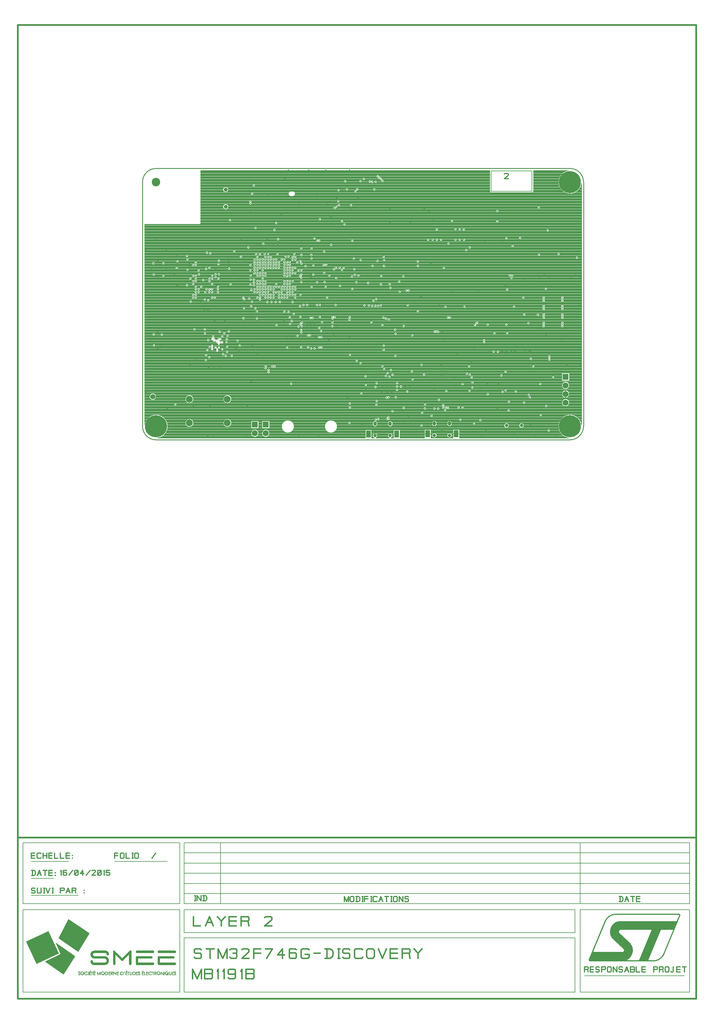
<source format=gbr>
G70*
%FSLAX55Y55*%
%ADD11C,0.00984*%
%ADD12C,0.00787*%
%ADD13C,0.00827*%
%ADD14C,0.00591*%
%ADD15C,0.00472*%
%ADD16C,0.00394*%
%ADD17C,0.01969*%
%ADD18C,0.00197*%
%ADD19C,0.01181*%
%ADD20C,0.25591*%
%ADD21C,0.03937*%
%ADD22C,0.07874*%
%ADD23C,0.09843*%
%ADD24C,0.06000*%
%ADD25R,0.05512X0.08465*%
%ADD26O,0.03937X0.04724*%
%ADD27C,0.04600*%
%ADD28R,0.07000X0.07000*%
%ADD29C,0.07000*%
%ADD30C,0.01378*%
%ADD31C,0.01575*%
%ADD32C,0.01200*%
%ADD33C,0.01181*%
D11*
X164334Y684059D02*
G75*
G03X180082Y668311I15747J-00001D01*
G01X660397Y668311*
G75*
G03X676145Y684059I00001J15747*
G01X676145Y967524*
G75*
G03X660397Y983272I-15747J00001*
G01X180082Y983272*
G75*
G03X164334Y967524I-00001J-15747*
G01X164334Y684059*
D12*
X586735Y766971D02*
X586735Y771067D01*
X317641Y753430D02*
X314885Y753430D01*
D13*
X569059Y956894D02*
X616303Y956894D01*
X616303Y980516*
X569059Y980516*
X569059Y956894*
D14*
X660397Y684059D02*
X646834Y684059D01*
X660397Y684059D02*
X660397Y697622D01*
X498862Y675496D02*
X491815Y675496D01*
X495338Y675496D02*
X495338Y680398D01*
X528212Y675496D02*
X528212Y680398D01*
X531736Y675496D02*
X524689Y675496D01*
X180082Y684059D02*
X193645Y684059D01*
X180082Y684059D02*
X180082Y697622D01*
X660397Y967524D02*
X646834Y967524D01*
X660397Y967524D02*
X660397Y953961D01*
X505751Y687307D02*
X500279Y687307D01*
X520535Y684177D02*
X520535Y690437D01*
X523271Y687307D02*
X517799Y687307D01*
X651011Y721540D02*
X659547Y721540D01*
X655279Y717272D02*
X655279Y725807D01*
X503015Y684177D02*
X503015Y690437D01*
D15*
X673932Y965987D02*
G75*
G02X658860Y981059I-13535J01537D01*
G01X617853Y981059*
G75*
G02X617945Y980516I-01550J-00543*
G01X617945Y956894*
G75*
G02X616303Y955252I-01642J00000*
G01X569059Y955252*
G75*
G02X567417Y956894I00000J01642*
G01X567417Y980516*
G75*
G02X567509Y981059I01642J-00000*
G01X231508Y981059*
X231508Y918823*
G75*
G02X231263Y918579I-00244J00000*
G01X166547Y918579*
X166547Y685597*
G75*
G02X181619Y670524I13535J-01537*
G01X422879Y670524*
X422879Y680199*
X430061Y680199*
X430061Y670524*
X433541Y670524*
G75*
G02X434146Y676065I00605J02737*
G02X434752Y670524I00000J-02804*
G01X451061Y670524*
G75*
G02X451666Y676065I00605J02737*
G02X452272Y670524I00000J-02804*
G01X455753Y670524*
X455753Y680199*
X462935Y680199*
X462935Y670524*
X491756Y670524*
X491756Y680457*
X498921Y680457*
X498921Y670524*
X524630Y670524*
X524630Y680457*
X531795Y680457*
X531795Y670524*
X658860Y670524*
G75*
G02X673932Y685597I01537J13535*
G01X673932Y965987*
X375746Y683806D02*
G75*
G03X390212Y683806I07233J00000D01*
G03X375746Y683806I-07233J00000*
G01X325746Y683806D02*
G75*
G03X340212Y683806I07233J00000D01*
G03X325746Y683806I-07233J00000*
G01X290314Y681693D02*
X290314Y690363D01*
X298984Y690363*
X298984Y681693*
X290314Y681693*
X302913Y681693D02*
X302913Y690363D01*
X311583Y690363*
X311583Y681693*
X302913Y681693*
X650944Y737205D02*
X650944Y745875D01*
X659614Y745875*
X659614Y737205*
X650944Y737205*
X247284Y786837D02*
G75*
G02X248213Y784671I-00273J-01399D01*
G02X249964Y784500I00767J-01202*
G02X251715Y784671I00984J-01031*
G02X253901Y786469I01202J00767*
G02X254119Y784235I00984J-01031*
G02X254119Y782702I-01202J-00767*
G02X255870Y782532I00767J-01202*
G02X255870Y780469I00984J-01031*
G02X254119Y780298I-00984J01031*
G02X251715Y780298I-01202J-00767*
G02X249746Y782267I-00766J01202*
G02X247996Y782438I-00767J01202*
G02X245809Y784235I-00984J01031*
G02X244770Y786837I-00766J01202*
G02X244783Y786875I00700J-00208*
G01X244882Y787152*
G75*
G02X244891Y787177I00687J-00245*
G02X247163Y787177I01136J01016*
G02X247172Y787152I-00677J-00270*
G01X247271Y786875*
G75*
G02X247284Y786837I-00688J-00246*
G01X257987Y715556D02*
G75*
G03X267531Y715556I04772J00000D01*
G03X257987Y715556I-04772J00000*
G01X257987Y687996D02*
G75*
G03X267531Y687996I04772J00000D01*
G03X257987Y687996I-04772J00000*
G01X213893Y715556D02*
G75*
G03X223437Y715556I04772J00000D01*
G03X213893Y715556I-04772J00000*
G01X213893Y687996D02*
G75*
G03X223437Y687996I04772J00000D01*
G03X213893Y687996I-04772J00000*
G01X650944Y711540D02*
G75*
G03X659614Y711540I04335J00000D01*
G03X650944Y711540I-04335J00000*
G01X302913Y676028D02*
G75*
G03X311583Y676028I04335J00000D01*
G03X302913Y676028I-04335J00000*
G01X290314Y676028D02*
G75*
G03X298984Y676028I04335J00000D01*
G03X290314Y676028I-04335J00000*
G01X650944Y731540D02*
G75*
G03X659614Y731540I04335J00000D01*
G03X650944Y731540I-04335J00000*
G01X650952Y721540D02*
G75*
G03X659606Y721540I04327J00000D01*
G03X650952Y721540I-04327J00000*
G01X172310Y718508D02*
G75*
G03X179980Y718508I03835J00000D01*
G03X172310Y718508I-03835J00000*
G01X336381Y951138D02*
G75*
G02X336381Y956745I00000J02804D01*
G01X338744Y956745*
G75*
G02X338744Y951138I00000J-02804*
G01X336381Y951138*
X257594Y938823D02*
G75*
G03X263988Y938823I03197J00000D01*
G03X257594Y938823I-03197J00000*
G01X257594Y958823D02*
G75*
G03X263988Y958823I03197J00000D01*
G03X257594Y958823I-03197J00000*
G01X454470Y686647D02*
G75*
G02X448863Y686647I-02804J00000D01*
G01X448863Y687435*
G75*
G02X454470Y687435I02804J00000*
G01X454470Y686647*
X436950Y686647D02*
G75*
G02X431343Y686647I-02804J00000D01*
G01X431343Y687435*
G75*
G02X436950Y687435I02804J00000*
G01X436950Y686647*
X523330Y686913D02*
G75*
G02X517740Y686913I-02795J00000D01*
G01X517740Y687701*
G75*
G02X523330Y687701I02795J00000*
G01X523330Y686913*
X505810Y686913D02*
G75*
G02X500220Y686913I-02795J00000D01*
G01X500220Y687701*
G75*
G02X505810Y687701I02795J00000*
G01X505810Y686913*
X442097Y970113D02*
G75*
G02X443595Y967486I00583J-01408D01*
G02X441492Y969659I-00915J01219*
G02X439387Y971146I-00583J01408*
G02X437427Y972782I-00446J01457*
G02X438761Y974116I-00179J01513*
G02X440463Y972524I00179J-01513*
G02X442097Y970113I00446J-01457*
G01X601294Y685044D02*
G75*
G03X606902Y685044I02804J00000D01*
G03X601294Y685044I-02804J00000*
G01X500212Y673528D02*
G75*
G03X505819Y673528I02804J00000D01*
G03X500212Y673528I-02804J00000*
G01X583994Y685044D02*
G75*
G03X589602Y685044I02804J00000D01*
G03X583994Y685044I-02804J00000*
G01X517732Y673528D02*
G75*
G03X523339Y673528I02804J00000D01*
G03X517732Y673528I-02804J00000*
G01X252150Y774393D02*
G75*
G02X251980Y772642I-01202J-00767D01*
G02X249917Y772642I-01031J-00984*
G02X249746Y774393I01031J00984*
G02X247972Y776603I-00767J01202*
G02X250182Y774828I01008J-01008*
G02X251715Y774828I00767J-01202*
G02X253925Y776603I01202J00767*
G02X252150Y774393I-01008J-01008*
G01X348927Y802832D02*
G75*
G02X348654Y801887I-01523J-00071D01*
G02X347731Y801271I00326J-01489*
G02X347654Y804264I-00326J01489*
G02X348927Y802832I01522J00071*
G01X348711Y858722D02*
G75*
G02X348665Y858022I-01503J-00253D01*
G02X347129Y856947I-00079J-01522*
G02X347083Y859988I00079J01522*
G02X348711Y858722I01503J00253*
G01X386295Y809385D02*
G75*
G02X383643Y810044I-01489J-00326D01*
G02X386143Y811761I01164J00984*
G02X386295Y809385I01026J-01127*
G01X637525Y764253D02*
G75*
G02X637491Y762290I-01183J-00961D01*
G02X635272Y762207I-01070J-01085*
G02X635199Y764299I01070J01085*
G02X637525Y764253I01183J00961*
G01X631049Y822839D02*
G75*
G02X631049Y820870I-01164J-00984D01*
G02X628722Y820870I-01164J-00984*
G02X628722Y822839I01164J00984*
G02X631049Y822839I01164J00984*
G01X652703Y803154D02*
G75*
G02X652703Y801185I-01164J-00984D01*
G02X650375Y801185I-01164J-00984*
G02X650375Y803154I01164J00984*
G02X652703Y803154I01164J00984*
G01X652703Y832681D02*
G75*
G02X652703Y830713I-01164J-00984D01*
G02X650375Y830713I-01164J-00984*
G02X650375Y832681I01164J00984*
G02X652703Y832681I01164J00984*
G01X631049Y803154D02*
G75*
G02X631049Y801185I-01164J-00984D01*
G02X628722Y801185I-01164J-00984*
G02X628722Y803154I01164J00984*
G02X631049Y803154I01164J00984*
G01X652703Y812996D02*
G75*
G02X652703Y811028I-01164J-00984D01*
G02X650375Y811028I-01164J-00984*
G02X650375Y812996I01164J00984*
G02X652703Y812996I01164J00984*
G01X631049Y832681D02*
G75*
G02X631049Y830713I-01164J-00984D01*
G02X628722Y830713I-01164J-00984*
G02X628722Y832681I01164J00984*
G02X631049Y832681I01164J00984*
G01X652703Y822839D02*
G75*
G02X652703Y820870I-01164J-00984D01*
G02X650375Y820870I-01164J-00984*
G02X650375Y822839I01164J00984*
G02X652703Y822839I01164J00984*
G01X631049Y812996D02*
G75*
G02X631049Y811028I-01164J-00984D01*
G02X628722Y811028I-01164J-00984*
G02X628722Y812996I01164J00984*
G02X631049Y812996I01164J00984*
G01X552828Y802815D02*
G75*
G02X551487Y801637I-01486J00339D01*
G02X549819Y803096I-01523J-00058*
G02X551234Y804674I01523J00058*
G02X552828Y802815I01486J-00339*
G01X506427Y795093D02*
G75*
G02X506375Y792672I00899J-01230D01*
G02X504427Y792796I-00899J01230*
G02X504517Y795086I-00959J01184*
G02X506427Y795093I00959J-01184*
G01X451007Y693804D02*
G75*
G02X449018Y691591I-01240J-00886D01*
G02X448321Y694210I-01022J01130*
G02X451007Y693804I01447J00479*
G01X246074Y776579D02*
G75*
G02X246074Y774611I-01031J-00984D01*
G02X244012Y774611I-01031J-00984*
G02X244012Y776579I01031J00984*
G02X246074Y776579I01031J00984*
G01X316740Y754658D02*
G75*
G02X316740Y752201I00902J-01229D01*
G01X315787Y752201*
G75*
G02X315787Y754658I-00902J01229*
G01X316740Y754658*
X243567Y843838D02*
G75*
G02X243567Y842391I01341J-00723D01*
G02X243480Y842386I-00087J00723*
G01X243322Y842386*
G75*
G02X243235Y842391I-00000J00729*
G02X243235Y843838I-01341J00723*
G02X243322Y843843I00087J-00723*
G01X243480Y843843*
G75*
G02X243567Y843838I00000J-00729*
G01X376342Y870695D02*
G75*
G02X376195Y870649I-00288J00669D01*
G01X376181Y870647*
G75*
G02X376031Y870633I-00141J00715*
G02X375752Y872030I-01461J00434*
G02X375899Y872076I00288J-00669*
G01X375912Y872078*
G75*
G02X376062Y872092I00141J-00715*
G02X379018Y871957I01461J-00434*
G02X376342Y870695I-01494J-00299*
G01X348248Y874522D02*
G75*
G02X347744Y874306I00339J-01486D01*
G02X348248Y874522I-00339J01486*
G01X404954Y809134D02*
G75*
G02X404390Y806161I-00463J-01452D01*
G02X404226Y809182I00101J01521*
G02X404790Y812155I00463J01452*
G02X404954Y809134I-00101J-01521*
G01X592000Y859664D02*
G75*
G02X594992Y859224I01468J-00408D01*
G02X591984Y858911I-01524J00032*
G02X588992Y859352I-01468J00408*
G02X592000Y859664I01524J-00032*
G01X333724Y871839D02*
G75*
G02X336724Y871461I01476J-00378D01*
G02X333724Y871083I-01524J-00000*
G02X330724Y871461I-01476J00378*
G02X333724Y871839I01524J00000*
G01X333527Y874989D02*
G75*
G02X336528Y874611I01476J-00378D01*
G02X333527Y874233I-01524J-00000*
G02X330527Y874610I-01476J00378*
G02X333527Y874989I01524J00000*
G01X388380Y937792D02*
G75*
G02X385753Y936294I-01408J-00583D01*
G02X387926Y938397I01219J00915*
G02X390553Y939895I01408J00583*
G02X388380Y937792I-01219J-00915*
G01X412681Y957887D02*
G75*
G02X410356Y955963I-01300J-00796D01*
G02X412050Y958460I01025J01128*
G02X414375Y960384I01300J00796*
G02X412681Y957887I-01025J-01128*
G01X436524Y691632D02*
G75*
G02X436239Y692629I-01520J00105D01*
G02X436524Y691632I01520J-00105*
G01X429579Y968532D02*
G75*
G02X432378Y967506I01290J-00811D01*
G02X429404Y967303I-01509J00215*
G02X426605Y968330I-01290J00811*
G02X429579Y968532I01509J-00215*
G01X349130Y794538D02*
G75*
G02X347846Y794447I-00543J-01424D01*
G02X349130Y794538I00543J01424*
G01X370437Y788254D02*
G75*
G02X370437Y786952I01378J-00651D01*
G02X370437Y788254I-01378J00651*
G01X301383Y832386D02*
G75*
G02X299727Y832386I-00828J-01279D01*
G02X301383Y832386I00828J01279*
G01X471913Y842368D02*
G75*
G02X471913Y840712I01279J-00828D01*
G02X471913Y842368I-01279J00828*
G01X360299Y810675D02*
G75*
G02X360299Y809019I01279J-00828D01*
G02X360299Y810675I-01279J00828*
G01X282443Y833012D02*
G75*
G02X280871Y832154I-00196J-01511D01*
G02X282443Y833012I00196J01511*
G01X311447Y748179D02*
G75*
G02X309623Y748208I-00932J-01206D01*
G02X311447Y748179I00932J01206*
G01X370688Y774702D02*
G75*
G02X370658Y776527I-01235J00893D01*
G02X370688Y774702I01235J-00893*
G01X519885Y811153D02*
G75*
G02X522630Y810241I01220J-00913D01*
G02X519885Y809328I-01524J00000*
G02X519885Y811153I-01220J00913*
G01X517484Y706479D02*
G75*
G02X517484Y704553I01181J-00963D01*
G02X517484Y706479I-01181J00963*
G01X514196Y707554D02*
G75*
G02X512228Y707454I-00925J-01211D01*
G02X514196Y707554I00925J01211*
G01X357464Y790603D02*
G75*
G02X357464Y788540I01122J-01031D01*
G02X357464Y790603I-01122J01031*
G01X448802Y716348D02*
G75*
G02X448569Y718465I-01200J00939D01*
G02X448802Y716348I01200J-00939*
G01X308143Y752642D02*
G75*
G02X305998Y752681I-01092J-01063D01*
G02X308143Y752642I01092J01063*
G01X368173Y900683D02*
G75*
G02X368173Y898538I01083J-01073D01*
G02X368173Y900683I-01083J01073*
G01X561667Y782780D02*
G75*
G02X559521Y782780I-01073J-01083D01*
G02X561667Y782780I01073J01083*
G01X290604Y943804D02*
G75*
G02X288459Y943804I-01073J-01083D01*
G02X290604Y943804I01073J01083*
G01X574621Y922248D02*
G75*
G03X577669Y922248I01524J00000D01*
G03X574621Y922248I-01524J00000*
G01X592338Y893508D02*
G75*
G03X595386Y893508I01524J00000D01*
G03X592338Y893508I-01524J00000*
G01X202574Y867918D02*
G75*
G03X205622Y867918I01524J00000D01*
G03X202574Y867918I-01524J00000*
G01X475212Y748036D02*
G75*
G03X478260Y748036I01524J00000D01*
G03X475212Y748036I-01524J00000*
G01X534267Y733272D02*
G75*
G03X537315Y733272I01524J00000D01*
G03X534267Y733272I-01524J00000*
G01X227771Y865162D02*
G75*
G03X230819Y865162I01524J00000D01*
G03X227771Y865162I-01524J00000*
G01X498283Y696304D02*
G75*
G03X501331Y696304I01524J00000D01*
G03X498283Y696304I-01524J00000*
G01X554936Y691343D02*
G75*
G03X557984Y691343I01524J00000D01*
G03X554936Y691343I-01524J00000*
G01X542338Y725595D02*
G75*
G03X545386Y725595I01524J00000D01*
G03X542338Y725595I-01524J00000*
G01X391550Y868311D02*
G75*
G03X394598Y868311I01524J00000D01*
G03X391550Y868311I-01524J00000*
G01X381708Y894689D02*
G75*
G03X384756Y894689I01524J00000D01*
G03X381708Y894689I-01524J00000*
G01X305330Y871461D02*
G75*
G03X308378Y871461I01524J00000D01*
G03X305330Y871461I-01524J00000*
G01X321078Y836815D02*
G75*
G03X324126Y836815I01524J00000D01*
G03X321078Y836815I-01524J00000*
G01X470684Y824611D02*
G75*
G03X473732Y824611I01524J00000D01*
G03X470684Y824611I-01524J00000*
G01X299031Y858863D02*
G75*
G03X302079Y858863I01524J00000D01*
G03X299031Y858863I-01524J00000*
G01X590960Y856304D02*
G75*
G03X594008Y856304I01524J00000D01*
G03X590960Y856304I-01524J00000*
G01X419503Y971067D02*
G75*
G03X422551Y971067I01524J00000D01*
G03X419503Y971067I-01524J00000*
G01X299031Y846264D02*
G75*
G03X302079Y846264I01524J00000D01*
G03X299031Y846264I-01524J00000*
G01X185251Y790437D02*
G75*
G03X188299Y790437I01524J00000D01*
G03X185251Y790437I-01524J00000*
G01X305330Y839965D02*
G75*
G03X308378Y839965I01524J00000D01*
G03X305330Y839965I-01524J00000*
G01X327377Y877760D02*
G75*
G03X330425Y877760I01524J00000D01*
G03X327377Y877760I-01524J00000*
G01X345628Y823176D02*
G75*
G03X348676Y823176I01524J00000D01*
G03X345628Y823176I-01524J00000*
G01X304543Y884059D02*
G75*
G03X307591Y884059I01524J00000D01*
G03X304543Y884059I-01524J00000*
G01X237023Y843311D02*
G75*
G03X240071Y843311I01524J00000D01*
G03X237023Y843311I-01524J00000*
G01X289976Y954138D02*
G75*
G03X293024Y954138I01524J00000D01*
G03X289976Y954138I-01524J00000*
G01X586039Y842524D02*
G75*
G03X589087Y842524I01524J00000D01*
G03X586039Y842524I-01524J00000*
G01X333676Y858863D02*
G75*
G03X336724Y858863I01524J00000D01*
G03X333676Y858863I-01524J00000*
G01X295881Y833666D02*
G75*
G03X298929Y833666I01524J00000D01*
G03X295881Y833666I-01524J00000*
G01X221472Y852563D02*
G75*
G03X224520Y852563I01524J00000D01*
G03X221472Y852563I-01524J00000*
G01X404739Y940556D02*
G75*
G03X407787Y940556I01524J00000D01*
G03X404739Y940556I-01524J00000*
G01X394306Y865752D02*
G75*
G03X397354Y865752I01524J00000D01*
G03X394306Y865752I-01524J00000*
G01X343716Y799807D02*
G75*
G03X346764Y799807I01524J00000D01*
G03X343716Y799807I-01524J00000*
G01X291944Y847839D02*
G75*
G03X294992Y847839I01524J00000D01*
G03X291944Y847839I-01524J00000*
G01X443125Y876973D02*
G75*
G03X446173Y876973I01524J00000D01*
G03X443125Y876973I-01524J00000*
G01X305330Y849414D02*
G75*
G03X308378Y849414I01524J00000D01*
G03X305330Y849414I-01524J00000*
G01X382889Y800201D02*
G75*
G03X385937Y800201I01524J00000D01*
G03X382889Y800201I-01524J00000*
G01X308480Y843115D02*
G75*
G03X311528Y843115I01524J00000D01*
G03X308480Y843115I-01524J00000*
G01X203165Y875595D02*
G75*
G03X206213Y875595I01524J00000D01*
G03X203165Y875595I-01524J00000*
G01X443125Y750792D02*
G75*
G03X446173Y750792I01524J00000D01*
G03X443125Y750792I-01524J00000*
G01X545684Y735241D02*
G75*
G03X548732Y735241I01524J00000D01*
G03X545684Y735241I-01524J00000*
G01X295881Y858863D02*
G75*
G03X298929Y858863I01524J00000D01*
G03X295881Y858863I-01524J00000*
G01X330527Y839965D02*
G75*
G03X333575Y839965I01524J00000D01*
G03X330527Y839965I-01524J00000*
G01X288991Y842327D02*
G75*
G03X292039Y842327I01524J00000D01*
G03X288991Y842327I-01524J00000*
G01X441157Y753744D02*
G75*
G03X444205Y753744I01524J00000D01*
G03X441157Y753744I-01524J00000*
G01X235645Y839965D02*
G75*
G03X238693Y839965I01524J00000D01*
G03X235645Y839965I-01524J00000*
G01X571275Y792327D02*
G75*
G03X574323Y792327I01524J00000D01*
G03X571275Y792327I-01524J00000*
G01X336826Y865162D02*
G75*
G03X339874Y865162I01524J00000D01*
G03X336826Y865162I-01524J00000*
G01X339976Y880910D02*
G75*
G03X343024Y880910I01524J00000D01*
G03X339976Y880910I-01524J00000*
G01X433283Y967918D02*
G75*
G03X436331Y967918I01524J00000D01*
G03X433283Y967918I-01524J00000*
G01X292731Y868311D02*
G75*
G03X295780Y868311I01524J00000D01*
G03X292731Y868311I-01524J00000*
G01X235251Y791737D02*
G75*
G03X238299Y791737I01524J00000D01*
G03X235251Y791737I-01524J00000*
G01X324228Y877760D02*
G75*
G03X327276Y877760I01524J00000D01*
G03X324228Y877760I-01524J00000*
G01X347062Y890556D02*
G75*
G03X350110Y890556I01524J00000D01*
G03X347062Y890556I-01524J00000*
G01X295881Y862012D02*
G75*
G03X298929Y862012I01524J00000D01*
G03X295881Y862012I-01524J00000*
G01X243519Y839965D02*
G75*
G03X246567Y839965I01524J00000D01*
G03X243519Y839965I-01524J00000*
G01X330527Y843115D02*
G75*
G03X333575Y843115I01524J00000D01*
G03X330527Y843115I-01524J00000*
G01X299031Y836815D02*
G75*
G03X302079Y836815I01524J00000D01*
G03X299031Y836815I-01524J00000*
G01X428361Y804926D02*
G75*
G03X431409Y804926I01524J00000D01*
G03X428361Y804926I-01524J00000*
G01X340369Y877760D02*
G75*
G03X343417Y877760I01524J00000D01*
G03X340369Y877760I-01524J00000*
G01X585054Y802170D02*
G75*
G03X588102Y802170I01524J00000D01*
G03X585054Y802170I-01524J00000*
G01X365172Y851185D02*
G75*
G03X368220Y851185I01524J00000D01*
G03X365172Y851185I-01524J00000*
G01X292731Y839965D02*
G75*
G03X295780Y839965I01524J00000D01*
G03X292731Y839965I-01524J00000*
G01X439385Y848823D02*
G75*
G03X442433Y848823I01524J00000D01*
G03X439385Y848823I-01524J00000*
G01X362220Y901973D02*
G75*
G03X365268Y901973I01524J00000D01*
G03X362220Y901973I-01524J00000*
G01X439205Y824414D02*
G75*
G03X442253Y824414I01524J00000D01*
G03X439205Y824414I-01524J00000*
G01X397062Y918311D02*
G75*
G03X400110Y918311I01524J00000D01*
G03X397062Y918311I-01524J00000*
G01X482298Y870280D02*
G75*
G03X485346Y870280I01524J00000D01*
G03X482298Y870280I-01524J00000*
G01X308480Y874611D02*
G75*
G03X311528Y874611I01524J00000D01*
G03X308480Y874611I-01524J00000*
G01X544700Y740949D02*
G75*
G03X547748Y740949I01524J00000D01*
G03X544700Y740949I-01524J00000*
G01X442338Y810044D02*
G75*
G03X445386Y810044I01524J00000D01*
G03X442338Y810044I-01524J00000*
G01X328952Y881304D02*
G75*
G03X332000Y881304I01524J00000D01*
G03X328952Y881304I-01524J00000*
G01X286432Y832288D02*
G75*
G03X289480Y832288I01524J00000D01*
G03X286432Y832288I-01524J00000*
G01X390665Y940654D02*
G75*
G03X393713Y940654I01524J00000D01*
G03X390665Y940654I-01524J00000*
G01X362417Y774414D02*
G75*
G03X365465Y774414I01524J00000D01*
G03X362417Y774414I-01524J00000*
G01X314779Y839965D02*
G75*
G03X317827Y839965I01524J00000D01*
G03X314779Y839965I-01524J00000*
G01X450999Y749217D02*
G75*
G03X454047Y749217I01524J00000D01*
G03X450999Y749217I-01524J00000*
G01X389976Y945280D02*
G75*
G03X393024Y945280I01524J00000D01*
G03X389976Y945280I-01524J00000*
G01X302180Y874611D02*
G75*
G03X305228Y874611I01524J00000D01*
G03X302180Y874611I-01524J00000*
G01X330527Y836815D02*
G75*
G03X333575Y836815I01524J00000D01*
G03X330527Y836815I-01524J00000*
G01X499424Y900595D02*
G75*
G03X502472Y900595I01524J00000D01*
G03X499424Y900595I-01524J00000*
G01X447259Y745674D02*
G75*
G03X450307Y745674I01524J00000D01*
G03X447259Y745674I-01524J00000*
G01X308480Y868311D02*
G75*
G03X311528Y868311I01524J00000D01*
G03X308480Y868311I-01524J00000*
G01X251393Y860437D02*
G75*
G03X254441Y860437I01524J00000D01*
G03X251393Y860437I-01524J00000*
G01X431708Y958863D02*
G75*
G03X434756Y958863I01524J00000D01*
G03X431708Y958863I-01524J00000*
G01X434464Y734256D02*
G75*
G03X437512Y734256I01524J00000D01*
G03X434464Y734256I-01524J00000*
G01X221472Y833666D02*
G75*
G03X224520Y833666I01524J00000D01*
G03X221472Y833666I-01524J00000*
G01X295881Y852563D02*
G75*
G03X298929Y852563I01524J00000D01*
G03X295881Y852563I-01524J00000*
G01X327377Y833666D02*
G75*
G03X330425Y833666I01524J00000D01*
G03X327377Y833666I-01524J00000*
G01X311629Y877760D02*
G75*
G03X314677Y877760I01524J00000D01*
G03X311629Y877760I-01524J00000*
G01X570291Y770674D02*
G75*
G03X573339Y770674I01524J00000D01*
G03X570291Y770674I-01524J00000*
G01X330527Y846264D02*
G75*
G03X333575Y846264I01524J00000D01*
G03X330527Y846264I-01524J00000*
G01X236629Y766933D02*
G75*
G03X239677Y766933I01524J00000D01*
G03X236629Y766933I-01524J00000*
G01X339976Y836815D02*
G75*
G03X343024Y836815I01524J00000D01*
G03X339976Y836815I-01524J00000*
G01X369897Y794451D02*
G75*
G03X372945Y794451I01524J00000D01*
G03X369897Y794451I-01524J00000*
G01X320094Y901185D02*
G75*
G03X323142Y901185I01524J00000D01*
G03X320094Y901185I-01524J00000*
G01X509267Y900595D02*
G75*
G03X512315Y900595I01524J00000D01*
G03X509267Y900595I-01524J00000*
G01X299031Y871461D02*
G75*
G03X302079Y871461I01524J00000D01*
G03X299031Y871461I-01524J00000*
G01X311629Y843115D02*
G75*
G03X314677Y843115I01524J00000D01*
G03X311629Y843115I-01524J00000*
G01X529543Y705713D02*
G75*
G03X532591Y705713I01524J00000D01*
G03X529543Y705713I-01524J00000*
G01X302180Y858863D02*
G75*
G03X305228Y858863I01524J00000D01*
G03X302180Y858863I-01524J00000*
G01X402968Y687996D02*
G75*
G03X406016Y687996I01524J00000D01*
G03X402968Y687996I-01524J00000*
G01X327377Y843115D02*
G75*
G03X330425Y843115I01524J00000D01*
G03X327377Y843115I-01524J00000*
G01X305330Y833666D02*
G75*
G03X308378Y833666I01524J00000D01*
G03X305330Y833666I-01524J00000*
G01X257692Y792130D02*
G75*
G03X260740Y792130I01524J00000D01*
G03X257692Y792130I-01524J00000*
G01X311629Y880910D02*
G75*
G03X314677Y880910I01524J00000D01*
G03X311629Y880910I-01524J00000*
G01X420291Y824414D02*
G75*
G03X423339Y824414I01524J00000D01*
G03X420291Y824414I-01524J00000*
G01X339976Y833666D02*
G75*
G03X343024Y833666I01524J00000D01*
G03X339976Y833666I-01524J00000*
G01X504346Y912603D02*
G75*
G03X507394Y912603I01524J00000D01*
G03X504346Y912603I-01524J00000*
G01X238991Y784059D02*
G75*
G03X242039Y784059I01524J00000D01*
G03X238991Y784059I-01524J00000*
G01X579149Y743115D02*
G75*
G03X582197Y743115I01524J00000D01*
G03X579149Y743115I-01524J00000*
G01X342338Y874611D02*
G75*
G03X345386Y874611I01524J00000D01*
G03X342338Y874611I-01524J00000*
G01X624818Y697248D02*
G75*
G03X627866Y697248I01524J00000D01*
G03X624818Y697248I-01524J00000*
G01X460645Y851776D02*
G75*
G03X463693Y851776I01524J00000D01*
G03X460645Y851776I-01524J00000*
G01X317338Y828351D02*
G75*
G03X320386Y828351I01524J00000D01*
G03X317338Y828351I-01524J00000*
G01X442928Y870280D02*
G75*
G03X445976Y870280I01524J00000D01*
G03X442928Y870280I-01524J00000*
G01X288204Y854335D02*
G75*
G03X291252Y854335I01524J00000D01*
G03X288204Y854335I-01524J00000*
G01X287810Y865162D02*
G75*
G03X290858Y865162I01524J00000D01*
G03X287810Y865162I-01524J00000*
G01X295881Y874611D02*
G75*
G03X298929Y874611I01524J00000D01*
G03X295881Y874611I-01524J00000*
G01X354976Y775713D02*
G75*
G03X358024Y775713I01524J00000D01*
G03X354976Y775713I-01524J00000*
G01X535842Y900595D02*
G75*
G03X538890Y900595I01524J00000D01*
G03X535842Y900595I-01524J00000*
G01X324228Y833666D02*
G75*
G03X327276Y833666I01524J00000D01*
G03X324228Y833666I-01524J00000*
G01X250999Y872248D02*
G75*
G03X254047Y872248I01524J00000D01*
G03X250999Y872248I-01524J00000*
G01X314779Y846264D02*
G75*
G03X317827Y846264I01524J00000D01*
G03X314779Y846264I-01524J00000*
G01X630920Y843508D02*
G75*
G03X633969Y843508I01524J00000D01*
G03X630920Y843508I-01524J00000*
G01X214385Y847839D02*
G75*
G03X217433Y847839I01524J00000D01*
G03X214385Y847839I-01524J00000*
G01X429149Y824020D02*
G75*
G03X432197Y824020I01524J00000D01*
G03X429149Y824020I-01524J00000*
G01X336826Y852563D02*
G75*
G03X339874Y852563I01524J00000D01*
G03X336826Y852563I-01524J00000*
G01X338991Y884059D02*
G75*
G03X342039Y884059I01524J00000D01*
G03X338991Y884059I-01524J00000*
G01X293913Y821067D02*
G75*
G03X296961Y821067I01524J00000D01*
G03X293913Y821067I-01524J00000*
G01X295881Y846264D02*
G75*
G03X298929Y846264I01524J00000D01*
G03X295881Y846264I-01524J00000*
G01X240369Y868311D02*
G75*
G03X243417Y868311I01524J00000D01*
G03X240369Y868311I-01524J00000*
G01X595881Y724414D02*
G75*
G03X598929Y724414I01524J00000D01*
G03X595881Y724414I-01524J00000*
G01X299031Y839965D02*
G75*
G03X302079Y839965I01524J00000D01*
G03X299031Y839965I-01524J00000*
G01X317928Y877760D02*
G75*
G03X320976Y877760I01524J00000D01*
G03X317928Y877760I-01524J00000*
G01X429739Y870083D02*
G75*
G03X432787Y870083I01524J00000D01*
G03X429739Y870083I-01524J00000*
G01X311629Y874611D02*
G75*
G03X314677Y874611I01524J00000D01*
G03X311629Y874611I-01524J00000*
G01X221472Y836815D02*
G75*
G03X224520Y836815I01524J00000D01*
G03X221472Y836815I-01524J00000*
G01X391944Y847248D02*
G75*
G03X394992Y847248I01524J00000D01*
G03X391944Y847248I-01524J00000*
G01X397889Y968390D02*
G75*
G03X400937Y968390I01524J00000D01*
G03X397889Y968390I-01524J00000*
G01X214779Y865949D02*
G75*
G03X217827Y865949I01524J00000D01*
G03X214779Y865949I-01524J00000*
G01X224621Y839965D02*
G75*
G03X227669Y839965I01524J00000D01*
G03X224621Y839965I-01524J00000*
G01X624228Y733272D02*
G75*
G03X627276Y733272I01524J00000D01*
G03X624228Y733272I-01524J00000*
G01X221472Y871461D02*
G75*
G03X224520Y871461I01524J00000D01*
G03X221472Y871461I-01524J00000*
G01X347062Y851382D02*
G75*
G03X350110Y851382I01524J00000D01*
G03X347062Y851382I-01524J00000*
G01X622653Y938193D02*
G75*
G03X625701Y938193I01524J00000D01*
G03X622653Y938193I-01524J00000*
G01X288007Y848430D02*
G75*
G03X291055Y848430I01524J00000D01*
G03X288007Y848430I-01524J00000*
G01X530920Y912996D02*
G75*
G03X533969Y912996I01524J00000D01*
G03X530920Y912996I-01524J00000*
G01X445291Y742524D02*
G75*
G03X448339Y742524I01524J00000D01*
G03X445291Y742524I-01524J00000*
G01X295881Y868311D02*
G75*
G03X298929Y868311I01524J00000D01*
G03X295881Y868311I-01524J00000*
G01X432889Y824020D02*
G75*
G03X435937Y824020I01524J00000D01*
G03X432889Y824020I-01524J00000*
G01X336039Y806304D02*
G75*
G03X339087Y806304I01524J00000D01*
G03X336039Y806304I-01524J00000*
G01X295487Y809256D02*
G75*
G03X298535Y809256I01524J00000D01*
G03X295487Y809256I-01524J00000*
G01X462613Y730122D02*
G75*
G03X465661Y730122I01524J00000D01*
G03X462613Y730122I-01524J00000*
G01X605724Y813981D02*
G75*
G03X608772Y813981I01524J00000D01*
G03X605724Y813981I-01524J00000*
G01X317928Y868311D02*
G75*
G03X320976Y868311I01524J00000D01*
G03X317928Y868311I-01524J00000*
G01X291944Y854138D02*
G75*
G03X294992Y854138I01524J00000D01*
G03X291944Y854138I-01524J00000*
G01X403558Y767327D02*
G75*
G03X406606Y767327I01524J00000D01*
G03X403558Y767327I-01524J00000*
G01X332102Y881304D02*
G75*
G03X335150Y881304I01524J00000D01*
G03X332102Y881304I-01524J00000*
G01X221472Y849414D02*
G75*
G03X224520Y849414I01524J00000D01*
G03X221472Y849414I-01524J00000*
G01X243519Y849414D02*
G75*
G03X246567Y849414I01524J00000D01*
G03X243519Y849414I-01524J00000*
G01X621669Y813390D02*
G75*
G03X624717Y813390I01524J00000D01*
G03X621669Y813390I-01524J00000*
G01X448653Y808193D02*
G75*
G03X451701Y808193I01524J00000D01*
G03X448653Y808193I-01524J00000*
G01X539188Y745083D02*
G75*
G03X542236Y745083I01524J00000D01*
G03X539188Y745083I-01524J00000*
G01X410842Y851185D02*
G75*
G03X413890Y851185I01524J00000D01*
G03X410842Y851185I-01524J00000*
G01X452928Y701619D02*
G75*
G03X455976Y701619I01524J00000D01*
G03X452928Y701619I-01524J00000*
G01X504346Y900595D02*
G75*
G03X507394Y900595I01524J00000D01*
G03X504346Y900595I-01524J00000*
G01X338204Y814571D02*
G75*
G03X341252Y814571I01524J00000D01*
G03X338204Y814571I-01524J00000*
G01X336826Y836815D02*
G75*
G03X339874Y836815I01524J00000D01*
G03X336826Y836815I-01524J00000*
G01X452968Y743705D02*
G75*
G03X456016Y743705I01524J00000D01*
G03X452968Y743705I-01524J00000*
G01X175330Y873233D02*
G75*
G03X178378Y873233I01524J00000D01*
G03X175330Y873233I-01524J00000*
G01X305330Y846264D02*
G75*
G03X308378Y846264I01524J00000D01*
G03X305330Y846264I-01524J00000*
G01X305330Y836815D02*
G75*
G03X308378Y836815I01524J00000D01*
G03X305330Y836815I-01524J00000*
G01X236235Y760831D02*
G75*
G03X239283Y760831I01524J00000D01*
G03X236235Y760831I-01524J00000*
G01X247456Y860437D02*
G75*
G03X250504Y860437I01524J00000D01*
G03X247456Y860437I-01524J00000*
G01X343519Y864965D02*
G75*
G03X346567Y864965I01524J00000D01*
G03X343519Y864965I-01524J00000*
G01X292731Y862012D02*
G75*
G03X295780Y862012I01524J00000D01*
G03X292731Y862012I-01524J00000*
G01X302180Y868311D02*
G75*
G03X305228Y868311I01524J00000D01*
G03X302180Y868311I-01524J00000*
G01X345881Y810831D02*
G75*
G03X348929Y810831I01524J00000D01*
G03X345881Y810831I-01524J00000*
G01X308480Y884256D02*
G75*
G03X311528Y884256I01524J00000D01*
G03X308480Y884256I-01524J00000*
G01X292731Y871461D02*
G75*
G03X295780Y871461I01524J00000D01*
G03X292731Y871461I-01524J00000*
G01X233283Y853744D02*
G75*
G03X236331Y853744I01524J00000D01*
G03X233283Y853744I-01524J00000*
G01X434661Y713390D02*
G75*
G03X437709Y713390I01524J00000D01*
G03X434661Y713390I-01524J00000*
G01X330527Y775201D02*
G75*
G03X333575Y775201I01524J00000D01*
G03X330527Y775201I-01524J00000*
G01X327377Y817130D02*
G75*
G03X330425Y817130I01524J00000D01*
G03X327377Y817130I-01524J00000*
G01X314779Y877760D02*
G75*
G03X317827Y877760I01524J00000D01*
G03X314779Y877760I-01524J00000*
G01X302180Y846264D02*
G75*
G03X305228Y846264I01524J00000D01*
G03X302180Y846264I-01524J00000*
G01X336826Y839965D02*
G75*
G03X339874Y839965I01524J00000D01*
G03X336826Y839965I-01524J00000*
G01X421865Y732288D02*
G75*
G03X424913Y732288I01524J00000D01*
G03X421865Y732288I-01524J00000*
G01X295881Y880910D02*
G75*
G03X298929Y880910I01524J00000D01*
G03X295881Y880910I-01524J00000*
G01X279936Y809453D02*
G75*
G03X282984Y809453I01524J00000D01*
G03X279936Y809453I-01524J00000*
G01X324228Y846264D02*
G75*
G03X327276Y846264I01524J00000D01*
G03X324228Y846264I-01524J00000*
G01X358676Y882878D02*
G75*
G03X361724Y882878I01524J00000D01*
G03X358676Y882878I-01524J00000*
G01X434267Y709256D02*
G75*
G03X437315Y709256I01524J00000D01*
G03X434267Y709256I-01524J00000*
G01X295487Y817524D02*
G75*
G03X298535Y817524I01524J00000D01*
G03X295487Y817524I-01524J00000*
G01X445291Y809059D02*
G75*
G03X448339Y809059I01524J00000D01*
G03X445291Y809059I-01524J00000*
G01X295881Y843115D02*
G75*
G03X298929Y843115I01524J00000D01*
G03X295881Y843115I-01524J00000*
G01X489582Y744099D02*
G75*
G03X492630Y744099I01524J00000D01*
G03X489582Y744099I-01524J00000*
G01X250802Y855713D02*
G75*
G03X253850Y855713I01524J00000D01*
G03X250802Y855713I-01524J00000*
G01X321078Y874611D02*
G75*
G03X324126Y874611I01524J00000D01*
G03X321078Y874611I-01524J00000*
G01X530920Y900595D02*
G75*
G03X533969Y900595I01524J00000D01*
G03X530920Y900595I-01524J00000*
G01X322259Y828351D02*
G75*
G03X325307Y828351I01524J00000D01*
G03X322259Y828351I-01524J00000*
G01X308480Y877760D02*
G75*
G03X311528Y877760I01524J00000D01*
G03X308480Y877760I-01524J00000*
G01X349621Y824807D02*
G75*
G03X352669Y824807I01524J00000D01*
G03X349621Y824807I-01524J00000*
G01X490645Y709532D02*
G75*
G03X493693Y709532I01524J00000D01*
G03X490645Y709532I-01524J00000*
G01X228165Y860437D02*
G75*
G03X231213Y860437I01524J00000D01*
G03X228165Y860437I-01524J00000*
G01X302180Y849414D02*
G75*
G03X305228Y849414I01524J00000D01*
G03X302180Y849414I-01524J00000*
G01X200802Y709650D02*
G75*
G03X203850Y709650I01524J00000D01*
G03X200802Y709650I-01524J00000*
G01X435448Y875989D02*
G75*
G03X438496Y875989I01524J00000D01*
G03X435448Y875989I-01524J00000*
G01X405920Y857878D02*
G75*
G03X408969Y857878I01524J00000D01*
G03X405920Y857878I-01524J00000*
G01X330527Y862012D02*
G75*
G03X333575Y862012I01524J00000D01*
G03X330527Y862012I-01524J00000*
G01X563401Y802170D02*
G75*
G03X566449Y802170I01524J00000D01*
G03X563401Y802170I-01524J00000*
G01X336826Y868311D02*
G75*
G03X339874Y868311I01524J00000D01*
G03X336826Y868311I-01524J00000*
G01X295881Y877760D02*
G75*
G03X298929Y877760I01524J00000D01*
G03X295881Y877760I-01524J00000*
G01X288794Y823626D02*
G75*
G03X291843Y823626I01524J00000D01*
G03X288794Y823626I-01524J00000*
G01X353755Y824807D02*
G75*
G03X356803Y824807I01524J00000D01*
G03X353755Y824807I-01524J00000*
G01X433086Y729729D02*
G75*
G03X436134Y729729I01524J00000D01*
G03X433086Y729729I-01524J00000*
G01X593913Y822839D02*
G75*
G03X596961Y822839I01524J00000D01*
G03X593913Y822839I-01524J00000*
G01X347062Y865162D02*
G75*
G03X350110Y865162I01524J00000D01*
G03X347062Y865162I-01524J00000*
G01X314779Y871461D02*
G75*
G03X317827Y871461I01524J00000D01*
G03X314779Y871461I-01524J00000*
G01X330527Y865162D02*
G75*
G03X333575Y865162I01524J00000D01*
G03X330527Y865162I-01524J00000*
G01X333676Y862012D02*
G75*
G03X336724Y862012I01524J00000D01*
G03X333676Y862012I-01524J00000*
G01X332102Y816737D02*
G75*
G03X335150Y816737I01524J00000D01*
G03X332102Y816737I-01524J00000*
G01X486629Y685241D02*
G75*
G03X489677Y685241I01524J00000D01*
G03X486629Y685241I-01524J00000*
G01X433873Y831500D02*
G75*
G03X436921Y831500I01524J00000D01*
G03X433873Y831500I-01524J00000*
G01X371078Y805122D02*
G75*
G03X374126Y805122I01524J00000D01*
G03X371078Y805122I-01524J00000*
G01X289779Y828548D02*
G75*
G03X292827Y828548I01524J00000D01*
G03X289779Y828548I-01524J00000*
G01X294700Y884059D02*
G75*
G03X297748Y884059I01524J00000D01*
G03X294700Y884059I-01524J00000*
G01X387023Y824807D02*
G75*
G03X390071Y824807I01524J00000D01*
G03X387023Y824807I-01524J00000*
G01X292731Y843115D02*
G75*
G03X295780Y843115I01524J00000D01*
G03X292731Y843115I-01524J00000*
G01X333676Y839965D02*
G75*
G03X336724Y839965I01524J00000D01*
G03X333676Y839965I-01524J00000*
G01X501511Y704532D02*
G75*
G03X504559Y704532I01524J00000D01*
G03X501511Y704532I-01524J00000*
G01X330527Y833666D02*
G75*
G03X333575Y833666I01524J00000D01*
G03X330527Y833666I-01524J00000*
G01X186826Y858863D02*
G75*
G03X189874Y858863I01524J00000D01*
G03X186826Y858863I-01524J00000*
G01X666944Y879729D02*
G75*
G03X669992Y879729I01524J00000D01*
G03X666944Y879729I-01524J00000*
G01X327377Y874611D02*
G75*
G03X330425Y874611I01524J00000D01*
G03X327377Y874611I-01524J00000*
G01X396275Y868311D02*
G75*
G03X399323Y868311I01524J00000D01*
G03X396275Y868311I-01524J00000*
G01X308480Y833666D02*
G75*
G03X311528Y833666I01524J00000D01*
G03X308480Y833666I-01524J00000*
G01X339976Y846264D02*
G75*
G03X343024Y846264I01524J00000D01*
G03X339976Y846264I-01524J00000*
G01X525999Y900595D02*
G75*
G03X529047Y900595I01524J00000D01*
G03X525999Y900595I-01524J00000*
G01X456511Y717721D02*
G75*
G03X459559Y717721I01524J00000D01*
G03X456511Y717721I-01524J00000*
G01X339976Y868311D02*
G75*
G03X343024Y868311I01524J00000D01*
G03X339976Y868311I-01524J00000*
G01X240369Y855713D02*
G75*
G03X243417Y855713I01524J00000D01*
G03X240369Y855713I-01524J00000*
G01X622850Y883272D02*
G75*
G03X625898Y883272I01524J00000D01*
G03X622850Y883272I-01524J00000*
G01X461235Y840162D02*
G75*
G03X464283Y840162I01524J00000D01*
G03X461235Y840162I-01524J00000*
G01X318322Y801185D02*
G75*
G03X321370Y801185I01524J00000D01*
G03X318322Y801185I-01524J00000*
G01X175881Y777839D02*
G75*
G03X178929Y777839I01524J00000D01*
G03X175881Y777839I-01524J00000*
G01X632889Y911422D02*
G75*
G03X635937Y911422I01524J00000D01*
G03X632889Y911422I-01524J00000*
G01X251393Y876185D02*
G75*
G03X254441Y876185I01524J00000D01*
G03X251393Y876185I-01524J00000*
G01X224621Y836815D02*
G75*
G03X227669Y836815I01524J00000D01*
G03X224621Y836815I-01524J00000*
G01X305330Y868311D02*
G75*
G03X308378Y868311I01524J00000D01*
G03X305330Y868311I-01524J00000*
G01X317928Y846264D02*
G75*
G03X320976Y846264I01524J00000D01*
G03X317928Y846264I-01524J00000*
G01X487298Y700004D02*
G75*
G03X490346Y700004I01524J00000D01*
G03X487298Y700004I-01524J00000*
G01X317928Y839965D02*
G75*
G03X320976Y839965I01524J00000D01*
G03X317928Y839965I-01524J00000*
G01X490409Y704768D02*
G75*
G03X493457Y704768I01524J00000D01*
G03X490409Y704768I-01524J00000*
G01X531511Y691540D02*
G75*
G03X534559Y691540I01524J00000D01*
G03X531511Y691540I-01524J00000*
G01X336826Y862012D02*
G75*
G03X339874Y862012I01524J00000D01*
G03X336826Y862012I-01524J00000*
G01X250212Y846264D02*
G75*
G03X253260Y846264I01524J00000D01*
G03X250212Y846264I-01524J00000*
G01X346905Y775752D02*
G75*
G03X349953Y775752I01524J00000D01*
G03X346905Y775752I-01524J00000*
G01X525999Y912996D02*
G75*
G03X529047Y912996I01524J00000D01*
G03X525999Y912996I-01524J00000*
G01X575212Y770674D02*
G75*
G03X578260Y770674I01524J00000D01*
G03X575212Y770674I-01524J00000*
G01X442731Y777563D02*
G75*
G03X445780Y777563I01524J00000D01*
G03X442731Y777563I-01524J00000*
G01X330527Y858666D02*
G75*
G03X333575Y858666I01524J00000D01*
G03X330527Y858666I-01524J00000*
G01X584070Y725792D02*
G75*
G03X587118Y725792I01524J00000D01*
G03X584070Y725792I-01524J00000*
G01X430920Y830122D02*
G75*
G03X433969Y830122I01524J00000D01*
G03X430920Y830122I-01524J00000*
G01X317928Y871461D02*
G75*
G03X320976Y871461I01524J00000D01*
G03X317928Y871461I-01524J00000*
G01X347062Y882878D02*
G75*
G03X350110Y882878I01524J00000D01*
G03X347062Y882878I-01524J00000*
G01X358873Y890556D02*
G75*
G03X361921Y890556I01524J00000D01*
G03X358873Y890556I-01524J00000*
G01X383283Y804729D02*
G75*
G03X386331Y804729I01524J00000D01*
G03X383283Y804729I-01524J00000*
G01X376983Y833666D02*
G75*
G03X380031Y833666I01524J00000D01*
G03X376983Y833666I-01524J00000*
G01X250212Y839178D02*
G75*
G03X253260Y839178I01524J00000D01*
G03X250212Y839178I-01524J00000*
G01X263007Y794296D02*
G75*
G03X266055Y794296I01524J00000D01*
G03X263007Y794296I-01524J00000*
G01X261432Y789374D02*
G75*
G03X264480Y789374I01524J00000D01*
G03X261432Y789374I-01524J00000*
G01X223243Y796658D02*
G75*
G03X226291Y796658I01524J00000D01*
G03X223243Y796658I-01524J00000*
G01X308480Y880910D02*
G75*
G03X311528Y880910I01524J00000D01*
G03X308480Y880910I-01524J00000*
G01X333676Y846264D02*
G75*
G03X336724Y846264I01524J00000D01*
G03X333676Y846264I-01524J00000*
G01X442731Y772839D02*
G75*
G03X445780Y772839I01524J00000D01*
G03X442731Y772839I-01524J00000*
G01X541944Y753941D02*
G75*
G03X544992Y753941I01524J00000D01*
G03X541944Y753941I-01524J00000*
G01X224621Y871461D02*
G75*
G03X227669Y871461I01524J00000D01*
G03X224621Y871461I-01524J00000*
G01X291944Y850989D02*
G75*
G03X294992Y850989I01524J00000D01*
G03X291944Y850989I-01524J00000*
G01X416747Y722445D02*
G75*
G03X419795Y722445I01524J00000D01*
G03X416747Y722445I-01524J00000*
G01X394306Y921855D02*
G75*
G03X397354Y921855I01524J00000D01*
G03X394306Y921855I-01524J00000*
G01X351983Y869886D02*
G75*
G03X355031Y869886I01524J00000D01*
G03X351983Y869886I-01524J00000*
G01X321078Y871461D02*
G75*
G03X324126Y871461I01524J00000D01*
G03X321078Y871461I-01524J00000*
G01X299031Y877760D02*
G75*
G03X302079Y877760I01524J00000D01*
G03X299031Y877760I-01524J00000*
G01X616157Y753941D02*
G75*
G03X619205Y753941I01524J00000D01*
G03X616157Y753941I-01524J00000*
G01X327377Y846264D02*
G75*
G03X330425Y846264I01524J00000D01*
G03X327377Y846264I-01524J00000*
G01X299031Y852563D02*
G75*
G03X302079Y852563I01524J00000D01*
G03X299031Y852563I-01524J00000*
G01X299031Y862012D02*
G75*
G03X302079Y862012I01524J00000D01*
G03X299031Y862012I-01524J00000*
G01X390172Y958075D02*
G75*
G03X393220Y958075I01524J00000D01*
G03X390172Y958075I-01524J00000*
G01X465369Y858075D02*
G75*
G03X468417Y858075I01524J00000D01*
G03X465369Y858075I-01524J00000*
G01X458086Y730319D02*
G75*
G03X461134Y730319I01524J00000D01*
G03X458086Y730319I-01524J00000*
G01X486629Y755319D02*
G75*
G03X489677Y755319I01524J00000D01*
G03X486629Y755319I-01524J00000*
G01X436055Y824020D02*
G75*
G03X439103Y824020I01524J00000D01*
G03X436055Y824020I-01524J00000*
G01X234857Y831304D02*
G75*
G03X237906Y831304I01524J00000D01*
G03X234857Y831304I-01524J00000*
G01X324228Y843115D02*
G75*
G03X327276Y843115I01524J00000D01*
G03X324228Y843115I-01524J00000*
G01X252180Y793705D02*
G75*
G03X255228Y793705I01524J00000D01*
G03X252180Y793705I-01524J00000*
G01X237810Y772642D02*
G75*
G03X240858Y772642I01524J00000D01*
G03X237810Y772642I-01524J00000*
G01X295881Y865162D02*
G75*
G03X298929Y865162I01524J00000D01*
G03X295881Y865162I-01524J00000*
G01X302180Y855713D02*
G75*
G03X305228Y855713I01524J00000D01*
G03X302180Y855713I-01524J00000*
G01X324228Y839965D02*
G75*
G03X327276Y839965I01524J00000D01*
G03X324228Y839965I-01524J00000*
G01X292731Y877760D02*
G75*
G03X295780Y877760I01524J00000D01*
G03X292731Y877760I-01524J00000*
G01X368519Y810831D02*
G75*
G03X371567Y810831I01524J00000D01*
G03X368519Y810831I-01524J00000*
G01X227771Y843115D02*
G75*
G03X230819Y843115I01524J00000D01*
G03X227771Y843115I-01524J00000*
G01X407889Y878941D02*
G75*
G03X410937Y878941I01524J00000D01*
G03X407889Y878941I-01524J00000*
G01X585054Y902170D02*
G75*
G03X588102Y902170I01524J00000D01*
G03X585054Y902170I-01524J00000*
G01X400015Y958863D02*
G75*
G03X403063Y958863I01524J00000D01*
G03X400015Y958863I-01524J00000*
G01X314779Y868311D02*
G75*
G03X317827Y868311I01524J00000D01*
G03X314779Y868311I-01524J00000*
G01X175684Y790634D02*
G75*
G03X178732Y790634I01524J00000D01*
G03X175684Y790634I-01524J00000*
G01X302180Y843115D02*
G75*
G03X305228Y843115I01524J00000D01*
G03X302180Y843115I-01524J00000*
G01X514385Y822642D02*
G75*
G03X517433Y822642I01524J00000D01*
G03X514385Y822642I-01524J00000*
G01X475802Y789571D02*
G75*
G03X478850Y789571I01524J00000D01*
G03X475802Y789571I-01524J00000*
G01X288204Y859256D02*
G75*
G03X291252Y859256I01524J00000D01*
G03X288204Y859256I-01524J00000*
G01X240566Y776579D02*
G75*
G03X243614Y776579I01524J00000D01*
G03X240566Y776579I-01524J00000*
G01X255330Y788587D02*
G75*
G03X258378Y788587I01524J00000D01*
G03X255330Y788587I-01524J00000*
G01X361039Y870674D02*
G75*
G03X364087Y870674I01524J00000D01*
G03X361039Y870674I-01524J00000*
G01X387417Y868311D02*
G75*
G03X390465Y868311I01524J00000D01*
G03X387417Y868311I-01524J00000*
G01X308480Y839965D02*
G75*
G03X311528Y839965I01524J00000D01*
G03X308480Y839965I-01524J00000*
G01X403361Y710634D02*
G75*
G03X406409Y710634I01524J00000D01*
G03X403361Y710634I-01524J00000*
G01X264188Y923233D02*
G75*
G03X267236Y923233I01524J00000D01*
G03X264188Y923233I-01524J00000*
G01X330527Y849414D02*
G75*
G03X333575Y849414I01524J00000D01*
G03X330527Y849414I-01524J00000*
G01X295881Y839965D02*
G75*
G03X298929Y839965I01524J00000D01*
G03X295881Y839965I-01524J00000*
G01X465960Y705319D02*
G75*
G03X469008Y705319I01524J00000D01*
G03X465960Y705319I-01524J00000*
G01X260842Y776579D02*
G75*
G03X263890Y776579I01524J00000D01*
G03X260842Y776579I-01524J00000*
G01X302180Y852563D02*
G75*
G03X305228Y852563I01524J00000D01*
G03X302180Y852563I-01524J00000*
G01X368716Y824807D02*
G75*
G03X371764Y824807I01524J00000D01*
G03X368716Y824807I-01524J00000*
G01X639188Y741146D02*
G75*
G03X642236Y741146I01524J00000D01*
G03X639188Y741146I-01524J00000*
G01X263204Y867130D02*
G75*
G03X266252Y867130I01524J00000D01*
G03X263204Y867130I-01524J00000*
G01X214779Y877760D02*
G75*
G03X217827Y877760I01524J00000D01*
G03X214779Y877760I-01524J00000*
G01X314779Y833666D02*
G75*
G03X317827Y833666I01524J00000D01*
G03X314779Y833666I-01524J00000*
G01X442535Y880910D02*
G75*
G03X445583Y880910I01524J00000D01*
G03X442535Y880910I-01524J00000*
G01X506708Y714768D02*
G75*
G03X509756Y714768I01524J00000D01*
G03X506708Y714768I-01524J00000*
G01X299031Y843115D02*
G75*
G03X302079Y843115I01524J00000D01*
G03X299031Y843115I-01524J00000*
G01X324228Y836815D02*
G75*
G03X327276Y836815I01524J00000D01*
G03X324228Y836815I-01524J00000*
G01X645487Y883863D02*
G75*
G03X648535Y883863I01524J00000D01*
G03X645487Y883863I-01524J00000*
G01X379543Y858863D02*
G75*
G03X382591Y858863I01524J00000D01*
G03X379543Y858863I-01524J00000*
G01X385054Y866343D02*
G75*
G03X388102Y866343I01524J00000D01*
G03X385054Y866343I-01524J00000*
G01X406117Y899217D02*
G75*
G03X409165Y899217I01524J00000D01*
G03X406117Y899217I-01524J00000*
G01X336826Y843115D02*
G75*
G03X339874Y843115I01524J00000D01*
G03X336826Y843115I-01524J00000*
G01X311629Y868311D02*
G75*
G03X314677Y868311I01524J00000D01*
G03X311629Y868311I-01524J00000*
G01X260842Y770674D02*
G75*
G03X263890Y770674I01524J00000D01*
G03X260842Y770674I-01524J00000*
G01X266157Y765949D02*
G75*
G03X269205Y765949I01524J00000D01*
G03X266157Y765949I-01524J00000*
G01X321078Y833666D02*
G75*
G03X324126Y833666I01524J00000D01*
G03X321078Y833666I-01524J00000*
G01X538401Y888587D02*
G75*
G03X541449Y888587I01524J00000D01*
G03X538401Y888587I-01524J00000*
G01X273046Y783469D02*
G75*
G03X276094Y783469I01524J00000D01*
G03X273046Y783469I-01524J00000*
G01X302180Y836815D02*
G75*
G03X305228Y836815I01524J00000D01*
G03X302180Y836815I-01524J00000*
G01X415763Y876973D02*
G75*
G03X418811Y876973I01524J00000D01*
G03X415763Y876973I-01524J00000*
G01X295881Y871461D02*
G75*
G03X298929Y871461I01524J00000D01*
G03X295881Y871461I-01524J00000*
G01X336826Y880910D02*
G75*
G03X339874Y880910I01524J00000D01*
G03X336826Y880910I-01524J00000*
G01X311629Y836815D02*
G75*
G03X314677Y836815I01524J00000D01*
G03X311629Y836815I-01524J00000*
G01X260251Y781697D02*
G75*
G03X263299Y781697I01524J00000D01*
G03X260251Y781697I-01524J00000*
G01X456314Y765752D02*
G75*
G03X459362Y765752I01524J00000D01*
G03X456314Y765752I-01524J00000*
G01X439779Y858666D02*
G75*
G03X442827Y858666I01524J00000D01*
G03X439779Y858666I-01524J00000*
G01X246669Y833666D02*
G75*
G03X249717Y833666I01524J00000D01*
G03X246669Y833666I-01524J00000*
G01X374031Y851382D02*
G75*
G03X377079Y851382I01524J00000D01*
G03X374031Y851382I-01524J00000*
G01X305330Y874611D02*
G75*
G03X308378Y874611I01524J00000D01*
G03X305330Y874611I-01524J00000*
G01X333676Y852563D02*
G75*
G03X336724Y852563I01524J00000D01*
G03X333676Y852563I-01524J00000*
G01X587613Y702367D02*
G75*
G03X590661Y702367I01524J00000D01*
G03X587613Y702367I-01524J00000*
G01X368519Y924217D02*
G75*
G03X371567Y924217I01524J00000D01*
G03X368519Y924217I-01524J00000*
G01X241404Y884961D02*
G75*
G03X244452Y884961I01524J00000D01*
G03X241404Y884961I-01524J00000*
G01X387613Y856304D02*
G75*
G03X390661Y856304I01524J00000D01*
G03X387613Y856304I-01524J00000*
G01X307495Y828351D02*
G75*
G03X310543Y828351I01524J00000D01*
G03X307495Y828351I-01524J00000*
G01X456314Y791343D02*
G75*
G03X459362Y791343I01524J00000D01*
G03X456314Y791343I-01524J00000*
G01X285645Y891737D02*
G75*
G03X288693Y891737I01524J00000D01*
G03X285645Y891737I-01524J00000*
G01X238794Y830516D02*
G75*
G03X241843Y830516I01524J00000D01*
G03X238794Y830516I-01524J00000*
G01X339976Y843115D02*
G75*
G03X343024Y843115I01524J00000D01*
G03X339976Y843115I-01524J00000*
G01X613401Y762406D02*
G75*
G03X616449Y762406I01524J00000D01*
G03X613401Y762406I-01524J00000*
G01X292731Y874611D02*
G75*
G03X295780Y874611I01524J00000D01*
G03X292731Y874611I-01524J00000*
G01X403361Y705910D02*
G75*
G03X406409Y705910I01524J00000D01*
G03X403361Y705910I-01524J00000*
G01X293913Y914178D02*
G75*
G03X296961Y914178I01524J00000D01*
G03X293913Y914178I-01524J00000*
G01X631314Y707681D02*
G75*
G03X634362Y707681I01524J00000D01*
G03X631314Y707681I-01524J00000*
G01X243519Y855713D02*
G75*
G03X246567Y855713I01524J00000D01*
G03X243519Y855713I-01524J00000*
G01X406117Y843508D02*
G75*
G03X409165Y843508I01524J00000D01*
G03X406117Y843508I-01524J00000*
G01X465763Y800398D02*
G75*
G03X468811Y800398I01524J00000D01*
G03X465763Y800398I-01524J00000*
G01X314779Y874611D02*
G75*
G03X317827Y874611I01524J00000D01*
G03X314779Y874611I-01524J00000*
G01X517731Y896067D02*
G75*
G03X520780Y896067I01524J00000D01*
G03X517731Y896067I-01524J00000*
G01X415763Y757485D02*
G75*
G03X418811Y757485I01524J00000D01*
G03X415763Y757485I-01524J00000*
G01X302180Y865162D02*
G75*
G03X305228Y865162I01524J00000D01*
G03X302180Y865162I-01524J00000*
G01X224621Y846264D02*
G75*
G03X227669Y846264I01524J00000D01*
G03X224621Y846264I-01524J00000*
G01X327377Y868311D02*
G75*
G03X330425Y868311I01524J00000D01*
G03X327377Y868311I-01524J00000*
G01X333676Y849414D02*
G75*
G03X336724Y849414I01524J00000D01*
G03X333676Y849414I-01524J00000*
G01X600999Y902563D02*
G75*
G03X604047Y902563I01524J00000D01*
G03X600999Y902563I-01524J00000*
G01X321078Y839965D02*
G75*
G03X324126Y839965I01524J00000D01*
G03X321078Y839965I-01524J00000*
G01X604739Y833666D02*
G75*
G03X607787Y833666I01524J00000D01*
G03X604739Y833666I-01524J00000*
G01X449228Y741737D02*
G75*
G03X452276Y741737I01524J00000D01*
G03X449228Y741737I-01524J00000*
G01X409267Y859847D02*
G75*
G03X412315Y859847I01524J00000D01*
G03X409267Y859847I-01524J00000*
G01X276983Y881107D02*
G75*
G03X280031Y881107I01524J00000D01*
G03X276983Y881107I-01524J00000*
G01X580527Y724020D02*
G75*
G03X583575Y724020I01524J00000D01*
G03X580527Y724020I-01524J00000*
G01X333873Y802957D02*
G75*
G03X336921Y802957I01524J00000D01*
G03X333873Y802957I-01524J00000*
G01X250212Y843115D02*
G75*
G03X253260Y843115I01524J00000D01*
G03X250212Y843115I-01524J00000*
G01X302180Y862012D02*
G75*
G03X305228Y862012I01524J00000D01*
G03X302180Y862012I-01524J00000*
G01X308480Y846264D02*
G75*
G03X311528Y846264I01524J00000D01*
G03X308480Y846264I-01524J00000*
G01X243519Y858863D02*
G75*
G03X246567Y858863I01524J00000D01*
G03X243519Y858863I-01524J00000*
G01X449621Y848823D02*
G75*
G03X452669Y848823I01524J00000D01*
G03X449621Y848823I-01524J00000*
G01X482298Y875398D02*
G75*
G03X485346Y875398I01524J00000D01*
G03X482298Y875398I-01524J00000*
G01X327377Y849414D02*
G75*
G03X330425Y849414I01524J00000D01*
G03X327377Y849414I-01524J00000*
G01X547456Y687603D02*
G75*
G03X550504Y687603I01524J00000D01*
G03X547456Y687603I-01524J00000*
G01X330527Y852563D02*
G75*
G03X333575Y852563I01524J00000D01*
G03X330527Y852563I-01524J00000*
G01X455960Y796264D02*
G75*
G03X459008Y796264I01524J00000D01*
G03X455960Y796264I-01524J00000*
G01X574621Y933863D02*
G75*
G03X577669Y933863I01524J00000D01*
G03X574621Y933863I-01524J00000*
G01X610645Y803548D02*
G75*
G03X613693Y803548I01524J00000D01*
G03X610645Y803548I-01524J00000*
G01X605527Y711619D02*
G75*
G03X608575Y711619I01524J00000D01*
G03X605527Y711619I-01524J00000*
G01X308480Y836815D02*
G75*
G03X311528Y836815I01524J00000D01*
G03X308480Y836815I-01524J00000*
G01X305330Y862012D02*
G75*
G03X308378Y862012I01524J00000D01*
G03X305330Y862012I-01524J00000*
G01X302968Y895870D02*
G75*
G03X306016Y895870I01524J00000D01*
G03X302968Y895870I-01524J00000*
G01X305330Y858863D02*
G75*
G03X308378Y858863I01524J00000D01*
G03X305330Y858863I-01524J00000*
G01X321078Y846264D02*
G75*
G03X324126Y846264I01524J00000D01*
G03X321078Y846264I-01524J00000*
G01X317928Y849414D02*
G75*
G03X320976Y849414I01524J00000D01*
G03X317928Y849414I-01524J00000*
G01X299031Y874611D02*
G75*
G03X302079Y874611I01524J00000D01*
G03X299031Y874611I-01524J00000*
G01X256314Y767721D02*
G75*
G03X259362Y767721I01524J00000D01*
G03X256314Y767721I-01524J00000*
G01X311629Y846264D02*
G75*
G03X314677Y846264I01524J00000D01*
G03X311629Y846264I-01524J00000*
G01X292731Y865162D02*
G75*
G03X295780Y865162I01524J00000D01*
G03X292731Y865162I-01524J00000*
G01X469897Y724414D02*
G75*
G03X472945Y724414I01524J00000D01*
G03X469897Y724414I-01524J00000*
G01X237485Y885492D02*
G75*
G03X240533Y885492I01524J00000D01*
G03X237485Y885492I-01524J00000*
G01X299031Y849414D02*
G75*
G03X302079Y849414I01524J00000D01*
G03X299031Y849414I-01524J00000*
G01X327377Y865162D02*
G75*
G03X330425Y865162I01524J00000D01*
G03X327377Y865162I-01524J00000*
G01X312417Y828351D02*
G75*
G03X315465Y828351I01524J00000D01*
G03X312417Y828351I-01524J00000*
G01X333676Y810437D02*
G75*
G03X336724Y810437I01524J00000D01*
G03X333676Y810437I-01524J00000*
G01X305330Y852563D02*
G75*
G03X308378Y852563I01524J00000D01*
G03X305330Y852563I-01524J00000*
G01X333676Y865162D02*
G75*
G03X336724Y865162I01524J00000D01*
G03X333676Y865162I-01524J00000*
G01X373440Y862209D02*
G75*
G03X376488Y862209I01524J00000D01*
G03X373440Y862209I-01524J00000*
G01X224621Y852563D02*
G75*
G03X227669Y852563I01524J00000D01*
G03X224621Y852563I-01524J00000*
G01X358480Y774414D02*
G75*
G03X361528Y774414I01524J00000D01*
G03X358480Y774414I-01524J00000*
G01X634267Y679138D02*
G75*
G03X637315Y679138I01524J00000D01*
G03X634267Y679138I-01524J00000*
G01X299031Y884059D02*
G75*
G03X302079Y884059I01524J00000D01*
G03X299031Y884059I-01524J00000*
G01X224621Y843115D02*
G75*
G03X227669Y843115I01524J00000D01*
G03X224621Y843115I-01524J00000*
G01X186787Y873430D02*
G75*
G03X189835Y873430I01524J00000D01*
G03X186787Y873430I-01524J00000*
G01X476196Y738587D02*
G75*
G03X479244Y738587I01524J00000D01*
G03X476196Y738587I-01524J00000*
G01X224621Y858863D02*
G75*
G03X227669Y858863I01524J00000D01*
G03X224621Y858863I-01524J00000*
G01X482298Y817721D02*
G75*
G03X485346Y817721I01524J00000D01*
G03X482298Y817721I-01524J00000*
G01X542535Y891737D02*
G75*
G03X545583Y891737I01524J00000D01*
G03X542535Y891737I-01524J00000*
G01X305330Y877760D02*
G75*
G03X308378Y877760I01524J00000D01*
G03X305330Y877760I-01524J00000*
G01X221472Y858863D02*
G75*
G03X224520Y858863I01524J00000D01*
G03X221472Y858863I-01524J00000*
G01X240172Y764178D02*
G75*
G03X243220Y764178I01524J00000D01*
G03X240172Y764178I-01524J00000*
G01X584070Y747642D02*
G75*
G03X587118Y747642I01524J00000D01*
G03X584070Y747642I-01524J00000*
G01X333676Y868311D02*
G75*
G03X336724Y868311I01524J00000D01*
G03X333676Y868311I-01524J00000*
G01X321078Y868311D02*
G75*
G03X324126Y868311I01524J00000D01*
G03X321078Y868311I-01524J00000*
G01X305330Y880910D02*
G75*
G03X308378Y880910I01524J00000D01*
G03X305330Y880910I-01524J00000*
G01X240369Y839965D02*
G75*
G03X243417Y839965I01524J00000D01*
G03X240369Y839965I-01524J00000*
G01X335251Y733469D02*
G75*
G03X338299Y733469I01524J00000D01*
G03X335251Y733469I-01524J00000*
G01X302180Y871461D02*
G75*
G03X305228Y871461I01524J00000D01*
G03X302180Y871461I-01524J00000*
G01X327377Y852563D02*
G75*
G03X330425Y852563I01524J00000D01*
G03X327377Y852563I-01524J00000*
G01X424621Y850398D02*
G75*
G03X427669Y850398I01524J00000D01*
G03X424621Y850398I-01524J00000*
G01X450409Y844689D02*
G75*
G03X453457Y844689I01524J00000D01*
G03X450409Y844689I-01524J00000*
G01X240369Y852563D02*
G75*
G03X243417Y852563I01524J00000D01*
G03X240369Y852563I-01524J00000*
G01X512417Y867721D02*
G75*
G03X515465Y867721I01524J00000D01*
G03X512417Y867721I-01524J00000*
G01X336826Y846264D02*
G75*
G03X339874Y846264I01524J00000D01*
G03X336826Y846264I-01524J00000*
G01X563401Y721264D02*
G75*
G03X566449Y721264I01524J00000D01*
G03X563401Y721264I-01524J00000*
G01X236432Y866737D02*
G75*
G03X239480Y866737I01524J00000D01*
G03X236432Y866737I-01524J00000*
G01X214385Y881697D02*
G75*
G03X217433Y881697I01524J00000D01*
G03X214385Y881697I-01524J00000*
G01X415684Y968469D02*
G75*
G03X418732Y968469I01524J00000D01*
G03X415684Y968469I-01524J00000*
G01X367928Y798430D02*
G75*
G03X370976Y798430I01524J00000D01*
G03X367928Y798430I-01524J00000*
G01X360842Y860241D02*
G75*
G03X363890Y860241I01524J00000D01*
G03X360842Y860241I-01524J00000*
G01X327377Y858863D02*
G75*
G03X330425Y858863I01524J00000D01*
G03X327377Y858863I-01524J00000*
G01X441157Y801776D02*
G75*
G03X444205Y801776I01524J00000D01*
G03X441157Y801776I-01524J00000*
G01X315960Y911815D02*
G75*
G03X319008Y911815I01524J00000D01*
G03X315960Y911815I-01524J00000*
G01X269306Y887209D02*
G75*
G03X272354Y887209I01524J00000D01*
G03X269306Y887209I-01524J00000*
G01X611039Y720477D02*
G75*
G03X614087Y720477I01524J00000D01*
G03X611039Y720477I-01524J00000*
G01X413401Y859256D02*
G75*
G03X416449Y859256I01524J00000D01*
G03X413401Y859256I-01524J00000*
G01X264779Y849020D02*
G75*
G03X267827Y849020I01524J00000D01*
G03X264779Y849020I-01524J00000*
G01X612220Y717524D02*
G75*
G03X615268Y717524I01524J00000D01*
G03X612220Y717524I-01524J00000*
G01X280527Y821264D02*
G75*
G03X283575Y821264I01524J00000D01*
G03X280527Y821264I-01524J00000*
G01X295881Y849414D02*
G75*
G03X298929Y849414I01524J00000D01*
G03X295881Y849414I-01524J00000*
G01X588007Y712800D02*
G75*
G03X591055Y712800I01524J00000D01*
G03X588007Y712800I-01524J00000*
G01X336826Y828351D02*
G75*
G03X339874Y828351I01524J00000D01*
G03X336826Y828351I-01524J00000*
G01X339976Y862012D02*
G75*
G03X343024Y862012I01524J00000D01*
G03X339976Y862012I-01524J00000*
G01X224621Y874611D02*
G75*
G03X227669Y874611I01524J00000D01*
G03X224621Y874611I-01524J00000*
G01X375212Y845870D02*
G75*
G03X378260Y845870I01524J00000D01*
G03X375212Y845870I-01524J00000*
G01X311629Y871461D02*
G75*
G03X314677Y871461I01524J00000D01*
G03X311629Y871461I-01524J00000*
G01X521865Y922642D02*
G75*
G03X524913Y922642I01524J00000D01*
G03X521865Y922642I-01524J00000*
G01X235251Y796658D02*
G75*
G03X238299Y796658I01524J00000D01*
G03X235251Y796658I-01524J00000*
G01X327377Y836815D02*
G75*
G03X330425Y836815I01524J00000D01*
G03X327377Y836815I-01524J00000*
G01X314779Y843115D02*
G75*
G03X317827Y843115I01524J00000D01*
G03X314779Y843115I-01524J00000*
G01X260645Y785241D02*
G75*
G03X263693Y785241I01524J00000D01*
G03X260645Y785241I-01524J00000*
G01X311629Y833666D02*
G75*
G03X314677Y833666I01524J00000D01*
G03X311629Y833666I-01524J00000*
G01X421669Y742130D02*
G75*
G03X424717Y742130I01524J00000D01*
G03X421669Y742130I-01524J00000*
G01X336826Y877760D02*
G75*
G03X339874Y877760I01524J00000D01*
G03X336826Y877760I-01524J00000*
G01X458283Y734256D02*
G75*
G03X461331Y734256I01524J00000D01*
G03X458283Y734256I-01524J00000*
G01X314779Y836815D02*
G75*
G03X317827Y836815I01524J00000D01*
G03X314779Y836815I-01524J00000*
G01X230920Y845870D02*
G75*
G03X233969Y845870I01524J00000D01*
G03X230920Y845870I-01524J00000*
G01X259267Y765949D02*
G75*
G03X262315Y765949I01524J00000D01*
G03X259267Y765949I-01524J00000*
G01X358873Y878941D02*
G75*
G03X361921Y878941I01524J00000D01*
G03X358873Y878941I-01524J00000*
G01X365369Y824807D02*
G75*
G03X368417Y824807I01524J00000D01*
G03X365369Y824807I-01524J00000*
G01X411235Y759847D02*
G75*
G03X414283Y759847I01524J00000D01*
G03X411235Y759847I-01524J00000*
G01X317928Y920083D02*
G75*
G03X320976Y920083I01524J00000D01*
G03X317928Y920083I-01524J00000*
G01X346078Y836815D02*
G75*
G03X349126Y836815I01524J00000D01*
G03X346078Y836815I-01524J00000*
G01X373440Y886815D02*
G75*
G03X376488Y886815I01524J00000D01*
G03X373440Y886815I-01524J00000*
G01X227771Y839965D02*
G75*
G03X230819Y839965I01524J00000D01*
G03X227771Y839965I-01524J00000*
G01X333676Y843115D02*
G75*
G03X336724Y843115I01524J00000D01*
G03X333676Y843115I-01524J00000*
G01X586039Y792327D02*
G75*
G03X589087Y792327I01524J00000D01*
G03X586039Y792327I-01524J00000*
G01X513794Y702563D02*
G75*
G03X516843Y702563I01524J00000D01*
G03X513794Y702563I-01524J00000*
G01X333676Y836815D02*
G75*
G03X336724Y836815I01524J00000D01*
G03X333676Y836815I-01524J00000*
G01X536235Y822839D02*
G75*
G03X539283Y822839I01524J00000D01*
G03X536235Y822839I-01524J00000*
G01X302180Y839965D02*
G75*
G03X305228Y839965I01524J00000D01*
G03X302180Y839965I-01524J00000*
G01X458086Y726382D02*
G75*
G03X461134Y726382I01524J00000D01*
G03X458086Y726382I-01524J00000*
G01X218322Y855713D02*
G75*
G03X221370Y855713I01524J00000D01*
G03X218322Y855713I-01524J00000*
G01X291944Y963784D02*
G75*
G03X294992Y963784I01524J00000D01*
G03X291944Y963784I-01524J00000*
G01X305330Y843115D02*
G75*
G03X308378Y843115I01524J00000D01*
G03X305330Y843115I-01524J00000*
G01X425606Y824217D02*
G75*
G03X428654Y824217I01524J00000D01*
G03X425606Y824217I-01524J00000*
G01X515369Y724807D02*
G75*
G03X518417Y724807I01524J00000D01*
G03X515369Y724807I-01524J00000*
G01X243519Y833666D02*
G75*
G03X246567Y833666I01524J00000D01*
G03X243519Y833666I-01524J00000*
G01X342731Y789374D02*
G75*
G03X345780Y789374I01524J00000D01*
G03X342731Y789374I-01524J00000*
G01X327377Y862012D02*
G75*
G03X330425Y862012I01524J00000D01*
G03X327377Y862012I-01524J00000*
G01X534267Y706304D02*
G75*
G03X537315Y706304I01524J00000D01*
G03X534267Y706304I-01524J00000*
G01X505920Y704453D02*
G75*
G03X508969Y704453I01524J00000D01*
G03X505920Y704453I-01524J00000*
G01X535645Y912603D02*
G75*
G03X538693Y912603I01524J00000D01*
G03X535645Y912603I-01524J00000*
G01X408676Y866343D02*
G75*
G03X411724Y866343I01524J00000D01*
G03X408676Y866343I-01524J00000*
G01X224621Y833666D02*
G75*
G03X227669Y833666I01524J00000D01*
G03X224621Y833666I-01524J00000*
G01X545487Y729335D02*
G75*
G03X548535Y729335I01524J00000D01*
G03X545487Y729335I-01524J00000*
G01X288007Y871461D02*
G75*
G03X291055Y871461I01524J00000D01*
G03X288007Y871461I-01524J00000*
G01X494306Y900595D02*
G75*
G03X497354Y900595I01524J00000D01*
G03X494306Y900595I-01524J00000*
G01X319306Y884059D02*
G75*
G03X322354Y884059I01524J00000D01*
G03X319306Y884059I-01524J00000*
G01X302180Y877760D02*
G75*
G03X305228Y877760I01524J00000D01*
G03X302180Y877760I-01524J00000*
G01X299031Y868311D02*
G75*
G03X302079Y868311I01524J00000D01*
G03X299031Y868311I-01524J00000*
G01X358873Y845477D02*
G75*
G03X361921Y845477I01524J00000D01*
G03X358873Y845477I-01524J00000*
G01X218716Y828744D02*
G75*
G03X221764Y828744I01524J00000D01*
G03X218716Y828744I-01524J00000*
G01X175763Y860280D02*
G75*
G03X178811Y860280I01524J00000D01*
G03X175763Y860280I-01524J00000*
G01X275606Y777957D02*
G75*
G03X278654Y777957I01524J00000D01*
G03X275606Y777957I-01524J00000*
G01X247456Y857288D02*
G75*
G03X250504Y857288I01524J00000D01*
G03X247456Y857288I-01524J00000*
G01X330527Y868311D02*
G75*
G03X333575Y868311I01524J00000D01*
G03X330527Y868311I-01524J00000*
G01X224621Y855713D02*
G75*
G03X227669Y855713I01524J00000D01*
G03X224621Y855713I-01524J00000*
G01X317928Y874611D02*
G75*
G03X320976Y874611I01524J00000D01*
G03X317928Y874611I-01524J00000*
G01X308480Y871461D02*
G75*
G03X311528Y871461I01524J00000D01*
G03X308480Y871461I-01524J00000*
G01X542535Y743902D02*
G75*
G03X545583Y743902I01524J00000D01*
G03X542535Y743902I-01524J00000*
G01X327377Y871461D02*
G75*
G03X330425Y871461I01524J00000D01*
G03X327377Y871461I-01524J00000*
G01X255428Y773626D02*
G75*
G03X258280Y773626I01426J00000D01*
G03X255428Y773626I-01426J00000*
G01X182538Y670661D02*
X422879Y670661D01*
X430061Y670661D02*
X433101Y670661D01*
X435193Y670661D02*
X450621Y670661D01*
X452713Y670661D02*
X455753Y670661D01*
X462935Y670661D02*
X491756Y670661D01*
X498921Y670661D02*
X524630Y670661D01*
X531795Y670661D02*
X657941Y670661D01*
X184066Y671033D02*
X422879Y671033D01*
X430061Y671033D02*
X432446Y671033D01*
X435847Y671033D02*
X449966Y671033D01*
X453367Y671033D02*
X455753Y671033D01*
X462935Y671033D02*
X491756Y671033D01*
X498921Y671033D02*
X501736Y671033D01*
X504294Y671033D02*
X519256Y671033D01*
X521814Y671033D02*
X524630Y671033D01*
X531795Y671033D02*
X656413Y671033D01*
X185126Y671406D02*
X422879Y671406D01*
X430061Y671406D02*
X432046Y671406D01*
X436248Y671406D02*
X449566Y671406D01*
X453768Y671406D02*
X455753Y671406D01*
X462935Y671406D02*
X491756Y671406D01*
X498921Y671406D02*
X501184Y671406D01*
X504847Y671406D02*
X518704Y671406D01*
X522367Y671406D02*
X524630Y671406D01*
X531795Y671406D02*
X655354Y671406D01*
X185975Y671778D02*
X293795Y671778D01*
X295504Y671778D02*
X306393Y671778D01*
X308102Y671778D02*
X422879Y671778D01*
X430061Y671778D02*
X431768Y671778D01*
X436525Y671778D02*
X449288Y671778D01*
X454045Y671778D02*
X455753Y671778D01*
X462935Y671778D02*
X491756Y671778D01*
X498921Y671778D02*
X500825Y671778D01*
X505205Y671778D02*
X518345Y671778D01*
X522725Y671778D02*
X524630Y671778D01*
X531795Y671778D02*
X654505Y671778D01*
X186695Y672150D02*
X292711Y672150D01*
X296588Y672150D02*
X305309Y672150D01*
X309186Y672150D02*
X422879Y672150D01*
X430061Y672150D02*
X431573Y672150D01*
X436720Y672150D02*
X449093Y672150D01*
X454240Y672150D02*
X455753Y672150D01*
X462935Y672150D02*
X491756Y672150D01*
X498921Y672150D02*
X500573Y672150D01*
X505457Y672150D02*
X518093Y672150D01*
X522977Y672150D02*
X524630Y672150D01*
X531795Y672150D02*
X653784Y672150D01*
X187326Y672523D02*
X292098Y672523D01*
X297200Y672523D02*
X304697Y672523D01*
X309798Y672523D02*
X422879Y672523D01*
X430061Y672523D02*
X431442Y672523D01*
X436851Y672523D02*
X448962Y672523D01*
X454371Y672523D02*
X455753Y672523D01*
X462935Y672523D02*
X491756Y672523D01*
X498921Y672523D02*
X500398Y672523D01*
X505632Y672523D02*
X517918Y672523D01*
X523152Y672523D02*
X524630Y672523D01*
X531795Y672523D02*
X653154Y672523D01*
X187887Y672895D02*
X291653Y672895D01*
X297646Y672895D02*
X304251Y672895D01*
X310244Y672895D02*
X422879Y672895D01*
X430061Y672895D02*
X431367Y672895D01*
X436926Y672895D02*
X448887Y672895D01*
X454446Y672895D02*
X455753Y672895D01*
X462935Y672895D02*
X491756Y672895D01*
X498921Y672895D02*
X500284Y672895D01*
X505746Y672895D02*
X517804Y672895D01*
X523266Y672895D02*
X524630Y672895D01*
X531795Y672895D02*
X652592Y672895D01*
X188395Y673268D02*
X291306Y673268D01*
X297992Y673268D02*
X303905Y673268D01*
X310590Y673268D02*
X422879Y673268D01*
X430061Y673268D02*
X431343Y673268D01*
X436950Y673268D02*
X448863Y673268D01*
X454470Y673268D02*
X455753Y673268D01*
X462935Y673268D02*
X491756Y673268D01*
X498921Y673268D02*
X500224Y673268D01*
X505807Y673268D02*
X517744Y673268D01*
X523327Y673268D02*
X524630Y673268D01*
X531795Y673268D02*
X652085Y673268D01*
X188857Y673640D02*
X291031Y673640D01*
X298267Y673640D02*
X303629Y673640D01*
X310866Y673640D02*
X422879Y673640D01*
X430061Y673640D02*
X431369Y673640D01*
X436925Y673640D02*
X448889Y673640D01*
X454445Y673640D02*
X455753Y673640D01*
X462935Y673640D02*
X491756Y673640D01*
X498921Y673640D02*
X500214Y673640D01*
X505816Y673640D02*
X517734Y673640D01*
X523336Y673640D02*
X524630Y673640D01*
X531795Y673640D02*
X651622Y673640D01*
X189281Y674013D02*
X290811Y674013D01*
X298487Y674013D02*
X303410Y674013D01*
X311086Y674013D02*
X422879Y674013D01*
X430061Y674013D02*
X431446Y674013D01*
X436848Y674013D02*
X448966Y674013D01*
X454368Y674013D02*
X455753Y674013D01*
X462935Y674013D02*
X491756Y674013D01*
X498921Y674013D02*
X500254Y674013D01*
X505777Y674013D02*
X517774Y674013D01*
X523297Y674013D02*
X524630Y674013D01*
X531795Y674013D02*
X651198Y674013D01*
X189672Y674385D02*
X290638Y674385D01*
X298661Y674385D02*
X303236Y674385D01*
X311259Y674385D02*
X422879Y674385D01*
X430061Y674385D02*
X431578Y674385D01*
X436715Y674385D02*
X449098Y674385D01*
X454235Y674385D02*
X455753Y674385D01*
X462935Y674385D02*
X491756Y674385D01*
X498921Y674385D02*
X500346Y674385D01*
X505685Y674385D02*
X517866Y674385D01*
X523205Y674385D02*
X524630Y674385D01*
X531795Y674385D02*
X650807Y674385D01*
X190034Y674757D02*
X290505Y674757D01*
X298794Y674757D02*
X303103Y674757D01*
X311392Y674757D02*
X422879Y674757D01*
X430061Y674757D02*
X431776Y674757D01*
X436518Y674757D02*
X449296Y674757D01*
X454038Y674757D02*
X455753Y674757D01*
X462935Y674757D02*
X491756Y674757D01*
X498921Y674757D02*
X500496Y674757D01*
X505535Y674757D02*
X518016Y674757D01*
X523055Y674757D02*
X524630Y674757D01*
X531795Y674757D02*
X650446Y674757D01*
X190369Y675130D02*
X290408Y675130D01*
X298890Y675130D02*
X303007Y675130D01*
X311489Y675130D02*
X422879Y675130D01*
X430061Y675130D02*
X432056Y675130D01*
X436237Y675130D02*
X449576Y675130D01*
X453757Y675130D02*
X455753Y675130D01*
X462935Y675130D02*
X491756Y675130D01*
X498921Y675130D02*
X500714Y675130D01*
X505316Y675130D02*
X518234Y675130D01*
X522836Y675130D02*
X524630Y675130D01*
X531795Y675130D02*
X650110Y675130D01*
X190681Y675502D02*
X290346Y675502D01*
X298952Y675502D02*
X302945Y675502D01*
X311551Y675502D02*
X422879Y675502D01*
X430061Y675502D02*
X432462Y675502D01*
X435832Y675502D02*
X449982Y675502D01*
X453352Y675502D02*
X455753Y675502D01*
X462935Y675502D02*
X491756Y675502D01*
X498921Y675502D02*
X501025Y675502D01*
X505006Y675502D02*
X518545Y675502D01*
X522526Y675502D02*
X524630Y675502D01*
X531795Y675502D02*
X649798Y675502D01*
X190971Y675875D02*
X290317Y675875D01*
X298982Y675875D02*
X302915Y675875D01*
X311580Y675875D02*
X422879Y675875D01*
X430061Y675875D02*
X433131Y675875D01*
X435163Y675875D02*
X450651Y675875D01*
X452683Y675875D02*
X455753Y675875D01*
X462935Y675875D02*
X491756Y675875D01*
X498921Y675875D02*
X501482Y675875D01*
X504549Y675875D02*
X519002Y675875D01*
X522069Y675875D02*
X524630Y675875D01*
X531795Y675875D02*
X649508Y675875D01*
X191241Y676247D02*
X290320Y676247D01*
X298979Y676247D02*
X302918Y676247D01*
X311577Y676247D02*
X422879Y676247D01*
X430061Y676247D02*
X455753Y676247D01*
X462935Y676247D02*
X491756Y676247D01*
X498921Y676247D02*
X502333Y676247D01*
X503697Y676247D02*
X519853Y676247D01*
X521217Y676247D02*
X524630Y676247D01*
X531795Y676247D02*
X649238Y676247D01*
X191493Y676620D02*
X290355Y676620D01*
X298944Y676620D02*
X302953Y676620D01*
X311542Y676620D02*
X332160Y676620D01*
X333798Y676620D02*
X382160Y676620D01*
X383798Y676620D02*
X422879Y676620D01*
X430061Y676620D02*
X455753Y676620D01*
X462935Y676620D02*
X491756Y676620D01*
X498921Y676620D02*
X524630Y676620D01*
X531795Y676620D02*
X648986Y676620D01*
X191727Y676992D02*
X290423Y676992D01*
X298876Y676992D02*
X303021Y676992D01*
X311474Y676992D02*
X330553Y676992D01*
X335405Y676992D02*
X380553Y676992D01*
X385405Y676992D02*
X422879Y676992D01*
X430061Y676992D02*
X455753Y676992D01*
X462935Y676992D02*
X491756Y676992D01*
X498921Y676992D02*
X524630Y676992D01*
X531795Y676992D02*
X648752Y676992D01*
X191946Y677365D02*
X290525Y677365D01*
X298773Y677365D02*
X303124Y677365D01*
X311371Y677365D02*
X329689Y677365D01*
X336269Y677365D02*
X379689Y677365D01*
X386269Y677365D02*
X422879Y677365D01*
X430061Y677365D02*
X455753Y677365D01*
X462935Y677365D02*
X491756Y677365D01*
X498921Y677365D02*
X524630Y677365D01*
X531795Y677365D02*
X648534Y677365D01*
X192148Y677737D02*
X290665Y677737D01*
X298633Y677737D02*
X303264Y677737D01*
X311232Y677737D02*
X329045Y677737D01*
X336914Y677737D02*
X379045Y677737D01*
X386914Y677737D02*
X422879Y677737D01*
X430061Y677737D02*
X455753Y677737D01*
X462935Y677737D02*
X491756Y677737D01*
X498921Y677737D02*
X524630Y677737D01*
X531795Y677737D02*
X635191Y677737D01*
X636390Y677737D02*
X648331Y677737D01*
X192336Y678109D02*
X290847Y678109D01*
X298452Y678109D02*
X303445Y678109D01*
X311050Y678109D02*
X328522Y678109D01*
X337436Y678109D02*
X378522Y678109D01*
X387436Y678109D02*
X422879Y678109D01*
X430061Y678109D02*
X455753Y678109D01*
X462935Y678109D02*
X491756Y678109D01*
X498921Y678109D02*
X524630Y678109D01*
X531795Y678109D02*
X634667Y678109D01*
X636915Y678109D02*
X648144Y678109D01*
X192510Y678482D02*
X291076Y678482D01*
X298223Y678482D02*
X303674Y678482D01*
X310821Y678482D02*
X328083Y678482D01*
X337875Y678482D02*
X378083Y678482D01*
X387875Y678482D02*
X422879Y678482D01*
X430061Y678482D02*
X455753Y678482D01*
X462935Y678482D02*
X491756Y678482D01*
X498921Y678482D02*
X524630Y678482D01*
X531795Y678482D02*
X634415Y678482D01*
X637166Y678482D02*
X647970Y678482D01*
X192671Y678854D02*
X291362Y678854D01*
X297936Y678854D02*
X303961Y678854D01*
X310535Y678854D02*
X327707Y678854D01*
X338251Y678854D02*
X377707Y678854D01*
X388251Y678854D02*
X422879Y678854D01*
X430061Y678854D02*
X455753Y678854D01*
X462935Y678854D02*
X491756Y678854D01*
X498921Y678854D02*
X524630Y678854D01*
X531795Y678854D02*
X634294Y678854D01*
X637288Y678854D02*
X647809Y678854D01*
X192818Y679227D02*
X291723Y679227D01*
X297575Y679227D02*
X304322Y679227D01*
X310173Y679227D02*
X327381Y679227D01*
X338578Y679227D02*
X377381Y679227D01*
X388578Y679227D02*
X422879Y679227D01*
X430061Y679227D02*
X455753Y679227D01*
X462935Y679227D02*
X491756Y679227D01*
X498921Y679227D02*
X524630Y679227D01*
X531795Y679227D02*
X634269Y679227D01*
X637312Y679227D02*
X647661Y679227D01*
X192953Y679599D02*
X292192Y679599D01*
X297107Y679599D02*
X304790Y679599D01*
X309705Y679599D02*
X327096Y679599D01*
X338863Y679599D02*
X377096Y679599D01*
X388863Y679599D02*
X422879Y679599D01*
X430061Y679599D02*
X455753Y679599D01*
X462935Y679599D02*
X491756Y679599D01*
X498921Y679599D02*
X524630Y679599D01*
X531795Y679599D02*
X634338Y679599D01*
X637244Y679599D02*
X647526Y679599D01*
X193076Y679972D02*
X292849Y679972D01*
X296449Y679972D02*
X305448Y679972D01*
X309048Y679972D02*
X326846Y679972D01*
X339112Y679972D02*
X376846Y679972D01*
X389112Y679972D02*
X422879Y679972D01*
X430061Y679972D02*
X455753Y679972D01*
X462935Y679972D02*
X491756Y679972D01*
X498921Y679972D02*
X524630Y679972D01*
X531795Y679972D02*
X634515Y679972D01*
X637067Y679972D02*
X647403Y679972D01*
X193188Y680344D02*
X294245Y680344D01*
X295054Y680344D02*
X306843Y680344D01*
X307652Y680344D02*
X326629Y680344D01*
X339329Y680344D02*
X376629Y680344D01*
X389329Y680344D02*
X491756Y680344D01*
X498921Y680344D02*
X524630Y680344D01*
X531795Y680344D02*
X634859Y680344D01*
X636723Y680344D02*
X647292Y680344D01*
X193288Y680717D02*
X326439Y680717D01*
X339519Y680717D02*
X376439Y680717D01*
X389519Y680717D02*
X647192Y680717D01*
X193376Y681089D02*
X326276Y681089D01*
X339682Y681089D02*
X376276Y681089D01*
X389682Y681089D02*
X647103Y681089D01*
X193454Y681461D02*
X326137Y681461D01*
X339821Y681461D02*
X376137Y681461D01*
X389821Y681461D02*
X647025Y681461D01*
X193521Y681834D02*
X290314Y681834D01*
X298984Y681834D02*
X302913Y681834D01*
X311583Y681834D02*
X326020Y681834D01*
X339938Y681834D02*
X376020Y681834D01*
X389938Y681834D02*
X646958Y681834D01*
X193578Y682206D02*
X290314Y682206D01*
X298984Y682206D02*
X302913Y682206D01*
X311583Y682206D02*
X325925Y682206D01*
X340033Y682206D02*
X375925Y682206D01*
X390033Y682206D02*
X646902Y682206D01*
X193623Y682579D02*
X290314Y682579D01*
X298984Y682579D02*
X302913Y682579D01*
X311583Y682579D02*
X325851Y682579D01*
X340107Y682579D02*
X375851Y682579D01*
X390107Y682579D02*
X585462Y682579D01*
X588134Y682579D02*
X602762Y682579D01*
X605434Y682579D02*
X646856Y682579D01*
X193659Y682951D02*
X290314Y682951D01*
X298984Y682951D02*
X302913Y682951D01*
X311583Y682951D02*
X325797Y682951D01*
X340161Y682951D02*
X375797Y682951D01*
X390161Y682951D02*
X584932Y682951D01*
X588664Y682951D02*
X602232Y682951D01*
X605964Y682951D02*
X646821Y682951D01*
X193684Y683324D02*
X217697Y683324D01*
X219633Y683324D02*
X261791Y683324D01*
X263727Y683324D02*
X290314Y683324D01*
X298984Y683324D02*
X302913Y683324D01*
X311583Y683324D02*
X325762Y683324D01*
X340196Y683324D02*
X375762Y683324D01*
X390196Y683324D02*
X584584Y683324D01*
X589012Y683324D02*
X601884Y683324D01*
X606312Y683324D02*
X646795Y683324D01*
X193699Y683696D02*
X216596Y683696D01*
X220734Y683696D02*
X260691Y683696D01*
X264828Y683696D02*
X290314Y683696D01*
X298984Y683696D02*
X302913Y683696D01*
X311583Y683696D02*
X325747Y683696D01*
X340211Y683696D02*
X375747Y683696D01*
X390211Y683696D02*
X584340Y683696D01*
X589256Y683696D02*
X601640Y683696D01*
X606556Y683696D02*
X646780Y683696D01*
X193704Y684069D02*
X215955Y684069D01*
X221375Y684069D02*
X260050Y684069D01*
X265469Y684069D02*
X290314Y684069D01*
X298984Y684069D02*
X302913Y684069D01*
X311583Y684069D02*
X325751Y684069D01*
X340207Y684069D02*
X375751Y684069D01*
X390207Y684069D02*
X433047Y684069D01*
X435247Y684069D02*
X450567Y684069D01*
X452767Y684069D02*
X487179Y684069D01*
X489127Y684069D02*
X584170Y684069D01*
X589426Y684069D02*
X601470Y684069D01*
X606726Y684069D02*
X646775Y684069D01*
X193699Y684441D02*
X215482Y684441D01*
X221848Y684441D02*
X259577Y684441D01*
X265942Y684441D02*
X290314Y684441D01*
X298984Y684441D02*
X302913Y684441D01*
X311583Y684441D02*
X325774Y684441D01*
X340184Y684441D02*
X375774Y684441D01*
X390184Y684441D02*
X432417Y684441D01*
X435877Y684441D02*
X449937Y684441D01*
X453397Y684441D02*
X486856Y684441D01*
X489451Y684441D02*
X501711Y684441D01*
X504319Y684441D02*
X519231Y684441D01*
X521839Y684441D02*
X584060Y684441D01*
X589536Y684441D02*
X601360Y684441D01*
X606836Y684441D02*
X646781Y684441D01*
X193683Y684813D02*
X215110Y684813D01*
X222220Y684813D02*
X259204Y684813D01*
X266315Y684813D02*
X290314Y684813D01*
X298984Y684813D02*
X302913Y684813D01*
X311583Y684813D02*
X325817Y684813D01*
X340141Y684813D02*
X375817Y684813D01*
X390141Y684813D02*
X432026Y684813D01*
X436268Y684813D02*
X449546Y684813D01*
X453788Y684813D02*
X486690Y684813D01*
X489616Y684813D02*
X501170Y684813D01*
X504860Y684813D02*
X518690Y684813D01*
X522380Y684813D02*
X584004Y684813D01*
X589592Y684813D02*
X601304Y684813D01*
X606892Y684813D02*
X646796Y684813D01*
X193658Y685186D02*
X214808Y685186D01*
X222521Y685186D02*
X258903Y685186D01*
X266616Y685186D02*
X290314Y685186D01*
X298984Y685186D02*
X302913Y685186D01*
X311583Y685186D02*
X325879Y685186D01*
X340079Y685186D02*
X375879Y685186D01*
X390079Y685186D02*
X431754Y685186D01*
X436539Y685186D02*
X449274Y685186D01*
X454059Y685186D02*
X486630Y685186D01*
X489676Y685186D02*
X500818Y685186D01*
X505213Y685186D02*
X518338Y685186D01*
X522733Y685186D02*
X583998Y685186D01*
X589598Y685186D02*
X601298Y685186D01*
X606898Y685186D02*
X646822Y685186D01*
X193621Y685558D02*
X214563Y685558D01*
X222767Y685558D02*
X258657Y685558D01*
X266862Y685558D02*
X290314Y685558D01*
X298984Y685558D02*
X302913Y685558D01*
X311583Y685558D02*
X325962Y685558D01*
X339996Y685558D02*
X375962Y685558D01*
X389996Y685558D02*
X431563Y685558D01*
X436730Y685558D02*
X449083Y685558D01*
X454250Y685558D02*
X486663Y685558D01*
X489644Y685558D02*
X500570Y685558D01*
X505460Y685558D02*
X518090Y685558D01*
X522980Y685558D02*
X584042Y685558D01*
X589554Y685558D02*
X601342Y685558D01*
X606854Y685558D02*
X646858Y685558D01*
X166547Y685931D02*
X166589Y685931D01*
X193575Y685931D02*
X214363Y685931D01*
X222967Y685931D02*
X258458Y685931D01*
X267061Y685931D02*
X290314Y685931D01*
X298984Y685931D02*
X302913Y685931D01*
X311583Y685931D02*
X326066Y685931D01*
X339893Y685931D02*
X376066Y685931D01*
X389893Y685931D02*
X431436Y685931D01*
X436857Y685931D02*
X448956Y685931D01*
X454377Y685931D02*
X486794Y685931D01*
X489512Y685931D02*
X500398Y685931D01*
X505632Y685931D02*
X517918Y685931D01*
X523152Y685931D02*
X584139Y685931D01*
X589458Y685931D02*
X601439Y685931D01*
X606758Y685931D02*
X646904Y685931D01*
X673890Y685931D02*
X673932Y685931D01*
X166547Y686303D02*
X166646Y686303D01*
X193518Y686303D02*
X214203Y686303D01*
X223126Y686303D02*
X258298Y686303D01*
X267221Y686303D02*
X290314Y686303D01*
X298984Y686303D02*
X302913Y686303D01*
X311583Y686303D02*
X326191Y686303D01*
X339767Y686303D02*
X376191Y686303D01*
X389767Y686303D02*
X431364Y686303D01*
X436929Y686303D02*
X448884Y686303D01*
X454449Y686303D02*
X487061Y686303D01*
X489246Y686303D02*
X500287Y686303D01*
X505743Y686303D02*
X517807Y686303D01*
X523263Y686303D02*
X548184Y686303D01*
X549776Y686303D02*
X584293Y686303D01*
X589303Y686303D02*
X601593Y686303D01*
X606603Y686303D02*
X646961Y686303D01*
X673833Y686303D02*
X673932Y686303D01*
X166547Y686676D02*
X166714Y686676D01*
X193451Y686676D02*
X214079Y686676D01*
X223251Y686676D02*
X258174Y686676D01*
X267345Y686676D02*
X290314Y686676D01*
X298984Y686676D02*
X302913Y686676D01*
X311583Y686676D02*
X326340Y686676D01*
X339618Y686676D02*
X376340Y686676D01*
X389618Y686676D02*
X403731Y686676D01*
X405252Y686676D02*
X431343Y686676D01*
X436950Y686676D02*
X448863Y686676D01*
X454470Y686676D02*
X487640Y686676D01*
X488666Y686676D02*
X500230Y686676D01*
X505800Y686676D02*
X517750Y686676D01*
X523320Y686676D02*
X547770Y686676D01*
X550189Y686676D02*
X584518Y686676D01*
X589078Y686676D02*
X601818Y686676D01*
X606378Y686676D02*
X647029Y686676D01*
X673766Y686676D02*
X673932Y686676D01*
X166547Y687048D02*
X166792Y687048D01*
X193372Y687048D02*
X213988Y687048D01*
X223342Y687048D02*
X258083Y687048D01*
X267436Y687048D02*
X290314Y687048D01*
X298984Y687048D02*
X302913Y687048D01*
X311583Y687048D02*
X326514Y687048D01*
X339444Y687048D02*
X376514Y687048D01*
X389444Y687048D02*
X403299Y687048D01*
X405685Y687048D02*
X431343Y687048D01*
X436950Y687048D02*
X448863Y687048D01*
X454470Y687048D02*
X500220Y687048D01*
X505810Y687048D02*
X517740Y687048D01*
X523330Y687048D02*
X547560Y687048D01*
X550399Y687048D02*
X584838Y687048D01*
X588758Y687048D02*
X602138Y687048D01*
X606058Y687048D02*
X647107Y687048D01*
X673687Y687048D02*
X673932Y687048D01*
X166547Y687420D02*
X166881Y687420D01*
X193283Y687420D02*
X213928Y687420D01*
X223402Y687420D02*
X258022Y687420D01*
X267497Y687420D02*
X290314Y687420D01*
X298984Y687420D02*
X302913Y687420D01*
X311583Y687420D02*
X326714Y687420D01*
X339244Y687420D02*
X376714Y687420D01*
X389244Y687420D02*
X403081Y687420D01*
X405903Y687420D02*
X431343Y687420D01*
X436950Y687420D02*
X448863Y687420D01*
X454470Y687420D02*
X500220Y687420D01*
X505810Y687420D02*
X517740Y687420D01*
X523330Y687420D02*
X547467Y687420D01*
X550493Y687420D02*
X585311Y687420D01*
X588285Y687420D02*
X602611Y687420D01*
X605585Y687420D02*
X647197Y687420D01*
X673598Y687420D02*
X673932Y687420D01*
X166547Y687793D02*
X166982Y687793D01*
X193183Y687793D02*
X213897Y687793D01*
X223433Y687793D02*
X257992Y687793D01*
X267527Y687793D02*
X290314Y687793D01*
X298984Y687793D02*
X302913Y687793D01*
X311583Y687793D02*
X326945Y687793D01*
X339014Y687793D02*
X376945Y687793D01*
X389014Y687793D02*
X402981Y687793D01*
X406002Y687793D02*
X431366Y687793D01*
X436927Y687793D02*
X448886Y687793D01*
X454447Y687793D02*
X500221Y687793D01*
X505809Y687793D02*
X517741Y687793D01*
X523329Y687793D02*
X547468Y687793D01*
X550492Y687793D02*
X586249Y687793D01*
X587347Y687793D02*
X603549Y687793D01*
X604647Y687793D02*
X647297Y687793D01*
X673498Y687793D02*
X673932Y687793D01*
X166547Y688165D02*
X167094Y688165D01*
X193071Y688165D02*
X213896Y688165D01*
X223434Y688165D02*
X257990Y688165D01*
X267529Y688165D02*
X290314Y688165D01*
X298984Y688165D02*
X302913Y688165D01*
X311583Y688165D02*
X327208Y688165D01*
X338750Y688165D02*
X377208Y688165D01*
X388750Y688165D02*
X402977Y688165D01*
X406006Y688165D02*
X431440Y688165D01*
X436853Y688165D02*
X448960Y688165D01*
X454373Y688165D02*
X500259Y688165D01*
X505772Y688165D02*
X517779Y688165D01*
X523292Y688165D02*
X547564Y688165D01*
X550396Y688165D02*
X647409Y688165D01*
X673386Y688165D02*
X673932Y688165D01*
X166547Y688538D02*
X167217Y688538D01*
X192947Y688538D02*
X213924Y688538D01*
X223406Y688538D02*
X258018Y688538D01*
X267501Y688538D02*
X290314Y688538D01*
X298984Y688538D02*
X302913Y688538D01*
X311583Y688538D02*
X327509Y688538D01*
X338449Y688538D02*
X377509Y688538D01*
X388449Y688538D02*
X403067Y688538D01*
X405916Y688538D02*
X431570Y688538D01*
X436724Y688538D02*
X449090Y688538D01*
X454244Y688538D02*
X500348Y688538D01*
X505682Y688538D02*
X517868Y688538D01*
X523202Y688538D02*
X547776Y688538D01*
X550183Y688538D02*
X647533Y688538D01*
X673262Y688538D02*
X673932Y688538D01*
X166547Y688910D02*
X167353Y688910D01*
X192811Y688910D02*
X213981Y688910D01*
X223349Y688910D02*
X258076Y688910D01*
X267443Y688910D02*
X290314Y688910D01*
X298984Y688910D02*
X302913Y688910D01*
X311583Y688910D02*
X327855Y688910D01*
X338103Y688910D02*
X377855Y688910D01*
X388103Y688910D02*
X403272Y688910D01*
X405711Y688910D02*
X431763Y688910D01*
X436531Y688910D02*
X449283Y688910D01*
X454051Y688910D02*
X500495Y688910D01*
X505535Y688910D02*
X518015Y688910D01*
X523055Y688910D02*
X548197Y688910D01*
X549763Y688910D02*
X647668Y688910D01*
X673126Y688910D02*
X673932Y688910D01*
X166547Y689283D02*
X167501Y689283D01*
X192663Y689283D02*
X214070Y689283D01*
X223260Y689283D02*
X258164Y689283D01*
X267355Y689283D02*
X290314Y689283D01*
X298984Y689283D02*
X302913Y689283D01*
X311583Y689283D02*
X328255Y689283D01*
X337703Y689283D02*
X378255Y689283D01*
X387703Y689283D02*
X403674Y689283D01*
X405309Y689283D02*
X432039Y689283D01*
X436255Y689283D02*
X449559Y689283D01*
X453775Y689283D02*
X500711Y689283D01*
X505320Y689283D02*
X518231Y689283D01*
X522840Y689283D02*
X647817Y689283D01*
X672978Y689283D02*
X673932Y689283D01*
X166547Y689655D02*
X167663Y689655D01*
X192502Y689655D02*
X214190Y689655D01*
X223139Y689655D02*
X258285Y689655D01*
X267234Y689655D02*
X290314Y689655D01*
X298984Y689655D02*
X302913Y689655D01*
X311583Y689655D02*
X328725Y689655D01*
X337233Y689655D02*
X378725Y689655D01*
X387233Y689655D02*
X432435Y689655D01*
X435858Y689655D02*
X449955Y689655D01*
X453378Y689655D02*
X501017Y689655D01*
X505014Y689655D02*
X518537Y689655D01*
X522534Y689655D02*
X647978Y689655D01*
X672817Y689655D02*
X673932Y689655D01*
X166547Y690028D02*
X167837Y690028D01*
X192327Y690028D02*
X214347Y690028D01*
X222983Y690028D02*
X258441Y690028D01*
X267078Y690028D02*
X290314Y690028D01*
X298984Y690028D02*
X302913Y690028D01*
X311583Y690028D02*
X329291Y690028D01*
X336667Y690028D02*
X379291Y690028D01*
X386667Y690028D02*
X433081Y690028D01*
X435213Y690028D02*
X450601Y690028D01*
X452733Y690028D02*
X501466Y690028D01*
X504564Y690028D02*
X518986Y690028D01*
X522084Y690028D02*
X532846Y690028D01*
X533224Y690028D02*
X555691Y690028D01*
X557230Y690028D02*
X648152Y690028D01*
X672642Y690028D02*
X673932Y690028D01*
X166547Y690400D02*
X168026Y690400D01*
X192139Y690400D02*
X214542Y690400D01*
X222788Y690400D02*
X258637Y690400D01*
X266882Y690400D02*
X330008Y690400D01*
X335950Y690400D02*
X380008Y690400D01*
X385950Y690400D02*
X434272Y690400D01*
X435736Y690400D02*
X502289Y690400D01*
X503741Y690400D02*
X519809Y690400D01*
X521261Y690400D02*
X532023Y690400D01*
X534047Y690400D02*
X555263Y690400D01*
X557658Y690400D02*
X648341Y690400D01*
X672454Y690400D02*
X673932Y690400D01*
X166547Y690772D02*
X168229Y690772D01*
X191935Y690772D02*
X214783Y690772D01*
X222546Y690772D02*
X258878Y690772D01*
X266641Y690772D02*
X331035Y690772D01*
X334923Y690772D02*
X381035Y690772D01*
X384923Y690772D02*
X433823Y690772D01*
X436184Y690772D02*
X531718Y690772D01*
X534352Y690772D02*
X555047Y690772D01*
X557873Y690772D02*
X648544Y690772D01*
X672250Y690772D02*
X673932Y690772D01*
X166547Y691145D02*
X168448Y691145D01*
X191716Y691145D02*
X215079Y691145D01*
X222251Y691145D02*
X259173Y691145D01*
X266346Y691145D02*
X433599Y691145D01*
X436408Y691145D02*
X437111Y691145D01*
X438408Y691145D02*
X531563Y691145D01*
X534507Y691145D02*
X554949Y691145D01*
X557971Y691145D02*
X648763Y691145D01*
X672031Y691145D02*
X673932Y691145D01*
X166547Y691517D02*
X168683Y691517D01*
X191481Y691517D02*
X215444Y691517D01*
X221886Y691517D02*
X259538Y691517D01*
X265981Y691517D02*
X433495Y691517D01*
X436512Y691517D02*
X436615Y691517D01*
X438904Y691517D02*
X447061Y691517D01*
X448931Y691517D02*
X449166Y691517D01*
X450368Y691517D02*
X531511Y691517D01*
X534559Y691517D02*
X554946Y691517D01*
X557974Y691517D02*
X648998Y691517D01*
X671796Y691517D02*
X673932Y691517D01*
X166547Y691890D02*
X168936Y691890D01*
X191229Y691890D02*
X215906Y691890D01*
X221424Y691890D02*
X260000Y691890D01*
X265519Y691890D02*
X433487Y691890D01*
X439145Y691890D02*
X446718Y691890D01*
X450892Y691890D02*
X531552Y691890D01*
X534518Y691890D02*
X555038Y691890D01*
X557883Y691890D02*
X649251Y691890D01*
X671544Y691890D02*
X673932Y691890D01*
X166547Y692262D02*
X169207Y692262D01*
X190957Y692262D02*
X216526Y692262D01*
X220804Y692262D02*
X260620Y692262D01*
X264899Y692262D02*
X433573Y692262D01*
X439261Y692262D02*
X446542Y692262D01*
X451143Y692262D02*
X531693Y692262D01*
X534377Y692262D02*
X555245Y692262D01*
X557676Y692262D02*
X649522Y692262D01*
X671273Y692262D02*
X673932Y692262D01*
X166547Y692635D02*
X169498Y692635D01*
X190666Y692635D02*
X217543Y692635D01*
X219787Y692635D02*
X261637Y692635D01*
X263882Y692635D02*
X433772Y692635D01*
X436235Y692635D02*
X436239Y692635D01*
X439279Y692635D02*
X446474Y692635D01*
X451265Y692635D02*
X531975Y692635D01*
X534095Y692635D02*
X555651Y692635D01*
X557269Y692635D02*
X649813Y692635D01*
X670981Y692635D02*
X673932Y692635D01*
X166547Y693007D02*
X169811Y693007D01*
X190353Y693007D02*
X434162Y693007D01*
X435845Y693007D02*
X436314Y693007D01*
X439205Y693007D02*
X446499Y693007D01*
X451289Y693007D02*
X532623Y693007D01*
X533447Y693007D02*
X650126Y693007D01*
X670668Y693007D02*
X673932Y693007D01*
X166547Y693380D02*
X170148Y693380D01*
X190017Y693380D02*
X436498Y693380D01*
X439021Y693380D02*
X446621Y693380D01*
X451220Y693380D02*
X650463Y693380D01*
X670332Y693380D02*
X673932Y693380D01*
X166547Y693752D02*
X170511Y693752D01*
X189654Y693752D02*
X436857Y693752D01*
X438662Y693752D02*
X446874Y693752D01*
X451043Y693752D02*
X650826Y693752D01*
X669969Y693752D02*
X673932Y693752D01*
X166547Y694124D02*
X170903Y694124D01*
X189261Y694124D02*
X447402Y694124D01*
X451183Y694124D02*
X651218Y694124D01*
X669576Y694124D02*
X673932Y694124D01*
X166547Y694497D02*
X171329Y694497D01*
X188835Y694497D02*
X448256Y694497D01*
X451279Y694497D02*
X651644Y694497D01*
X669150Y694497D02*
X673932Y694497D01*
X166547Y694869D02*
X171793Y694869D01*
X188371Y694869D02*
X448254Y694869D01*
X451281Y694869D02*
X499291Y694869D01*
X500322Y694869D02*
X652109Y694869D01*
X668686Y694869D02*
X673932Y694869D01*
X166547Y695242D02*
X172303Y695242D01*
X187861Y695242D02*
X448347Y695242D01*
X451188Y695242D02*
X498713Y695242D01*
X500900Y695242D02*
X652618Y695242D01*
X668176Y695242D02*
X673932Y695242D01*
X166547Y695614D02*
X172868Y695614D01*
X187296Y695614D02*
X448556Y695614D01*
X450978Y695614D02*
X498448Y695614D01*
X501166Y695614D02*
X653183Y695614D01*
X667611Y695614D02*
X673932Y695614D01*
X166547Y695987D02*
X173502Y695987D01*
X186662Y695987D02*
X448968Y695987D01*
X450567Y695987D02*
X498316Y695987D01*
X501297Y695987D02*
X625487Y695987D01*
X627197Y695987D02*
X653817Y695987D01*
X666978Y695987D02*
X673932Y695987D01*
X166547Y696359D02*
X174228Y696359D01*
X185937Y696359D02*
X498284Y696359D01*
X501330Y696359D02*
X625105Y696359D01*
X627580Y696359D02*
X654543Y696359D01*
X666252Y696359D02*
X673932Y696359D01*
X166547Y696731D02*
X175085Y696731D01*
X185080Y696731D02*
X498344Y696731D01*
X501269Y696731D02*
X624908Y696731D01*
X627776Y696731D02*
X655400Y696731D01*
X665395Y696731D02*
X673932Y696731D01*
X166547Y697104D02*
X176158Y697104D01*
X184006Y697104D02*
X498510Y697104D01*
X501104Y697104D02*
X624825Y697104D01*
X627859Y697104D02*
X656473Y697104D01*
X664321Y697104D02*
X673932Y697104D01*
X166547Y697476D02*
X177728Y697476D01*
X182436Y697476D02*
X498834Y697476D01*
X500780Y697476D02*
X624835Y697476D01*
X627849Y697476D02*
X658043Y697476D01*
X662751Y697476D02*
X673932Y697476D01*
X166547Y697849D02*
X624941Y697849D01*
X627743Y697849D02*
X673932Y697849D01*
X166547Y698221D02*
X625169Y698221D01*
X627515Y698221D02*
X673932Y698221D01*
X166547Y698594D02*
X488246Y698594D01*
X489399Y698594D02*
X625626Y698594D01*
X627058Y698594D02*
X673932Y698594D01*
X166547Y698966D02*
X487707Y698966D01*
X489938Y698966D02*
X673932Y698966D01*
X166547Y699339D02*
X487452Y699339D01*
X490193Y699339D02*
X673932Y699339D01*
X166547Y699711D02*
X487327Y699711D01*
X490318Y699711D02*
X673932Y699711D01*
X166547Y700083D02*
X487300Y700083D01*
X490344Y700083D02*
X673932Y700083D01*
X166547Y700456D02*
X453467Y700456D01*
X455438Y700456D02*
X487367Y700456D01*
X490278Y700456D02*
X673932Y700456D01*
X166547Y700828D02*
X453149Y700828D01*
X455756Y700828D02*
X487540Y700828D01*
X490104Y700828D02*
X673932Y700828D01*
X166547Y701201D02*
X452987Y701201D01*
X455918Y701201D02*
X487878Y701201D01*
X489766Y701201D02*
X514636Y701201D01*
X516001Y701201D02*
X588156Y701201D01*
X590119Y701201D02*
X673932Y701201D01*
X166547Y701573D02*
X452929Y701573D01*
X455976Y701573D02*
X514160Y701573D01*
X516477Y701573D02*
X587836Y701573D01*
X590439Y701573D02*
X673932Y701573D01*
X166547Y701946D02*
X452964Y701946D01*
X455941Y701946D02*
X513925Y701946D01*
X516712Y701946D02*
X587673Y701946D01*
X590602Y701946D02*
X673932Y701946D01*
X166547Y702318D02*
X453098Y702318D01*
X455806Y702318D02*
X513814Y702318D01*
X516823Y702318D02*
X587614Y702318D01*
X590661Y702318D02*
X673932Y702318D01*
X166547Y702691D02*
X453369Y702691D01*
X455536Y702691D02*
X513800Y702691D01*
X516837Y702691D02*
X587648Y702691D01*
X590627Y702691D02*
X673932Y702691D01*
X166547Y703063D02*
X453966Y703063D01*
X454938Y703063D02*
X502629Y703063D01*
X503441Y703063D02*
X506820Y703063D01*
X508069Y703063D02*
X513879Y703063D01*
X516758Y703063D02*
X587782Y703063D01*
X590493Y703063D02*
X673932Y703063D01*
X166547Y703435D02*
X491193Y703435D01*
X492672Y703435D02*
X501977Y703435D01*
X504094Y703435D02*
X506310Y703435D01*
X508579Y703435D02*
X514069Y703435D01*
X516568Y703435D02*
X588051Y703435D01*
X590224Y703435D02*
X673932Y703435D01*
X166547Y703808D02*
X467288Y703808D01*
X467679Y703808D02*
X490749Y703808D01*
X493116Y703808D02*
X501694Y703808D01*
X504376Y703808D02*
X506064Y703808D01*
X508825Y703808D02*
X514439Y703808D01*
X516198Y703808D02*
X588642Y703808D01*
X589633Y703808D02*
X673932Y703808D01*
X166547Y704180D02*
X466471Y704180D01*
X468496Y704180D02*
X490527Y704180D01*
X493339Y704180D02*
X501552Y704180D01*
X504518Y704180D02*
X505945Y704180D01*
X508944Y704180D02*
X515569Y704180D01*
X517036Y704180D02*
X517931Y704180D01*
X519399Y704180D02*
X673932Y704180D01*
X166547Y704553D02*
X404192Y704553D01*
X405579Y704553D02*
X466167Y704553D01*
X468801Y704553D02*
X490424Y704553D01*
X493441Y704553D02*
X501511Y704553D01*
X504559Y704553D02*
X505924Y704553D01*
X508965Y704553D02*
X515122Y704553D01*
X517484Y704553D02*
X517484Y704553D01*
X519846Y704553D02*
X530078Y704553D01*
X532055Y704553D02*
X673932Y704553D01*
X166547Y704925D02*
X403722Y704925D01*
X406049Y704925D02*
X466012Y704925D01*
X468956Y704925D02*
X490417Y704925D01*
X493449Y704925D02*
X501563Y704925D01*
X504507Y704925D02*
X505995Y704925D01*
X508894Y704925D02*
X512712Y704925D01*
X513830Y704925D02*
X514898Y704925D01*
X520070Y704925D02*
X529762Y704925D01*
X532371Y704925D02*
X535141Y704925D01*
X536441Y704925D02*
X673932Y704925D01*
X166547Y705298D02*
X403490Y705298D01*
X406281Y705298D02*
X465960Y705298D01*
X469008Y705298D02*
X490504Y705298D01*
X493362Y705298D02*
X501717Y705298D01*
X504353Y705298D02*
X506176Y705298D01*
X508713Y705298D02*
X512162Y705298D01*
X514380Y705298D02*
X514794Y705298D01*
X520173Y705298D02*
X529600Y705298D01*
X532533Y705298D02*
X534646Y705298D01*
X536936Y705298D02*
X673932Y705298D01*
X166547Y705670D02*
X403380Y705670D01*
X406390Y705670D02*
X466001Y705670D01*
X468967Y705670D02*
X490704Y705670D01*
X493161Y705670D02*
X502022Y705670D01*
X504049Y705670D02*
X506527Y705670D01*
X508362Y705670D02*
X511904Y705670D01*
X514639Y705670D02*
X514787Y705670D01*
X520181Y705670D02*
X529543Y705670D01*
X532590Y705670D02*
X534405Y705670D01*
X537177Y705670D02*
X673932Y705670D01*
X166547Y706043D02*
X403367Y706043D01*
X406404Y706043D02*
X466142Y706043D01*
X468825Y706043D02*
X491097Y706043D01*
X492768Y706043D02*
X502834Y706043D01*
X503237Y706043D02*
X511777Y706043D01*
X514765Y706043D02*
X514873Y706043D01*
X520095Y706043D02*
X529579Y706043D01*
X532554Y706043D02*
X534289Y706043D01*
X537292Y706043D02*
X673932Y706043D01*
X166547Y706415D02*
X403448Y706415D01*
X406323Y706415D02*
X466425Y706415D01*
X468543Y706415D02*
X511749Y706415D01*
X514794Y706415D02*
X515072Y706415D01*
X519896Y706415D02*
X529714Y706415D01*
X532419Y706415D02*
X534271Y706415D01*
X537311Y706415D02*
X631991Y706415D01*
X633686Y706415D02*
X673932Y706415D01*
X166547Y706787D02*
X403639Y706787D01*
X406131Y706787D02*
X467075Y706787D01*
X467893Y706787D02*
X511814Y706787D01*
X514729Y706787D02*
X515462Y706787D01*
X517143Y706787D02*
X517824Y706787D01*
X519506Y706787D02*
X529986Y706787D01*
X532147Y706787D02*
X534346Y706787D01*
X537236Y706787D02*
X631604Y706787D01*
X634072Y706787D02*
X673932Y706787D01*
X166547Y707160D02*
X404014Y707160D01*
X405757Y707160D02*
X511985Y707160D01*
X514558Y707160D02*
X530588Y707160D01*
X531545Y707160D02*
X534530Y707160D01*
X537052Y707160D02*
X631406Y707160D01*
X634270Y707160D02*
X673932Y707160D01*
X166547Y707532D02*
X512134Y707532D01*
X514224Y707532D02*
X534889Y707532D01*
X536693Y707532D02*
X631321Y707532D01*
X634355Y707532D02*
X653626Y707532D01*
X656932Y707532D02*
X673932Y707532D01*
X166547Y707905D02*
X435087Y707905D01*
X436495Y707905D02*
X511833Y707905D01*
X514474Y707905D02*
X631331Y707905D01*
X634346Y707905D02*
X652917Y707905D01*
X657641Y707905D02*
X673932Y707905D01*
X166547Y708277D02*
X201665Y708277D01*
X202988Y708277D02*
X434623Y708277D01*
X436959Y708277D02*
X491304Y708277D01*
X493034Y708277D02*
X511680Y708277D01*
X514627Y708277D02*
X631435Y708277D01*
X634241Y708277D02*
X652425Y708277D01*
X658134Y708277D02*
X673932Y708277D01*
X166547Y708650D02*
X201177Y708650D01*
X203476Y708650D02*
X434393Y708650D01*
X437189Y708650D02*
X490926Y708650D01*
X493412Y708650D02*
X511629Y708650D01*
X514677Y708650D02*
X631661Y708650D01*
X634015Y708650D02*
X652048Y708650D01*
X658510Y708650D02*
X673932Y708650D01*
X166547Y709022D02*
X200938Y709022D01*
X203715Y709022D02*
X434285Y709022D01*
X437297Y709022D02*
X490733Y709022D01*
X493605Y709022D02*
X511671Y709022D01*
X514635Y709022D02*
X632113Y709022D01*
X633563Y709022D02*
X651750Y709022D01*
X658808Y709022D02*
X673932Y709022D01*
X166547Y709394D02*
X200824Y709394D01*
X203829Y709394D02*
X403999Y709394D01*
X405772Y709394D02*
X434273Y709394D01*
X437309Y709394D02*
X490651Y709394D01*
X493687Y709394D02*
X511815Y709394D01*
X514491Y709394D02*
X651512Y709394D01*
X659046Y709394D02*
X673932Y709394D01*
X166547Y709767D02*
X200807Y709767D01*
X203846Y709767D02*
X403632Y709767D01*
X406139Y709767D02*
X434355Y709767D01*
X437227Y709767D02*
X490663Y709767D01*
X493675Y709767D02*
X512100Y709767D01*
X514207Y709767D02*
X651323Y709767D01*
X659235Y709767D02*
X673932Y709767D01*
X166547Y710139D02*
X200883Y710139D01*
X203770Y710139D02*
X403444Y710139D01*
X406327Y710139D02*
X434549Y710139D01*
X437033Y710139D02*
X490771Y710139D01*
X493567Y710139D02*
X512765Y710139D01*
X513541Y710139D02*
X606684Y710139D01*
X607418Y710139D02*
X651177Y710139D01*
X659382Y710139D02*
X673932Y710139D01*
X166547Y710512D02*
X201069Y710512D01*
X203583Y710512D02*
X403366Y710512D01*
X406405Y710512D02*
X434927Y710512D01*
X436655Y710512D02*
X491002Y710512D01*
X493336Y710512D02*
X606003Y710512D01*
X608099Y710512D02*
X651068Y710512D01*
X659491Y710512D02*
X673932Y710512D01*
X166547Y710884D02*
X201432Y710884D01*
X203220Y710884D02*
X217689Y710884D01*
X219641Y710884D02*
X261784Y710884D01*
X263735Y710884D02*
X403382Y710884D01*
X406389Y710884D02*
X491466Y710884D01*
X492872Y710884D02*
X605715Y710884D01*
X608386Y710884D02*
X650994Y710884D01*
X659564Y710884D02*
X673932Y710884D01*
X166547Y711257D02*
X216593Y711257D01*
X220737Y711257D02*
X260688Y711257D01*
X264831Y711257D02*
X403494Y711257D01*
X406277Y711257D02*
X605570Y711257D01*
X608531Y711257D02*
X650953Y711257D01*
X659605Y711257D02*
X673932Y711257D01*
X166547Y711629D02*
X215953Y711629D01*
X221377Y711629D02*
X260047Y711629D01*
X265472Y711629D02*
X403731Y711629D01*
X406040Y711629D02*
X588555Y711629D01*
X590507Y711629D02*
X605527Y711629D01*
X608575Y711629D02*
X650945Y711629D01*
X659613Y711629D02*
X673932Y711629D01*
X166547Y712002D02*
X215480Y712002D01*
X221850Y712002D02*
X259575Y712002D01*
X265944Y712002D02*
X404212Y712002D01*
X405559Y712002D02*
X435557Y712002D01*
X436813Y712002D02*
X588233Y712002D01*
X590829Y712002D02*
X605576Y712002D01*
X608526Y712002D02*
X650969Y712002D01*
X659589Y712002D02*
X673932Y712002D01*
X166547Y712374D02*
X215108Y712374D01*
X222222Y712374D02*
X259203Y712374D01*
X266316Y712374D02*
X435049Y712374D01*
X437320Y712374D02*
X588068Y712374D01*
X590994Y712374D02*
X605727Y712374D01*
X608374Y712374D02*
X651025Y712374D01*
X659533Y712374D02*
X673932Y712374D01*
X166547Y712746D02*
X214807Y712746D01*
X222523Y712746D02*
X258902Y712746D01*
X266617Y712746D02*
X434803Y712746D01*
X437566Y712746D02*
X588008Y712746D01*
X591054Y712746D02*
X606026Y712746D01*
X608076Y712746D02*
X651115Y712746D01*
X659443Y712746D02*
X673932Y712746D01*
X166547Y713119D02*
X214562Y713119D01*
X222768Y713119D02*
X258656Y713119D01*
X266863Y713119D02*
X434685Y713119D01*
X437684Y713119D02*
X588041Y713119D01*
X591021Y713119D02*
X606784Y713119D01*
X607318Y713119D02*
X651242Y713119D01*
X659316Y713119D02*
X673932Y713119D01*
X166547Y713491D02*
X214362Y713491D01*
X222967Y713491D02*
X258457Y713491D01*
X267062Y713491D02*
X434664Y713491D01*
X437705Y713491D02*
X507400Y713491D01*
X509064Y713491D02*
X588173Y713491D01*
X590889Y713491D02*
X651408Y713491D01*
X659150Y713491D02*
X673932Y713491D01*
X166547Y713864D02*
X214203Y713864D01*
X223127Y713864D02*
X258297Y713864D01*
X267222Y713864D02*
X434736Y713864D01*
X437633Y713864D02*
X507005Y713864D01*
X509459Y713864D02*
X588440Y713864D01*
X590622Y713864D02*
X651620Y713864D01*
X658939Y713864D02*
X673932Y713864D01*
X166547Y714236D02*
X214079Y714236D01*
X223251Y714236D02*
X258173Y714236D01*
X267346Y714236D02*
X434917Y714236D01*
X437452Y714236D02*
X506804Y714236D01*
X509660Y714236D02*
X589022Y714236D01*
X590040Y714236D02*
X651885Y714236D01*
X658674Y714236D02*
X673932Y714236D01*
X166547Y714609D02*
X213988Y714609D01*
X223342Y714609D02*
X258082Y714609D01*
X267437Y714609D02*
X435269Y714609D01*
X437100Y714609D02*
X506716Y714609D01*
X509748Y714609D02*
X652217Y714609D01*
X658341Y714609D02*
X673932Y714609D01*
X166547Y714981D02*
X174640Y714981D01*
X177651Y714981D02*
X213928Y714981D01*
X223402Y714981D02*
X258022Y714981D01*
X267497Y714981D02*
X506723Y714981D01*
X509741Y714981D02*
X652643Y714981D01*
X657915Y714981D02*
X673932Y714981D01*
X166547Y715354D02*
X173965Y715354D01*
X178326Y715354D02*
X213897Y715354D01*
X223433Y715354D02*
X257992Y715354D01*
X267527Y715354D02*
X506825Y715354D01*
X509639Y715354D02*
X653218Y715354D01*
X657340Y715354D02*
X673932Y715354D01*
X166547Y715726D02*
X173506Y715726D01*
X178785Y715726D02*
X213896Y715726D01*
X223434Y715726D02*
X257990Y715726D01*
X267528Y715726D02*
X507047Y715726D01*
X509417Y715726D02*
X654153Y715726D01*
X656405Y715726D02*
X673932Y715726D01*
X166547Y716098D02*
X173162Y716098D01*
X179129Y716098D02*
X213924Y716098D01*
X223406Y716098D02*
X258018Y716098D01*
X267501Y716098D02*
X446649Y716098D01*
X448555Y716098D02*
X449236Y716098D01*
X450303Y716098D02*
X507488Y716098D01*
X508975Y716098D02*
X613205Y716098D01*
X614283Y716098D02*
X673932Y716098D01*
X166547Y716471D02*
X172896Y716471D01*
X179394Y716471D02*
X213982Y716471D01*
X223348Y716471D02*
X258076Y716471D01*
X267443Y716471D02*
X446316Y716471D01*
X450869Y716471D02*
X457163Y716471D01*
X458907Y716471D02*
X612642Y716471D01*
X614845Y716471D02*
X673932Y716471D01*
X166547Y716843D02*
X172691Y716843D01*
X179600Y716843D02*
X214070Y716843D01*
X223260Y716843D02*
X258164Y716843D01*
X267354Y716843D02*
X446144Y716843D01*
X451132Y716843D02*
X456789Y716843D01*
X459281Y716843D02*
X612380Y716843D01*
X615107Y716843D02*
X673932Y716843D01*
X166547Y717216D02*
X172535Y717216D01*
X179756Y717216D02*
X214191Y717216D01*
X223139Y717216D02*
X258286Y717216D01*
X267233Y717216D02*
X446080Y717216D01*
X451261Y717216D02*
X456597Y717216D01*
X459473Y717216D02*
X612251Y717216D01*
X615236Y717216D02*
X655125Y717216D01*
X655434Y717216D02*
X673932Y717216D01*
X166547Y717588D02*
X172422Y717588D01*
X179868Y717588D02*
X214347Y717588D01*
X222982Y717588D02*
X258442Y717588D01*
X267077Y717588D02*
X446108Y717588D01*
X451292Y717588D02*
X456517Y717588D01*
X459553Y717588D02*
X612221Y717588D01*
X615266Y717588D02*
X653517Y717588D01*
X657042Y717588D02*
X673932Y717588D01*
X166547Y717961D02*
X172350Y717961D01*
X179941Y717961D02*
X214543Y717961D01*
X222787Y717961D02*
X258638Y717961D01*
X266881Y717961D02*
X446235Y717961D01*
X451230Y717961D02*
X456530Y717961D01*
X459540Y717961D02*
X612284Y717961D01*
X615204Y717961D02*
X652848Y717961D01*
X657710Y717961D02*
X673932Y717961D01*
X166547Y718333D02*
X172314Y718333D01*
X179976Y718333D02*
X214785Y718333D01*
X222545Y718333D02*
X258879Y718333D01*
X266640Y718333D02*
X446493Y718333D01*
X451062Y718333D02*
X456639Y718333D01*
X459431Y718333D02*
X612452Y718333D01*
X615035Y718333D02*
X652374Y718333D01*
X658184Y718333D02*
X673932Y718333D01*
X166547Y718706D02*
X172315Y718706D01*
X179975Y718706D02*
X215080Y718706D01*
X222250Y718706D02*
X259175Y718706D01*
X266344Y718706D02*
X447043Y718706D01*
X448161Y718706D02*
X448804Y718706D01*
X450734Y718706D02*
X456872Y718706D01*
X459198Y718706D02*
X612781Y718706D01*
X614706Y718706D02*
X652010Y718706D01*
X658548Y718706D02*
X673932Y718706D01*
X166547Y719078D02*
X172353Y719078D01*
X179938Y719078D02*
X215446Y719078D01*
X221884Y719078D02*
X259540Y719078D01*
X265979Y719078D02*
X457342Y719078D01*
X458729Y719078D02*
X611958Y719078D01*
X613168Y719078D02*
X651721Y719078D01*
X658837Y719078D02*
X673932Y719078D01*
X166547Y719450D02*
X172428Y719450D01*
X179863Y719450D02*
X215908Y719450D01*
X221422Y719450D02*
X260002Y719450D01*
X265517Y719450D02*
X611436Y719450D01*
X613689Y719450D02*
X651490Y719450D01*
X659068Y719450D02*
X673932Y719450D01*
X166547Y719823D02*
X172543Y719823D01*
X179748Y719823D02*
X216529Y719823D01*
X220801Y719823D02*
X260623Y719823D01*
X264895Y719823D02*
X564430Y719823D01*
X565420Y719823D02*
X611186Y719823D01*
X613939Y719823D02*
X651308Y719823D01*
X659251Y719823D02*
X673932Y719823D01*
X166547Y720195D02*
X172701Y720195D01*
X179589Y720195D02*
X217549Y720195D01*
X219781Y720195D02*
X261644Y720195D01*
X263875Y720195D02*
X563839Y720195D01*
X566011Y720195D02*
X611065Y720195D01*
X614060Y720195D02*
X651167Y720195D01*
X659392Y720195D02*
X673932Y720195D01*
X166547Y720568D02*
X172910Y720568D01*
X179380Y720568D02*
X563569Y720568D01*
X566280Y720568D02*
X611041Y720568D01*
X614084Y720568D02*
X651063Y720568D01*
X659495Y720568D02*
X673932Y720568D01*
X166547Y720940D02*
X173180Y720940D01*
X179111Y720940D02*
X418032Y720940D01*
X418511Y720940D02*
X563436Y720940D01*
X566414Y720940D02*
X611111Y720940D01*
X614014Y720940D02*
X650994Y720940D01*
X659564Y720940D02*
X673932Y720940D01*
X166547Y721313D02*
X173529Y721313D01*
X178761Y721313D02*
X417252Y721313D01*
X419291Y721313D02*
X563402Y721313D01*
X566448Y721313D02*
X611288Y721313D01*
X613837Y721313D02*
X650958Y721313D01*
X659600Y721313D02*
X673932Y721313D01*
X166547Y721685D02*
X173997Y721685D01*
X178294Y721685D02*
X416950Y721685D01*
X419592Y721685D02*
X563460Y721685D01*
X566390Y721685D02*
X611634Y721685D01*
X613491Y721685D02*
X650955Y721685D01*
X659603Y721685D02*
X673932Y721685D01*
X166547Y722057D02*
X174692Y722057D01*
X177598Y722057D02*
X416797Y722057D01*
X419745Y722057D02*
X563624Y722057D01*
X566226Y722057D02*
X650983Y722057D01*
X659575Y722057D02*
X673932Y722057D01*
X166547Y722430D02*
X416747Y722430D01*
X419795Y722430D02*
X563943Y722430D01*
X565906Y722430D02*
X651045Y722430D01*
X659513Y722430D02*
X673932Y722430D01*
X166547Y722802D02*
X416790Y722802D01*
X419753Y722802D02*
X581134Y722802D01*
X582967Y722802D02*
X651141Y722802D01*
X659418Y722802D02*
X673932Y722802D01*
X166547Y723175D02*
X416933Y723175D01*
X419609Y723175D02*
X470533Y723175D01*
X472308Y723175D02*
X580783Y723175D01*
X583319Y723175D02*
X596518Y723175D01*
X598293Y723175D02*
X651273Y723175D01*
X659285Y723175D02*
X673932Y723175D01*
X166547Y723547D02*
X417219Y723547D01*
X419324Y723547D02*
X470167Y723547D01*
X472675Y723547D02*
X516036Y723547D01*
X517750Y723547D02*
X580602Y723547D01*
X583500Y723547D02*
X596151Y723547D01*
X598659Y723547D02*
X651446Y723547D01*
X659112Y723547D02*
X673932Y723547D01*
X166547Y723920D02*
X417886Y723920D01*
X418657Y723920D02*
X469979Y723920D01*
X472863Y723920D02*
X515655Y723920D01*
X518132Y723920D02*
X580530Y723920D01*
X583571Y723920D02*
X595963Y723920D01*
X598847Y723920D02*
X651666Y723920D01*
X658893Y723920D02*
X673932Y723920D01*
X166547Y724292D02*
X469902Y724292D01*
X472940Y724292D02*
X515459Y724292D01*
X518328Y724292D02*
X543071Y724292D01*
X544653Y724292D02*
X580551Y724292D01*
X583550Y724292D02*
X585322Y724292D01*
X585866Y724292D02*
X595886Y724292D01*
X598924Y724292D02*
X651941Y724292D01*
X658618Y724292D02*
X673932Y724292D01*
X166547Y724665D02*
X469918Y724665D01*
X472924Y724665D02*
X515376Y724665D01*
X518411Y724665D02*
X542655Y724665D01*
X545069Y724665D02*
X580670Y724665D01*
X583432Y724665D02*
X584568Y724665D01*
X586620Y724665D02*
X595902Y724665D01*
X598908Y724665D02*
X652286Y724665D01*
X658272Y724665D02*
X673932Y724665D01*
X166547Y725037D02*
X458894Y725037D01*
X460326Y725037D02*
X470030Y725037D01*
X472812Y725037D02*
X515387Y725037D01*
X518400Y725037D02*
X542444Y725037D01*
X545280Y725037D02*
X580916Y725037D01*
X583186Y725037D02*
X584270Y725037D01*
X586918Y725037D02*
X596014Y725037D01*
X598796Y725037D02*
X652732Y725037D01*
X657827Y725037D02*
X673932Y725037D01*
X166547Y725409D02*
X458437Y725409D01*
X460783Y725409D02*
X470267Y725409D01*
X472575Y725409D02*
X515493Y725409D01*
X518293Y725409D02*
X542349Y725409D01*
X545374Y725409D02*
X581424Y725409D01*
X582677Y725409D02*
X584119Y725409D01*
X587069Y725409D02*
X596251Y725409D01*
X598559Y725409D02*
X653344Y725409D01*
X657215Y725409D02*
X673932Y725409D01*
X166547Y725782D02*
X458209Y725782D01*
X461011Y725782D02*
X470749Y725782D01*
X472092Y725782D02*
X515721Y725782D01*
X518065Y725782D02*
X542349Y725782D01*
X545374Y725782D02*
X584070Y725782D01*
X587118Y725782D02*
X596734Y725782D01*
X598077Y725782D02*
X654427Y725782D01*
X656131Y725782D02*
X673932Y725782D01*
X166547Y726154D02*
X458103Y726154D01*
X461117Y726154D02*
X516180Y726154D01*
X517606Y726154D02*
X542444Y726154D01*
X545279Y726154D02*
X584114Y726154D01*
X587074Y726154D02*
X673932Y726154D01*
X166547Y726527D02*
X458093Y726527D01*
X461127Y726527D02*
X542656Y726527D01*
X545068Y726527D02*
X584259Y726527D01*
X586929Y726527D02*
X673932Y726527D01*
X166547Y726899D02*
X458176Y726899D01*
X461044Y726899D02*
X543074Y726899D01*
X544650Y726899D02*
X584547Y726899D01*
X586641Y726899D02*
X673932Y726899D01*
X166547Y727272D02*
X458372Y727272D01*
X460847Y727272D02*
X585230Y727272D01*
X585958Y727272D02*
X654520Y727272D01*
X656038Y727272D02*
X673932Y727272D01*
X166547Y727644D02*
X458755Y727644D01*
X460465Y727644D02*
X653377Y727644D01*
X657181Y727644D02*
X673932Y727644D01*
X166547Y728017D02*
X546247Y728017D01*
X547776Y728017D02*
X652753Y728017D01*
X657805Y728017D02*
X673932Y728017D01*
X166547Y728389D02*
X433883Y728389D01*
X435336Y728389D02*
X545817Y728389D01*
X548206Y728389D02*
X652302Y728389D01*
X658257Y728389D02*
X673932Y728389D01*
X166547Y728761D02*
X433432Y728761D01*
X435788Y728761D02*
X463452Y728761D01*
X464823Y728761D02*
X545599Y728761D01*
X548423Y728761D02*
X651951Y728761D01*
X658607Y728761D02*
X673932Y728761D01*
X166547Y729134D02*
X433207Y729134D01*
X436013Y729134D02*
X458652Y729134D01*
X460568Y729134D02*
X462978Y729134D01*
X465297Y729134D02*
X545501Y729134D01*
X548522Y729134D02*
X651673Y729134D01*
X658885Y729134D02*
X673932Y729134D01*
X166547Y729506D02*
X433102Y729506D01*
X436118Y729506D02*
X458321Y729506D01*
X460899Y729506D02*
X462744Y729506D01*
X465531Y729506D02*
X545497Y729506D01*
X548526Y729506D02*
X651451Y729506D01*
X659108Y729506D02*
X673932Y729506D01*
X166547Y729879D02*
X433093Y729879D01*
X436126Y729879D02*
X458151Y729879D01*
X461069Y729879D02*
X462633Y729879D01*
X465642Y729879D02*
X545588Y729879D01*
X548435Y729879D02*
X651275Y729879D01*
X659283Y729879D02*
X673932Y729879D01*
X166547Y730251D02*
X433178Y730251D01*
X436041Y730251D02*
X458087Y730251D01*
X461132Y730251D02*
X462619Y730251D01*
X465656Y730251D02*
X545794Y730251D01*
X548229Y730251D02*
X651140Y730251D01*
X659418Y730251D02*
X673932Y730251D01*
X166547Y730624D02*
X433376Y730624D01*
X435843Y730624D02*
X458117Y730624D01*
X461103Y730624D02*
X462698Y730624D01*
X465577Y730624D02*
X546198Y730624D01*
X547825Y730624D02*
X651042Y730624D01*
X659516Y730624D02*
X673932Y730624D01*
X166547Y730996D02*
X422581Y730996D01*
X424198Y730996D02*
X433763Y730996D01*
X435456Y730996D02*
X458244Y730996D01*
X460975Y730996D02*
X462889Y730996D01*
X465386Y730996D02*
X650978Y730996D01*
X659580Y730996D02*
X673932Y730996D01*
X166547Y731369D02*
X422174Y731369D01*
X424605Y731369D02*
X458504Y731369D01*
X460715Y731369D02*
X463260Y731369D01*
X465015Y731369D02*
X650947Y731369D01*
X659611Y731369D02*
X673932Y731369D01*
X166547Y731741D02*
X421967Y731741D01*
X424812Y731741D02*
X459061Y731741D01*
X460159Y731741D02*
X650949Y731741D01*
X659609Y731741D02*
X673932Y731741D01*
X166547Y732113D02*
X336079Y732113D01*
X337472Y732113D02*
X421875Y732113D01*
X424903Y732113D02*
X534801Y732113D01*
X536781Y732113D02*
X624762Y732113D01*
X626742Y732113D02*
X650982Y732113D01*
X659576Y732113D02*
X673932Y732113D01*
X166547Y732486D02*
X335611Y732486D01*
X337940Y732486D02*
X421878Y732486D01*
X424900Y732486D02*
X534485Y732486D01*
X537096Y732486D02*
X624446Y732486D01*
X627057Y732486D02*
X651049Y732486D01*
X659510Y732486D02*
X673932Y732486D01*
X166547Y732858D02*
X335379Y732858D01*
X338172Y732858D02*
X421976Y732858D01*
X424803Y732858D02*
X435381Y732858D01*
X436595Y732858D02*
X459200Y732858D01*
X460413Y732858D02*
X534324Y732858D01*
X537258Y732858D02*
X624285Y732858D01*
X627218Y732858D02*
X651149Y732858D01*
X659409Y732858D02*
X673932Y732858D01*
X166547Y733231D02*
X335270Y733231D01*
X338280Y733231D02*
X422192Y733231D01*
X424587Y733231D02*
X434861Y733231D01*
X437115Y733231D02*
X458679Y733231D01*
X460934Y733231D02*
X534267Y733231D01*
X537314Y733231D02*
X624228Y733231D01*
X627275Y733231D02*
X651287Y733231D01*
X659271Y733231D02*
X673932Y733231D01*
X166547Y733603D02*
X335257Y733603D01*
X338293Y733603D02*
X422620Y733603D01*
X424159Y733603D02*
X434611Y733603D01*
X437365Y733603D02*
X458430Y733603D01*
X461184Y733603D02*
X534303Y733603D01*
X537279Y733603D02*
X624264Y733603D01*
X627239Y733603D02*
X651467Y733603D01*
X659092Y733603D02*
X673932Y733603D01*
X166547Y733976D02*
X335338Y733976D01*
X338213Y733976D02*
X434490Y733976D01*
X437486Y733976D02*
X458309Y733976D01*
X461305Y733976D02*
X534439Y733976D01*
X537143Y733976D02*
X546358Y733976D01*
X548058Y733976D02*
X624400Y733976D01*
X627103Y733976D02*
X651693Y733976D01*
X658865Y733976D02*
X673932Y733976D01*
X166547Y734348D02*
X335530Y734348D01*
X338020Y734348D02*
X434467Y734348D01*
X437509Y734348D02*
X458285Y734348D01*
X461328Y734348D02*
X534712Y734348D01*
X536870Y734348D02*
X545973Y734348D01*
X548444Y734348D02*
X624672Y734348D01*
X626831Y734348D02*
X651977Y734348D01*
X658582Y734348D02*
X673932Y734348D01*
X166547Y734720D02*
X335906Y734720D01*
X337645Y734720D02*
X434536Y734720D01*
X437439Y734720D02*
X458355Y734720D01*
X461258Y734720D02*
X535317Y734720D01*
X536265Y734720D02*
X545776Y734720D01*
X548641Y734720D02*
X625278Y734720D01*
X626226Y734720D02*
X652334Y734720D01*
X658225Y734720D02*
X673932Y734720D01*
X166547Y735093D02*
X434714Y735093D01*
X437262Y735093D02*
X458533Y735093D01*
X461081Y735093D02*
X545691Y735093D01*
X548725Y735093D02*
X652796Y735093D01*
X657763Y735093D02*
X673932Y735093D01*
X166547Y735465D02*
X435060Y735465D01*
X436916Y735465D02*
X458879Y735465D01*
X460734Y735465D02*
X545701Y735465D01*
X548716Y735465D02*
X653440Y735465D01*
X657118Y735465D02*
X673932Y735465D01*
X166547Y735838D02*
X545806Y735838D01*
X548610Y735838D02*
X654714Y735838D01*
X655844Y735838D02*
X673932Y735838D01*
X166547Y736210D02*
X546033Y736210D01*
X548384Y736210D02*
X673932Y736210D01*
X166547Y736583D02*
X546486Y736583D01*
X547930Y736583D02*
X673932Y736583D01*
X166547Y736955D02*
X673932Y736955D01*
X166547Y737328D02*
X476862Y737328D01*
X478578Y737328D02*
X650944Y737328D01*
X659614Y737328D02*
X673932Y737328D01*
X166547Y737700D02*
X476481Y737700D01*
X478959Y737700D02*
X650944Y737700D01*
X659614Y737700D02*
X673932Y737700D01*
X166547Y738072D02*
X476286Y738072D01*
X479155Y738072D02*
X650944Y738072D01*
X659614Y738072D02*
X673932Y738072D01*
X166547Y738445D02*
X476203Y738445D01*
X479237Y738445D02*
X650944Y738445D01*
X659614Y738445D02*
X673932Y738445D01*
X166547Y738817D02*
X476214Y738817D01*
X479227Y738817D02*
X650944Y738817D01*
X659614Y738817D02*
X673932Y738817D01*
X166547Y739190D02*
X476320Y739190D01*
X479120Y739190D02*
X650944Y739190D01*
X659614Y739190D02*
X673932Y739190D01*
X166547Y739562D02*
X476549Y739562D01*
X478891Y739562D02*
X545592Y739562D01*
X546856Y739562D02*
X650944Y739562D01*
X659614Y739562D02*
X673932Y739562D01*
X166547Y739935D02*
X477008Y739935D01*
X478432Y739935D02*
X545087Y739935D01*
X547361Y739935D02*
X639787Y739935D01*
X641637Y739935D02*
X650944Y739935D01*
X659614Y739935D02*
X673932Y739935D01*
X166547Y740307D02*
X450223Y740307D01*
X451280Y740307D02*
X544842Y740307D01*
X547606Y740307D02*
X639440Y740307D01*
X641984Y740307D02*
X650944Y740307D01*
X659614Y740307D02*
X673932Y740307D01*
X166547Y740680D02*
X422726Y740680D01*
X423659Y740680D02*
X449654Y740680D01*
X451849Y740680D02*
X544724Y740680D01*
X547724Y740680D02*
X639261Y740680D01*
X642163Y740680D02*
X650944Y740680D01*
X659614Y740680D02*
X673932Y740680D01*
X166547Y741052D02*
X422116Y741052D01*
X424269Y741052D02*
X446420Y741052D01*
X447209Y741052D02*
X449390Y741052D01*
X452113Y741052D02*
X544703Y741052D01*
X547745Y741052D02*
X639191Y741052D01*
X642233Y741052D02*
X650944Y741052D01*
X659614Y741052D02*
X673932Y741052D01*
X166547Y741424D02*
X421842Y741424D01*
X424543Y741424D02*
X445759Y741424D01*
X447870Y741424D02*
X449260Y741424D01*
X452243Y741424D02*
X544776Y741424D01*
X547672Y741424D02*
X639214Y741424D01*
X642211Y741424D02*
X650944Y741424D01*
X659614Y741424D02*
X673932Y741424D01*
X166547Y741797D02*
X421705Y741797D01*
X424680Y741797D02*
X445475Y741797D01*
X448154Y741797D02*
X449229Y741797D01*
X452274Y741797D02*
X544957Y741797D01*
X547491Y741797D02*
X579907Y741797D01*
X581439Y741797D02*
X639334Y741797D01*
X642090Y741797D02*
X650944Y741797D01*
X659614Y741797D02*
X673932Y741797D01*
X166547Y742169D02*
X421669Y742169D01*
X424716Y742169D02*
X445332Y742169D01*
X448297Y742169D02*
X449290Y742169D01*
X452213Y742169D02*
X545311Y742169D01*
X547137Y742169D02*
X579477Y742169D01*
X581868Y742169D02*
X639583Y742169D01*
X641842Y742169D02*
X650944Y742169D01*
X659614Y742169D02*
X673932Y742169D01*
X166547Y742542D02*
X421725Y742542D01*
X424660Y742542D02*
X445291Y742542D01*
X448338Y742542D02*
X449458Y742542D01*
X452046Y742542D02*
X453507Y742542D01*
X455476Y742542D02*
X543371Y742542D01*
X544746Y742542D02*
X579261Y742542D01*
X582085Y742542D02*
X640100Y742542D01*
X641324Y742542D02*
X650944Y742542D01*
X659614Y742542D02*
X673932Y742542D01*
X166547Y742914D02*
X421886Y742914D01*
X424499Y742914D02*
X445341Y742914D01*
X448288Y742914D02*
X449784Y742914D01*
X451719Y742914D02*
X453189Y742914D01*
X455794Y742914D02*
X490147Y742914D01*
X492065Y742914D02*
X542898Y742914D01*
X545219Y742914D02*
X579162Y742914D01*
X582184Y742914D02*
X650944Y742914D01*
X659614Y742914D02*
X673932Y742914D01*
X166547Y743287D02*
X422200Y743287D01*
X424185Y743287D02*
X445495Y743287D01*
X448134Y743287D02*
X453026Y743287D01*
X455957Y743287D02*
X489816Y743287D01*
X492395Y743287D02*
X542664Y743287D01*
X545453Y743287D02*
X579159Y743287D01*
X582187Y743287D02*
X650944Y743287D01*
X659614Y743287D02*
X673932Y743287D01*
X166547Y743659D02*
X445798Y743659D01*
X447832Y743659D02*
X452968Y743659D01*
X456015Y743659D02*
X489647Y743659D01*
X492565Y743659D02*
X540169Y743659D01*
X541255Y743659D02*
X542554Y743659D01*
X545563Y743659D02*
X579249Y743659D01*
X582096Y743659D02*
X650944Y743659D01*
X659614Y743659D02*
X673932Y743659D01*
X166547Y744031D02*
X446591Y744031D01*
X447038Y744031D02*
X453003Y744031D01*
X455980Y744031D02*
X489583Y744031D01*
X492628Y744031D02*
X539609Y744031D01*
X541815Y744031D02*
X542540Y744031D01*
X545577Y744031D02*
X579456Y744031D01*
X581890Y744031D02*
X650944Y744031D01*
X659614Y744031D02*
X673932Y744031D01*
X166547Y744404D02*
X447940Y744404D01*
X449626Y744404D02*
X453137Y744404D01*
X455846Y744404D02*
X489613Y744404D01*
X492599Y744404D02*
X539348Y744404D01*
X542077Y744404D02*
X542620Y744404D01*
X545498Y744404D02*
X579860Y744404D01*
X581485Y744404D02*
X650944Y744404D01*
X659614Y744404D02*
X673932Y744404D01*
X166547Y744776D02*
X447551Y744776D01*
X450015Y744776D02*
X453408Y744776D01*
X455576Y744776D02*
X489741Y744776D01*
X492471Y744776D02*
X539219Y744776D01*
X542205Y744776D02*
X542810Y744776D01*
X545307Y744776D02*
X650944Y744776D01*
X659614Y744776D02*
X673932Y744776D01*
X166547Y745149D02*
X447352Y745149D01*
X450214Y745149D02*
X454004Y745149D01*
X454980Y745149D02*
X490001Y745149D01*
X492211Y745149D02*
X539190Y745149D01*
X542235Y745149D02*
X543182Y745149D01*
X544935Y745149D02*
X650944Y745149D01*
X659614Y745149D02*
X673932Y745149D01*
X166547Y745521D02*
X310052Y745521D01*
X310979Y745521D02*
X447267Y745521D01*
X450299Y745521D02*
X490559Y745521D01*
X491653Y745521D02*
X539253Y745521D01*
X542172Y745521D02*
X650944Y745521D01*
X659614Y745521D02*
X673932Y745521D01*
X166547Y745894D02*
X309440Y745894D01*
X311591Y745894D02*
X447275Y745894D01*
X450291Y745894D02*
X539422Y745894D01*
X542003Y745894D02*
X673932Y745894D01*
X166547Y746266D02*
X309165Y746266D01*
X311865Y746266D02*
X447379Y746266D01*
X450187Y746266D02*
X539751Y746266D01*
X541673Y746266D02*
X584939Y746266D01*
X586249Y746266D02*
X673932Y746266D01*
X166547Y746639D02*
X309029Y746639D01*
X312002Y746639D02*
X447603Y746639D01*
X449963Y746639D02*
X476127Y746639D01*
X477344Y746639D02*
X584447Y746639D01*
X586741Y746639D02*
X673932Y746639D01*
X166547Y747011D02*
X308992Y747011D01*
X312039Y747011D02*
X448052Y747011D01*
X449514Y747011D02*
X475608Y747011D01*
X477864Y747011D02*
X584207Y747011D01*
X586981Y747011D02*
X673932Y747011D01*
X166547Y747383D02*
X309048Y747383D01*
X311983Y747383D02*
X475359Y747383D01*
X478113Y747383D02*
X584092Y747383D01*
X587096Y747383D02*
X673932Y747383D01*
X166547Y747756D02*
X309208Y747756D01*
X311823Y747756D02*
X452090Y747756D01*
X452957Y747756D02*
X475238Y747756D01*
X478234Y747756D02*
X584074Y747756D01*
X587114Y747756D02*
X673932Y747756D01*
X166547Y748128D02*
X309522Y748128D01*
X311509Y748128D02*
X451457Y748128D01*
X453590Y748128D02*
X475215Y748128D01*
X478257Y748128D02*
X584150Y748128D01*
X587038Y748128D02*
X673932Y748128D01*
X166547Y748501D02*
X309334Y748501D01*
X311775Y748501D02*
X451178Y748501D01*
X453869Y748501D02*
X475284Y748501D01*
X478187Y748501D02*
X584335Y748501D01*
X586853Y748501D02*
X673932Y748501D01*
X166547Y748873D02*
X309130Y748873D01*
X311980Y748873D02*
X451038Y748873D01*
X454008Y748873D02*
X475462Y748873D01*
X478009Y748873D02*
X584696Y748873D01*
X586492Y748873D02*
X673932Y748873D01*
X166547Y749246D02*
X309040Y749246D01*
X312069Y749246D02*
X450999Y749246D01*
X454047Y749246D02*
X475809Y749246D01*
X477663Y749246D02*
X673932Y749246D01*
X166547Y749618D02*
X309045Y749618D01*
X312065Y749618D02*
X443677Y749618D01*
X445621Y749618D02*
X451053Y749618D01*
X453994Y749618D02*
X673932Y749618D01*
X166547Y749991D02*
X309144Y749991D01*
X311965Y749991D02*
X443353Y749991D01*
X445946Y749991D02*
X451210Y749991D01*
X453836Y749991D02*
X673932Y749991D01*
X166547Y750363D02*
X306133Y750363D01*
X307969Y750363D02*
X309363Y750363D01*
X311747Y750363D02*
X443187Y750363D01*
X446112Y750363D02*
X451519Y750363D01*
X453528Y750363D02*
X673932Y750363D01*
X166547Y750735D02*
X305782Y750735D01*
X308320Y750735D02*
X309796Y750735D01*
X311313Y750735D02*
X443126Y750735D01*
X446172Y750735D02*
X452394Y750735D01*
X452653Y750735D02*
X673932Y750735D01*
X166547Y751108D02*
X305602Y751108D01*
X308500Y751108D02*
X443158Y751108D01*
X446140Y751108D02*
X673932Y751108D01*
X166547Y751480D02*
X305530Y751480D01*
X308571Y751480D02*
X443290Y751480D01*
X446009Y751480D02*
X673932Y751480D01*
X166547Y751853D02*
X305552Y751853D01*
X308550Y751853D02*
X443555Y751853D01*
X445743Y751853D02*
X673932Y751853D01*
X166547Y752225D02*
X305671Y752225D01*
X308431Y752225D02*
X313952Y752225D01*
X318575Y752225D02*
X442561Y752225D01*
X442801Y752225D02*
X444132Y752225D01*
X445167Y752225D02*
X673932Y752225D01*
X166547Y752598D02*
X305917Y752598D01*
X308184Y752598D02*
X313609Y752598D01*
X318918Y752598D02*
X441677Y752598D01*
X443684Y752598D02*
X542749Y752598D01*
X544187Y752598D02*
X616962Y752598D01*
X618400Y752598D02*
X673932Y752598D01*
X166547Y752970D02*
X305778Y752970D01*
X308403Y752970D02*
X313432Y752970D01*
X319094Y752970D02*
X441368Y752970D01*
X443993Y752970D02*
X542294Y752970D01*
X544643Y752970D02*
X616506Y752970D01*
X618855Y752970D02*
X673932Y752970D01*
X166547Y753343D02*
X305620Y753343D01*
X308560Y753343D02*
X313364Y753343D01*
X319163Y753343D02*
X441211Y753343D01*
X444151Y753343D02*
X542067Y753343D01*
X544870Y753343D02*
X616279Y753343D01*
X619082Y753343D02*
X673932Y753343D01*
X166547Y753715D02*
X305567Y753715D01*
X308614Y753715D02*
X313388Y753715D01*
X319138Y753715D02*
X441157Y753715D01*
X444204Y753715D02*
X541961Y753715D01*
X544975Y753715D02*
X616174Y753715D01*
X619188Y753715D02*
X673932Y753715D01*
X166547Y754087D02*
X305605Y754087D01*
X308575Y754087D02*
X313511Y754087D01*
X319016Y754087D02*
X441196Y754087D01*
X444166Y754087D02*
X487256Y754087D01*
X489050Y754087D02*
X541951Y754087D01*
X544985Y754087D02*
X616164Y754087D01*
X619198Y754087D02*
X673932Y754087D01*
X166547Y754460D02*
X305745Y754460D01*
X308436Y754460D02*
X313762Y754460D01*
X318764Y754460D02*
X441335Y754460D01*
X444026Y754460D02*
X486895Y754460D01*
X489412Y754460D02*
X542035Y754460D01*
X544901Y754460D02*
X616248Y754460D01*
X619114Y754460D02*
X673932Y754460D01*
X166547Y754832D02*
X306023Y754832D01*
X308157Y754832D02*
X314290Y754832D01*
X315481Y754832D02*
X317046Y754832D01*
X318237Y754832D02*
X441613Y754832D01*
X443748Y754832D02*
X486709Y754832D01*
X489597Y754832D02*
X542232Y754832D01*
X544705Y754832D02*
X616444Y754832D01*
X618917Y754832D02*
X673932Y754832D01*
X166547Y755205D02*
X306655Y755205D01*
X307525Y755205D02*
X442244Y755205D01*
X443117Y755205D02*
X486633Y755205D01*
X489673Y755205D02*
X542616Y755205D01*
X544320Y755205D02*
X616828Y755205D01*
X618533Y755205D02*
X673932Y755205D01*
X166547Y755577D02*
X486651Y755577D01*
X489655Y755577D02*
X673932Y755577D01*
X166547Y755950D02*
X486766Y755950D01*
X489541Y755950D02*
X673932Y755950D01*
X166547Y756322D02*
X416302Y756322D01*
X418272Y756322D02*
X487006Y756322D01*
X489301Y756322D02*
X673932Y756322D01*
X166547Y756694D02*
X415984Y756694D01*
X418590Y756694D02*
X487496Y756694D01*
X488810Y756694D02*
X673932Y756694D01*
X166547Y757067D02*
X415821Y757067D01*
X418753Y757067D02*
X673932Y757067D01*
X166547Y757439D02*
X415764Y757439D01*
X418810Y757439D02*
X673932Y757439D01*
X166547Y757812D02*
X415799Y757812D01*
X418776Y757812D02*
X673932Y757812D01*
X166547Y758184D02*
X415933Y758184D01*
X418641Y758184D02*
X673932Y758184D01*
X166547Y758557D02*
X411948Y758557D01*
X413571Y758557D02*
X416204Y758557D01*
X418370Y758557D02*
X673932Y758557D01*
X166547Y758929D02*
X411543Y758929D01*
X413976Y758929D02*
X416801Y758929D01*
X417773Y758929D02*
X673932Y758929D01*
X166547Y759302D02*
X411336Y759302D01*
X414183Y759302D02*
X673932Y759302D01*
X166547Y759674D02*
X236768Y759674D01*
X238751Y759674D02*
X411245Y759674D01*
X414274Y759674D02*
X673932Y759674D01*
X166547Y760046D02*
X236453Y760046D01*
X239066Y760046D02*
X411249Y760046D01*
X414270Y760046D02*
X635431Y760046D01*
X637411Y760046D02*
X673932Y760046D01*
X166547Y760419D02*
X236292Y760419D01*
X239227Y760419D02*
X411347Y760419D01*
X414172Y760419D02*
X635115Y760419D01*
X637726Y760419D02*
X673932Y760419D01*
X166547Y760791D02*
X236236Y760791D01*
X239283Y760791D02*
X411563Y760791D01*
X413956Y760791D02*
X634954Y760791D01*
X637888Y760791D02*
X673932Y760791D01*
X166547Y761164D02*
X236272Y761164D01*
X239247Y761164D02*
X411992Y761164D01*
X413526Y761164D02*
X614042Y761164D01*
X615808Y761164D02*
X634897Y761164D01*
X637944Y761164D02*
X673932Y761164D01*
X166547Y761536D02*
X236408Y761536D01*
X239111Y761536D02*
X613673Y761536D01*
X616176Y761536D02*
X634933Y761536D01*
X637908Y761536D02*
X673932Y761536D01*
X166547Y761909D02*
X236682Y761909D01*
X238837Y761909D02*
X613484Y761909D01*
X616365Y761909D02*
X635069Y761909D01*
X637773Y761909D02*
X673932Y761909D01*
X166547Y762281D02*
X237290Y762281D01*
X238229Y762281D02*
X613406Y762281D01*
X616444Y762281D02*
X635201Y762281D01*
X637500Y762281D02*
X673932Y762281D01*
X166547Y762654D02*
X613421Y762654D01*
X616429Y762654D02*
X634958Y762654D01*
X637726Y762654D02*
X673932Y762654D01*
X166547Y763026D02*
X240698Y763026D01*
X242695Y763026D02*
X613533Y763026D01*
X616317Y763026D02*
X634841Y763026D01*
X637843Y763026D02*
X673932Y763026D01*
X166547Y763398D02*
X240387Y763398D01*
X243006Y763398D02*
X613768Y763398D01*
X616081Y763398D02*
X634822Y763398D01*
X637862Y763398D02*
X673932Y763398D01*
X166547Y763771D02*
X240228Y763771D01*
X243165Y763771D02*
X614247Y763771D01*
X615603Y763771D02*
X634895Y763771D01*
X637789Y763771D02*
X673932Y763771D01*
X166547Y764143D02*
X240173Y764143D01*
X243220Y764143D02*
X635078Y764143D01*
X637606Y764143D02*
X673932Y764143D01*
X166547Y764516D02*
X240210Y764516D01*
X243182Y764516D02*
X260273Y764516D01*
X261308Y764516D02*
X267163Y764516D01*
X268198Y764516D02*
X456947Y764516D01*
X458729Y764516D02*
X635052Y764516D01*
X637711Y764516D02*
X673932Y764516D01*
X166547Y764888D02*
X240348Y764888D01*
X243045Y764888D02*
X259697Y764888D01*
X261885Y764888D02*
X266587Y764888D01*
X268775Y764888D02*
X456583Y764888D01*
X459094Y764888D02*
X634904Y764888D01*
X637859Y764888D02*
X673932Y764888D01*
X166547Y765261D02*
X240624Y765261D01*
X242769Y765261D02*
X259431Y765261D01*
X262151Y765261D02*
X266321Y765261D01*
X269040Y765261D02*
X456396Y765261D01*
X459281Y765261D02*
X634858Y765261D01*
X637905Y765261D02*
X673932Y765261D01*
X166547Y765633D02*
X237358Y765633D01*
X238948Y765633D02*
X241245Y765633D01*
X242148Y765633D02*
X259300Y765633D01*
X262282Y765633D02*
X266190Y765633D01*
X269172Y765633D02*
X456319Y765633D01*
X459358Y765633D02*
X634904Y765633D01*
X637859Y765633D02*
X673932Y765633D01*
X166547Y766006D02*
X236944Y766006D01*
X239362Y766006D02*
X259268Y766006D01*
X262314Y766006D02*
X266158Y766006D01*
X269204Y766006D02*
X404323Y766006D01*
X405841Y766006D02*
X456335Y766006D01*
X459341Y766006D02*
X635052Y766006D01*
X637711Y766006D02*
X673932Y766006D01*
X166547Y766378D02*
X236734Y766378D01*
X239572Y766378D02*
X257118Y766378D01*
X258559Y766378D02*
X259328Y766378D01*
X262253Y766378D02*
X266218Y766378D01*
X269143Y766378D02*
X403890Y766378D01*
X406275Y766378D02*
X456449Y766378D01*
X459228Y766378D02*
X635346Y766378D01*
X637417Y766378D02*
X673932Y766378D01*
X166547Y766750D02*
X236640Y766750D01*
X239666Y766750D02*
X256663Y766750D01*
X259013Y766750D02*
X259495Y766750D01*
X262087Y766750D02*
X266384Y766750D01*
X268977Y766750D02*
X403672Y766750D01*
X406493Y766750D02*
X456686Y766750D01*
X458990Y766750D02*
X636063Y766750D01*
X636700Y766750D02*
X673932Y766750D01*
X166547Y767123D02*
X236641Y767123D01*
X239665Y767123D02*
X256436Y767123D01*
X259240Y767123D02*
X259819Y767123D01*
X261763Y767123D02*
X266708Y767123D01*
X268653Y767123D02*
X403572Y767123D01*
X406593Y767123D02*
X457172Y767123D01*
X458505Y767123D02*
X673932Y767123D01*
X166547Y767495D02*
X236736Y767495D01*
X239570Y767495D02*
X256331Y767495D01*
X259345Y767495D02*
X403568Y767495D01*
X406597Y767495D02*
X673932Y767495D01*
X166547Y767868D02*
X236949Y767868D01*
X239357Y767868D02*
X256321Y767868D01*
X259355Y767868D02*
X403657Y767868D01*
X406507Y767868D02*
X673932Y767868D01*
X166547Y768240D02*
X237369Y768240D01*
X238937Y768240D02*
X256405Y768240D01*
X259271Y768240D02*
X403862Y768240D01*
X406303Y768240D02*
X673932Y768240D01*
X166547Y768613D02*
X256602Y768613D01*
X259074Y768613D02*
X404264Y768613D01*
X405901Y768613D02*
X673932Y768613D01*
X166547Y768985D02*
X256987Y768985D01*
X258689Y768985D02*
X673932Y768985D01*
X166547Y769357D02*
X261597Y769357D01*
X263134Y769357D02*
X571046Y769357D01*
X572583Y769357D02*
X575967Y769357D01*
X577504Y769357D02*
X673932Y769357D01*
X166547Y769730D02*
X261169Y769730D01*
X263562Y769730D02*
X570618Y769730D01*
X573011Y769730D02*
X575539Y769730D01*
X577933Y769730D02*
X673932Y769730D01*
X166547Y770102D02*
X260953Y770102D01*
X263779Y770102D02*
X570402Y770102D01*
X573227Y770102D02*
X575323Y770102D01*
X578149Y770102D02*
X673932Y770102D01*
X166547Y770475D02*
X250153Y770475D01*
X251744Y770475D02*
X260855Y770475D01*
X263877Y770475D02*
X570304Y770475D01*
X573326Y770475D02*
X575225Y770475D01*
X578247Y770475D02*
X673932Y770475D01*
X166547Y770847D02*
X249776Y770847D01*
X252121Y770847D02*
X260852Y770847D01*
X263880Y770847D02*
X570300Y770847D01*
X573329Y770847D02*
X575222Y770847D01*
X578250Y770847D02*
X673932Y770847D01*
X166547Y771220D02*
X238787Y771220D01*
X239881Y771220D02*
X249592Y771220D01*
X252305Y771220D02*
X260943Y771220D01*
X263789Y771220D02*
X570392Y771220D01*
X573237Y771220D02*
X575313Y771220D01*
X578159Y771220D02*
X673932Y771220D01*
X166547Y771592D02*
X238230Y771592D01*
X240439Y771592D02*
X249524Y771592D01*
X252372Y771592D02*
X261150Y771592D01*
X263582Y771592D02*
X443379Y771592D01*
X445132Y771592D02*
X570598Y771592D01*
X573031Y771592D02*
X575520Y771592D01*
X577952Y771592D02*
X673932Y771592D01*
X166547Y771965D02*
X237969Y771965D01*
X240699Y771965D02*
X249556Y771965D01*
X252341Y771965D02*
X261556Y771965D01*
X263176Y771965D02*
X443007Y771965D01*
X445504Y771965D02*
X571005Y771965D01*
X572625Y771965D02*
X575926Y771965D01*
X577546Y771965D02*
X673932Y771965D01*
X166547Y772337D02*
X237841Y772337D01*
X240827Y772337D02*
X244435Y772337D01*
X245651Y772337D02*
X249695Y772337D01*
X252202Y772337D02*
X256246Y772337D01*
X257462Y772337D02*
X442817Y772337D01*
X445694Y772337D02*
X673932Y772337D01*
X166547Y772709D02*
X237812Y772709D01*
X240857Y772709D02*
X243951Y772709D01*
X246134Y772709D02*
X249857Y772709D01*
X252040Y772709D02*
X255762Y772709D01*
X257946Y772709D02*
X442737Y772709D01*
X445774Y772709D02*
X673932Y772709D01*
X166547Y773082D02*
X237875Y773082D01*
X240793Y773082D02*
X243725Y773082D01*
X246360Y773082D02*
X249631Y773082D01*
X252266Y773082D02*
X255536Y773082D01*
X258171Y773082D02*
X359263Y773082D01*
X360744Y773082D02*
X363200Y773082D01*
X364681Y773082D02*
X442751Y773082D01*
X445760Y773082D02*
X673932Y773082D01*
X166547Y773454D02*
X238045Y773454D01*
X240624Y773454D02*
X243628Y773454D01*
X246458Y773454D02*
X249533Y773454D01*
X252364Y773454D02*
X255439Y773454D01*
X258269Y773454D02*
X358819Y773454D01*
X361188Y773454D02*
X362756Y773454D01*
X365125Y773454D02*
X442861Y773454D01*
X445650Y773454D02*
X673932Y773454D01*
X166547Y773827D02*
X238375Y773827D01*
X240293Y773827D02*
X243631Y773827D01*
X246454Y773827D02*
X249537Y773827D01*
X252360Y773827D02*
X255443Y773827D01*
X258265Y773827D02*
X331392Y773827D01*
X332709Y773827D02*
X358597Y773827D01*
X361410Y773827D02*
X362534Y773827D01*
X365347Y773827D02*
X443095Y773827D01*
X445416Y773827D02*
X673932Y773827D01*
X166547Y774199D02*
X243737Y774199D01*
X246348Y774199D02*
X248689Y774199D01*
X249270Y774199D02*
X249643Y774199D01*
X252254Y774199D02*
X252627Y774199D01*
X253207Y774199D02*
X255549Y774199D01*
X258159Y774199D02*
X330902Y774199D01*
X333199Y774199D02*
X356323Y774199D01*
X356676Y774199D02*
X358495Y774199D01*
X361512Y774199D02*
X362432Y774199D01*
X365449Y774199D02*
X368841Y774199D01*
X370064Y774199D02*
X371380Y774199D01*
X372406Y774199D02*
X443568Y774199D01*
X444943Y774199D02*
X673932Y774199D01*
X166547Y774572D02*
X243976Y774572D01*
X246110Y774572D02*
X247987Y774572D01*
X253909Y774572D02*
X255787Y774572D01*
X257921Y774572D02*
X330663Y774572D01*
X333439Y774572D02*
X347465Y774572D01*
X349392Y774572D02*
X355490Y774572D01*
X357510Y774572D02*
X358488Y774572D01*
X361519Y774572D02*
X362425Y774572D01*
X365456Y774572D02*
X368323Y774572D01*
X370582Y774572D02*
X370801Y774572D01*
X372985Y774572D02*
X673932Y774572D01*
X166547Y774944D02*
X243775Y774944D01*
X246311Y774944D02*
X247712Y774944D01*
X250248Y774944D02*
X250404Y774944D01*
X251492Y774944D02*
X251649Y774944D01*
X254185Y774944D02*
X256310Y774944D01*
X257398Y774944D02*
X330549Y774944D01*
X333553Y774944D02*
X347137Y774944D01*
X349721Y774944D02*
X355184Y774944D01*
X357815Y774944D02*
X358575Y774944D01*
X361432Y774944D02*
X362512Y774944D01*
X365369Y774944D02*
X368075Y774944D01*
X373252Y774944D02*
X673932Y774944D01*
X166547Y775317D02*
X241237Y775317D01*
X242944Y775317D02*
X243645Y775317D01*
X246441Y775317D02*
X247582Y775317D01*
X250378Y775317D02*
X251519Y775317D01*
X254315Y775317D02*
X261512Y775317D01*
X263219Y775317D02*
X330531Y775317D01*
X333570Y775317D02*
X346968Y775317D01*
X349889Y775317D02*
X355028Y775317D01*
X357971Y775317D02*
X358776Y775317D01*
X361231Y775317D02*
X362713Y775317D01*
X365168Y775317D02*
X367954Y775317D01*
X373384Y775317D02*
X673932Y775317D01*
X166547Y775689D02*
X240853Y775689D01*
X243327Y775689D02*
X243620Y775689D01*
X246465Y775689D02*
X247557Y775689D01*
X250402Y775689D02*
X251494Y775689D01*
X254339Y775689D02*
X261129Y775689D01*
X263603Y775689D02*
X330607Y775689D01*
X333495Y775689D02*
X346906Y775689D01*
X349951Y775689D02*
X354976Y775689D01*
X358023Y775689D02*
X359169Y775689D01*
X360838Y775689D02*
X363106Y775689D01*
X364775Y775689D02*
X367932Y775689D01*
X373416Y775689D02*
X673932Y775689D01*
X166547Y776061D02*
X240657Y776061D01*
X243524Y776061D02*
X243696Y776061D01*
X246390Y776061D02*
X247633Y776061D01*
X250327Y776061D02*
X251570Y776061D01*
X254264Y776061D02*
X260932Y776061D01*
X263799Y776061D02*
X330793Y776061D01*
X333309Y776061D02*
X346936Y776061D01*
X349921Y776061D02*
X355016Y776061D01*
X357983Y776061D02*
X368002Y776061D01*
X373356Y776061D02*
X443997Y776061D01*
X444514Y776061D02*
X673932Y776061D01*
X166547Y776434D02*
X176815Y776434D01*
X177995Y776434D02*
X240573Y776434D01*
X243607Y776434D02*
X243890Y776434D01*
X246195Y776434D02*
X247827Y776434D01*
X250132Y776434D02*
X251764Y776434D01*
X254069Y776434D02*
X260849Y776434D01*
X263883Y776434D02*
X277081Y776434D01*
X277179Y776434D02*
X331155Y776434D01*
X332947Y776434D02*
X347066Y776434D01*
X349792Y776434D02*
X355157Y776434D01*
X357842Y776434D02*
X368180Y776434D01*
X373190Y776434D02*
X443232Y776434D01*
X445279Y776434D02*
X673932Y776434D01*
X166547Y776806D02*
X176284Y776806D01*
X178526Y776806D02*
X240583Y776806D01*
X243597Y776806D02*
X243835Y776806D01*
X246251Y776806D02*
X248228Y776806D01*
X249731Y776806D02*
X252165Y776806D01*
X253668Y776806D02*
X260859Y776806D01*
X263873Y776806D02*
X276130Y776806D01*
X278129Y776806D02*
X347328Y776806D01*
X349530Y776806D02*
X355438Y776806D01*
X357561Y776806D02*
X368528Y776806D01*
X370377Y776806D02*
X370919Y776806D01*
X372867Y776806D02*
X442933Y776806D01*
X445578Y776806D02*
X673932Y776806D01*
X166547Y777179D02*
X176032Y777179D01*
X178779Y777179D02*
X240689Y777179D01*
X243491Y777179D02*
X243670Y777179D01*
X246416Y777179D02*
X260965Y777179D01*
X263767Y777179D02*
X275819Y777179D01*
X278440Y777179D02*
X347892Y777179D01*
X348965Y777179D02*
X356082Y777179D01*
X356917Y777179D02*
X442781Y777179D01*
X445730Y777179D02*
X673932Y777179D01*
X166547Y777551D02*
X175909Y777551D01*
X178902Y777551D02*
X240916Y777551D01*
X243264Y777551D02*
X243617Y777551D01*
X246468Y777551D02*
X261192Y777551D01*
X263540Y777551D02*
X275661Y777551D01*
X278599Y777551D02*
X442732Y777551D01*
X445779Y777551D02*
X673932Y777551D01*
X166547Y777924D02*
X175883Y777924D01*
X178927Y777924D02*
X241373Y777924D01*
X242808Y777924D02*
X243664Y777924D01*
X246422Y777924D02*
X261648Y777924D01*
X263083Y777924D02*
X275606Y777924D01*
X278653Y777924D02*
X442775Y777924D01*
X445736Y777924D02*
X673932Y777924D01*
X166547Y778296D02*
X175951Y778296D01*
X178859Y778296D02*
X243820Y778296D01*
X246266Y778296D02*
X252206Y778296D01*
X253628Y778296D02*
X275644Y778296D01*
X278615Y778296D02*
X442919Y778296D01*
X445592Y778296D02*
X673932Y778296D01*
X166547Y778669D02*
X176127Y778669D01*
X178684Y778669D02*
X244142Y778669D01*
X245943Y778669D02*
X251783Y778669D01*
X254051Y778669D02*
X275782Y778669D01*
X278477Y778669D02*
X443206Y778669D01*
X445305Y778669D02*
X673932Y778669D01*
X166547Y779041D02*
X176468Y779041D01*
X178342Y779041D02*
X251579Y779041D01*
X254255Y779041D02*
X276058Y779041D01*
X278201Y779041D02*
X443882Y779041D01*
X444629Y779041D02*
X673932Y779041D01*
X166547Y779413D02*
X251496Y779413D01*
X254338Y779413D02*
X276680Y779413D01*
X277579Y779413D02*
X673932Y779413D01*
X166547Y779786D02*
X251514Y779786D01*
X254320Y779786D02*
X673932Y779786D01*
X166547Y780158D02*
X250468Y780158D01*
X251429Y780158D02*
X251636Y780158D01*
X254198Y780158D02*
X254405Y780158D01*
X255366Y780158D02*
X256373Y780158D01*
X257335Y780158D02*
X673932Y780158D01*
X166547Y780531D02*
X249904Y780531D01*
X257899Y780531D02*
X260794Y780531D01*
X262756Y780531D02*
X559613Y780531D01*
X561575Y780531D02*
X673932Y780531D01*
X166547Y780903D02*
X249654Y780903D01*
X258148Y780903D02*
X260474Y780903D01*
X263076Y780903D02*
X559293Y780903D01*
X561895Y780903D02*
X673932Y780903D01*
X166547Y781276D02*
X249541Y781276D01*
X258262Y781276D02*
X260311Y781276D01*
X263240Y781276D02*
X559130Y781276D01*
X562059Y781276D02*
X673932Y781276D01*
X166547Y781648D02*
X249531Y781648D01*
X258272Y781648D02*
X260252Y781648D01*
X263298Y781648D02*
X559071Y781648D01*
X562117Y781648D02*
X673932Y781648D01*
X166547Y782020D02*
X249621Y782020D01*
X258181Y782020D02*
X260286Y782020D01*
X263265Y782020D02*
X274096Y782020D01*
X275044Y782020D02*
X559105Y782020D01*
X562083Y782020D02*
X673932Y782020D01*
X166547Y782393D02*
X246076Y782393D01*
X247947Y782393D02*
X248045Y782393D01*
X257966Y782393D02*
X260419Y782393D01*
X263131Y782393D02*
X273491Y782393D01*
X275650Y782393D02*
X559238Y782393D01*
X561950Y782393D02*
X673932Y782393D01*
X166547Y782765D02*
X239710Y782765D01*
X241320Y782765D02*
X245772Y782765D01*
X254157Y782765D02*
X254228Y782765D01*
X255543Y782765D02*
X256197Y782765D01*
X257511Y782765D02*
X260688Y782765D01*
X262862Y782765D02*
X273219Y782765D01*
X275922Y782765D02*
X559507Y782765D01*
X561681Y782765D02*
X673932Y782765D01*
X166547Y783138D02*
X239302Y783138D01*
X241729Y783138D02*
X245625Y783138D01*
X254304Y783138D02*
X261278Y783138D01*
X262273Y783138D02*
X273083Y783138D01*
X276058Y783138D02*
X559253Y783138D01*
X561935Y783138D02*
X673932Y783138D01*
X166547Y783510D02*
X239094Y783510D01*
X241937Y783510D02*
X245586Y783510D01*
X254342Y783510D02*
X273047Y783510D01*
X276094Y783510D02*
X559111Y783510D01*
X562077Y783510D02*
X673932Y783510D01*
X166547Y783883D02*
X239002Y783883D01*
X242029Y783883D02*
X245647Y783883D01*
X254281Y783883D02*
X261477Y783883D01*
X262861Y783883D02*
X273104Y783883D01*
X276037Y783883D02*
X559070Y783883D01*
X562118Y783883D02*
X673932Y783883D01*
X166547Y784255D02*
X239004Y784255D01*
X242027Y784255D02*
X244246Y784255D01*
X255682Y784255D02*
X261006Y784255D01*
X263331Y784255D02*
X273265Y784255D01*
X275876Y784255D02*
X559121Y784255D01*
X562067Y784255D02*
X673932Y784255D01*
X166547Y784628D02*
X239101Y784628D01*
X241930Y784628D02*
X243870Y784628D01*
X249810Y784628D02*
X250118Y784628D01*
X256059Y784628D02*
X260774Y784628D01*
X263564Y784628D02*
X273580Y784628D01*
X275560Y784628D02*
X559276Y784628D01*
X561912Y784628D02*
X673932Y784628D01*
X166547Y785000D02*
X239316Y785000D01*
X241715Y785000D02*
X243686Y785000D01*
X248368Y785000D02*
X251560Y785000D01*
X256242Y785000D02*
X260664Y785000D01*
X263674Y785000D02*
X559580Y785000D01*
X561608Y785000D02*
X673932Y785000D01*
X166547Y785372D02*
X239742Y785372D01*
X241289Y785372D02*
X243619Y785372D01*
X248435Y785372D02*
X251493Y785372D01*
X256309Y785372D02*
X260651Y785372D01*
X263687Y785372D02*
X560387Y785372D01*
X560801Y785372D02*
X673932Y785372D01*
X166547Y785745D02*
X243651Y785745D01*
X248403Y785745D02*
X251525Y785745D01*
X256277Y785745D02*
X260731Y785745D01*
X263607Y785745D02*
X673932Y785745D01*
X166547Y786117D02*
X243790Y786117D01*
X248264Y786117D02*
X251664Y786117D01*
X256138Y786117D02*
X260922Y786117D01*
X263415Y786117D02*
X368719Y786117D01*
X369399Y786117D02*
X371474Y786117D01*
X372155Y786117D02*
X673932Y786117D01*
X166547Y786490D02*
X244081Y786490D01*
X247973Y786490D02*
X251955Y786490D01*
X253879Y786490D02*
X253924Y786490D01*
X255847Y786490D02*
X261296Y786490D01*
X263042Y786490D02*
X368018Y786490D01*
X370100Y786490D02*
X370774Y786490D01*
X372855Y786490D02*
X673932Y786490D01*
X166547Y786862D02*
X244779Y786862D01*
X247276Y786862D02*
X252870Y786862D01*
X252964Y786862D02*
X254839Y786862D01*
X254932Y786862D02*
X367727Y786862D01*
X370391Y786862D02*
X370483Y786862D01*
X373146Y786862D02*
X673932Y786862D01*
X166547Y787235D02*
X244842Y787235D01*
X247212Y787235D02*
X256151Y787235D01*
X257557Y787235D02*
X367580Y787235D01*
X373293Y787235D02*
X673932Y787235D01*
X166547Y787607D02*
X244620Y787607D01*
X247434Y787607D02*
X255687Y787607D01*
X258021Y787607D02*
X367535Y787607D01*
X373338Y787607D02*
X673932Y787607D01*
X166547Y787980D02*
X244518Y787980D01*
X247536Y787980D02*
X255456Y787980D01*
X258252Y787980D02*
X262342Y787980D01*
X263570Y787980D02*
X343642Y787980D01*
X344869Y787980D02*
X367582Y787980D01*
X373291Y787980D02*
X673932Y787980D01*
X166547Y788352D02*
X244511Y788352D01*
X247543Y788352D02*
X255348Y788352D01*
X258360Y788352D02*
X261826Y788352D01*
X264086Y788352D02*
X343125Y788352D01*
X345386Y788352D02*
X355428Y788352D01*
X357256Y788352D02*
X357672Y788352D01*
X359500Y788352D02*
X367732Y788352D01*
X370386Y788352D02*
X370487Y788352D01*
X373141Y788352D02*
X476412Y788352D01*
X478241Y788352D02*
X673932Y788352D01*
X166547Y788724D02*
X244599Y788724D01*
X247456Y788724D02*
X255336Y788724D01*
X258372Y788724D02*
X261578Y788724D01*
X264335Y788724D02*
X342877Y788724D01*
X345634Y788724D02*
X355075Y788724D01*
X359853Y788724D02*
X368027Y788724D01*
X370090Y788724D02*
X370783Y788724D01*
X372846Y788724D02*
X476059Y788724D01*
X478593Y788724D02*
X673932Y788724D01*
X166547Y789097D02*
X186050Y789097D01*
X187500Y789097D02*
X244800Y789097D01*
X247254Y789097D02*
X255418Y789097D01*
X258290Y789097D02*
X261458Y789097D01*
X264455Y789097D02*
X342757Y789097D01*
X345754Y789097D02*
X354894Y789097D01*
X360034Y789097D02*
X368759Y789097D01*
X369359Y789097D02*
X371515Y789097D01*
X372114Y789097D02*
X475878Y789097D01*
X478775Y789097D02*
X673932Y789097D01*
X166547Y789469D02*
X176226Y789469D01*
X178191Y789469D02*
X185598Y789469D01*
X187952Y789469D02*
X245194Y789469D01*
X246861Y789469D02*
X255611Y789469D01*
X258097Y789469D02*
X261435Y789469D01*
X264477Y789469D02*
X342734Y789469D01*
X345777Y789469D02*
X354822Y789469D01*
X360107Y789469D02*
X475806Y789469D01*
X478847Y789469D02*
X673932Y789469D01*
X166547Y789842D02*
X175907Y789842D01*
X178510Y789842D02*
X185372Y789842D01*
X188178Y789842D02*
X255989Y789842D01*
X257719Y789842D02*
X261506Y789842D01*
X264407Y789842D02*
X342805Y789842D01*
X345706Y789842D02*
X354843Y789842D01*
X360086Y789842D02*
X457575Y789842D01*
X458101Y789842D02*
X475827Y789842D01*
X478826Y789842D02*
X673932Y789842D01*
X166547Y790214D02*
X175743Y790214D01*
X178673Y790214D02*
X185268Y790214D01*
X188283Y790214D02*
X236706Y790214D01*
X236844Y790214D02*
X261685Y790214D01*
X264228Y790214D02*
X342984Y790214D01*
X345527Y790214D02*
X354961Y790214D01*
X359968Y790214D02*
X456814Y790214D01*
X458862Y790214D02*
X475945Y790214D01*
X478708Y790214D02*
X673932Y790214D01*
X166547Y790587D02*
X175685Y790587D01*
X178732Y790587D02*
X185259Y790587D01*
X188292Y790587D02*
X235775Y790587D01*
X237775Y790587D02*
X262033Y790587D01*
X263880Y790587D02*
X343332Y790587D01*
X345179Y790587D02*
X355206Y790587D01*
X359723Y790587D02*
X456515Y790587D01*
X459161Y790587D02*
X476190Y790587D01*
X478463Y790587D02*
X673932Y790587D01*
X166547Y790959D02*
X175719Y790959D01*
X178697Y790959D02*
X185343Y790959D01*
X188207Y790959D02*
X235464Y790959D01*
X238086Y790959D02*
X258241Y790959D01*
X260191Y790959D02*
X355713Y790959D01*
X356972Y790959D02*
X357956Y790959D01*
X359216Y790959D02*
X456363Y790959D01*
X459313Y790959D02*
X476697Y790959D01*
X477956Y790959D02*
X572127Y790959D01*
X573470Y790959D02*
X586891Y790959D01*
X588234Y790959D02*
X673932Y790959D01*
X166547Y791331D02*
X175853Y791331D01*
X178563Y791331D02*
X185541Y791331D01*
X188009Y791331D02*
X235306Y791331D01*
X238244Y791331D02*
X257918Y791331D01*
X260514Y791331D02*
X456314Y791331D01*
X459362Y791331D02*
X571645Y791331D01*
X573953Y791331D02*
X586409Y791331D01*
X588716Y791331D02*
X673932Y791331D01*
X166547Y791704D02*
X176123Y791704D01*
X178294Y791704D02*
X185928Y791704D01*
X187623Y791704D02*
X235252Y791704D01*
X238299Y791704D02*
X257753Y791704D01*
X260679Y791704D02*
X348009Y791704D01*
X349163Y791704D02*
X456358Y791704D01*
X459319Y791704D02*
X571408Y791704D01*
X574190Y791704D02*
X586172Y791704D01*
X588953Y791704D02*
X673932Y791704D01*
X166547Y792076D02*
X176715Y792076D01*
X177701Y792076D02*
X235290Y792076D01*
X238261Y792076D02*
X257693Y792076D01*
X260739Y792076D02*
X347471Y792076D01*
X349702Y792076D02*
X456502Y792076D01*
X459174Y792076D02*
X571296Y792076D01*
X574302Y792076D02*
X586059Y792076D01*
X589066Y792076D02*
X673932Y792076D01*
X166547Y792449D02*
X235428Y792449D01*
X238123Y792449D02*
X252842Y792449D01*
X254567Y792449D02*
X257726Y792449D01*
X260706Y792449D02*
X347215Y792449D01*
X349957Y792449D02*
X456790Y792449D01*
X458887Y792449D02*
X505017Y792449D01*
X505935Y792449D02*
X506757Y792449D01*
X507895Y792449D02*
X571280Y792449D01*
X574318Y792449D02*
X586043Y792449D01*
X589082Y792449D02*
X673932Y792449D01*
X166547Y792821D02*
X235705Y792821D01*
X237846Y792821D02*
X252463Y792821D01*
X254946Y792821D02*
X257858Y792821D01*
X260575Y792821D02*
X264145Y792821D01*
X264917Y792821D02*
X347091Y792821D01*
X350082Y792821D02*
X457468Y792821D01*
X458208Y792821D02*
X502479Y792821D01*
X508439Y792821D02*
X571357Y792821D01*
X574241Y792821D02*
X586121Y792821D01*
X589004Y792821D02*
X673932Y792821D01*
X166547Y793194D02*
X236329Y793194D01*
X237222Y793194D02*
X252269Y793194D01*
X255140Y793194D02*
X258124Y793194D01*
X260308Y793194D02*
X263478Y793194D01*
X265584Y793194D02*
X347064Y793194D01*
X350108Y793194D02*
X370559Y793194D01*
X372283Y793194D02*
X502163Y793194D01*
X508696Y793194D02*
X571545Y793194D01*
X574053Y793194D02*
X586309Y793194D01*
X588816Y793194D02*
X673932Y793194D01*
X166547Y793566D02*
X252187Y793566D01*
X255222Y793566D02*
X258705Y793566D01*
X259727Y793566D02*
X263193Y793566D01*
X265869Y793566D02*
X347131Y793566D01*
X350042Y793566D02*
X370180Y793566D01*
X372662Y793566D02*
X502002Y793566D01*
X508821Y793566D02*
X571911Y793566D01*
X573686Y793566D02*
X586675Y793566D01*
X588450Y793566D02*
X673932Y793566D01*
X166547Y793939D02*
X252198Y793939D01*
X255210Y793939D02*
X263050Y793939D01*
X266013Y793939D02*
X347304Y793939D01*
X349868Y793939D02*
X369985Y793939D01*
X372856Y793939D02*
X501945Y793939D01*
X508848Y793939D02*
X673932Y793939D01*
X166547Y794311D02*
X252306Y794311D01*
X255103Y794311D02*
X263007Y794311D01*
X266055Y794311D02*
X347642Y794311D01*
X349530Y794311D02*
X369903Y794311D01*
X372938Y794311D02*
X501980Y794311D01*
X508783Y794311D02*
X673932Y794311D01*
X166547Y794683D02*
X252536Y794683D01*
X254873Y794683D02*
X263057Y794683D01*
X266005Y794683D02*
X347434Y794683D01*
X349345Y794683D02*
X369915Y794683D01*
X372927Y794683D02*
X502116Y794683D01*
X508610Y794683D02*
X673932Y794683D01*
X166547Y795056D02*
X252999Y795056D01*
X254410Y795056D02*
X263210Y795056D01*
X265852Y795056D02*
X347101Y795056D01*
X349677Y795056D02*
X370022Y795056D01*
X372820Y795056D02*
X456555Y795056D01*
X458413Y795056D02*
X502388Y795056D01*
X508274Y795056D02*
X673932Y795056D01*
X166547Y795428D02*
X223867Y795428D01*
X225668Y795428D02*
X235875Y795428D01*
X237676Y795428D02*
X263511Y795428D01*
X265551Y795428D02*
X346931Y795428D01*
X349848Y795428D02*
X370252Y795428D01*
X372590Y795428D02*
X456209Y795428D01*
X458758Y795428D02*
X502992Y795428D01*
X503944Y795428D02*
X673932Y795428D01*
X166547Y795801D02*
X223507Y795801D01*
X226027Y795801D02*
X235515Y795801D01*
X238035Y795801D02*
X264292Y795801D01*
X264770Y795801D02*
X346867Y795801D01*
X349912Y795801D02*
X370714Y795801D01*
X372128Y795801D02*
X456032Y795801D01*
X458936Y795801D02*
X673932Y795801D01*
X166547Y796173D02*
X223322Y796173D01*
X226212Y796173D02*
X235330Y796173D01*
X238220Y796173D02*
X346896Y796173D01*
X349883Y796173D02*
X455963Y796173D01*
X459005Y796173D02*
X673932Y796173D01*
X166547Y796546D02*
X223247Y796546D01*
X226287Y796546D02*
X235255Y796546D01*
X238295Y796546D02*
X347023Y796546D01*
X349756Y796546D02*
X455986Y796546D01*
X458982Y796546D02*
X673932Y796546D01*
X166547Y796918D02*
X223266Y796918D01*
X226269Y796918D02*
X235274Y796918D01*
X238277Y796918D02*
X347282Y796918D01*
X349496Y796918D02*
X369257Y796918D01*
X369648Y796918D02*
X456107Y796918D01*
X458860Y796918D02*
X673932Y796918D01*
X166547Y797291D02*
X223381Y797291D01*
X226154Y797291D02*
X235389Y797291D01*
X238162Y797291D02*
X347836Y797291D01*
X348943Y797291D02*
X368440Y797291D01*
X370465Y797291D02*
X456357Y797291D01*
X458610Y797291D02*
X673932Y797291D01*
X166547Y797663D02*
X223622Y797663D01*
X225913Y797663D02*
X235630Y797663D01*
X237921Y797663D02*
X368135Y797663D01*
X370770Y797663D02*
X456879Y797663D01*
X458089Y797663D02*
X673932Y797663D01*
X166547Y798035D02*
X224115Y798035D01*
X225419Y798035D02*
X236123Y798035D01*
X237427Y798035D02*
X367980Y798035D01*
X370925Y798035D02*
X673932Y798035D01*
X166547Y798408D02*
X344637Y798408D01*
X345843Y798408D02*
X367929Y798408D01*
X370976Y798408D02*
X673932Y798408D01*
X166547Y798780D02*
X344114Y798780D01*
X346366Y798780D02*
X367969Y798780D01*
X370935Y798780D02*
X383862Y798780D01*
X384964Y798780D02*
X629335Y798780D01*
X630436Y798780D02*
X650989Y798780D01*
X652089Y798780D02*
X673932Y798780D01*
X166547Y799153D02*
X343864Y799153D01*
X346616Y799153D02*
X348101Y799153D01*
X349858Y799153D02*
X368111Y799153D01*
X370794Y799153D02*
X383307Y799153D01*
X385519Y799153D02*
X466408Y799153D01*
X468166Y799153D02*
X628780Y799153D01*
X630991Y799153D02*
X650433Y799153D01*
X652645Y799153D02*
X673932Y799153D01*
X166547Y799525D02*
X343742Y799525D01*
X346737Y799525D02*
X347731Y799525D01*
X350229Y799525D02*
X368393Y799525D01*
X370512Y799525D02*
X383047Y799525D01*
X385779Y799525D02*
X466038Y799525D01*
X468536Y799525D02*
X628520Y799525D01*
X631251Y799525D02*
X650173Y799525D01*
X652905Y799525D02*
X673932Y799525D01*
X166547Y799898D02*
X319031Y799898D01*
X320661Y799898D02*
X343718Y799898D01*
X346761Y799898D02*
X347540Y799898D01*
X350419Y799898D02*
X369043Y799898D01*
X369861Y799898D02*
X382920Y799898D01*
X385906Y799898D02*
X465847Y799898D01*
X468727Y799898D02*
X628392Y799898D01*
X631379Y799898D02*
X650046Y799898D01*
X653032Y799898D02*
X673932Y799898D01*
X166547Y800270D02*
X318628Y800270D01*
X321065Y800270D02*
X343788Y800270D01*
X346692Y800270D02*
X347461Y800270D01*
X350498Y800270D02*
X382891Y800270D01*
X385935Y800270D02*
X442446Y800270D01*
X442915Y800270D02*
X465768Y800270D01*
X468806Y800270D02*
X549184Y800270D01*
X550744Y800270D02*
X628363Y800270D01*
X631408Y800270D02*
X650017Y800270D01*
X653061Y800270D02*
X673932Y800270D01*
X166547Y800643D02*
X318422Y800643D01*
X321270Y800643D02*
X343965Y800643D01*
X346515Y800643D02*
X347476Y800643D01*
X350484Y800643D02*
X382954Y800643D01*
X385872Y800643D02*
X441662Y800643D01*
X443699Y800643D02*
X465783Y800643D01*
X468791Y800643D02*
X548762Y800643D01*
X551166Y800643D02*
X628427Y800643D01*
X631344Y800643D02*
X650080Y800643D01*
X652998Y800643D02*
X673932Y800643D01*
X166547Y801015D02*
X318332Y801015D01*
X321361Y801015D02*
X344310Y801015D01*
X346170Y801015D02*
X347586Y801015D01*
X350373Y801015D02*
X383124Y801015D01*
X385702Y801015D02*
X441360Y801015D01*
X444001Y801015D02*
X465893Y801015D01*
X468681Y801015D02*
X548549Y801015D01*
X551380Y801015D02*
X563930Y801015D01*
X565919Y801015D02*
X585584Y801015D01*
X587573Y801015D02*
X628597Y801015D01*
X631174Y801015D02*
X650250Y801015D01*
X652827Y801015D02*
X673932Y801015D01*
X166547Y801387D02*
X318335Y801387D01*
X321357Y801387D02*
X346744Y801387D01*
X350139Y801387D02*
X383456Y801387D01*
X385370Y801387D02*
X441207Y801387D01*
X444154Y801387D02*
X466128Y801387D01*
X468446Y801387D02*
X548452Y801387D01*
X551476Y801387D02*
X563617Y801387D01*
X566233Y801387D02*
X585270Y801387D01*
X587886Y801387D02*
X628578Y801387D01*
X631193Y801387D02*
X650231Y801387D01*
X652847Y801387D02*
X673932Y801387D01*
X166547Y801760D02*
X318434Y801760D01*
X321258Y801760D02*
X334454Y801760D01*
X336340Y801760D02*
X346256Y801760D01*
X349664Y801760D02*
X441157Y801760D01*
X444205Y801760D02*
X466603Y801760D01*
X467971Y801760D02*
X548451Y801760D01*
X551958Y801760D02*
X563457Y801760D01*
X566393Y801760D02*
X585110Y801760D01*
X588046Y801760D02*
X628418Y801760D01*
X631353Y801760D02*
X650071Y801760D01*
X653007Y801760D02*
X673932Y801760D01*
X166547Y802132D02*
X318652Y802132D01*
X321040Y802132D02*
X334116Y802132D01*
X336679Y802132D02*
X346017Y802132D01*
X348794Y802132D02*
X441199Y802132D01*
X444162Y802132D02*
X548544Y802132D01*
X552473Y802132D02*
X563401Y802132D01*
X566448Y802132D02*
X585055Y802132D01*
X588102Y802132D02*
X611604Y802132D01*
X612734Y802132D02*
X628362Y802132D01*
X631409Y802132D02*
X650016Y802132D01*
X653062Y802132D02*
X673932Y802132D01*
X166547Y802505D02*
X319083Y802505D01*
X320609Y802505D02*
X333942Y802505D01*
X336853Y802505D02*
X345903Y802505D01*
X348908Y802505D02*
X441342Y802505D01*
X444019Y802505D02*
X548754Y802505D01*
X552721Y802505D02*
X563438Y802505D01*
X566412Y802505D02*
X585092Y802505D01*
X588065Y802505D02*
X611058Y802505D01*
X613280Y802505D02*
X628399Y802505D01*
X631372Y802505D02*
X650052Y802505D01*
X653026Y802505D02*
X673932Y802505D01*
X166547Y802877D02*
X333875Y802877D01*
X336919Y802877D02*
X345886Y802877D01*
X349621Y802877D02*
X441627Y802877D01*
X443734Y802877D02*
X549166Y802877D01*
X553164Y802877D02*
X563575Y802877D01*
X566275Y802877D02*
X585229Y802877D01*
X587928Y802877D02*
X610800Y802877D01*
X613538Y802877D02*
X628536Y802877D01*
X631235Y802877D02*
X650189Y802877D01*
X652889Y802877D02*
X673932Y802877D01*
X166547Y803250D02*
X333902Y803250D01*
X336893Y803250D02*
X345962Y803250D01*
X350246Y803250D02*
X384440Y803250D01*
X385174Y803250D02*
X442292Y803250D01*
X443069Y803250D02*
X549821Y803250D01*
X553790Y803250D02*
X563849Y803250D01*
X566000Y803250D02*
X585503Y803250D01*
X587654Y803250D02*
X610674Y803250D01*
X613664Y803250D02*
X628647Y803250D01*
X631124Y803250D02*
X650301Y803250D01*
X652777Y803250D02*
X673932Y803250D01*
X166547Y803622D02*
X334026Y803622D01*
X336769Y803622D02*
X346148Y803622D01*
X350524Y803622D02*
X372335Y803622D01*
X372869Y803622D02*
X383759Y803622D01*
X385854Y803622D02*
X429096Y803622D01*
X430675Y803622D02*
X549892Y803622D01*
X554067Y803622D02*
X564463Y803622D01*
X565387Y803622D02*
X586117Y803622D01*
X587040Y803622D02*
X610647Y803622D01*
X613691Y803622D02*
X628452Y803622D01*
X631319Y803622D02*
X650105Y803622D01*
X652973Y803622D02*
X673932Y803622D01*
X166547Y803994D02*
X334281Y803994D01*
X336514Y803994D02*
X346511Y803994D01*
X350662Y803994D02*
X371577Y803994D01*
X373627Y803994D02*
X383471Y803994D01*
X386142Y803994D02*
X428679Y803994D01*
X431092Y803994D02*
X550071Y803994D01*
X554205Y803994D02*
X610712Y803994D01*
X613626Y803994D02*
X628368Y803994D01*
X631403Y803994D02*
X650022Y803994D01*
X653056Y803994D02*
X673932Y803994D01*
X166547Y804367D02*
X334818Y804367D01*
X335976Y804367D02*
X347653Y804367D01*
X350700Y804367D02*
X371278Y804367D01*
X373926Y804367D02*
X383326Y804367D01*
X386287Y804367D02*
X428468Y804367D01*
X431303Y804367D02*
X550420Y804367D01*
X554243Y804367D02*
X610884Y804367D01*
X613454Y804367D02*
X628379Y804367D01*
X631392Y804367D02*
X650032Y804367D01*
X653046Y804367D02*
X673932Y804367D01*
X166547Y804739D02*
X347707Y804739D01*
X350646Y804739D02*
X371127Y804739D01*
X374077Y804739D02*
X383283Y804739D01*
X386331Y804739D02*
X428373Y804739D01*
X431398Y804739D02*
X551251Y804739D01*
X554189Y804739D02*
X611219Y804739D01*
X613119Y804739D02*
X628485Y804739D01*
X631286Y804739D02*
X650139Y804739D01*
X652939Y804739D02*
X673932Y804739D01*
X166547Y805112D02*
X336613Y805112D01*
X338513Y805112D02*
X347866Y805112D01*
X350488Y805112D02*
X371078Y805112D01*
X374126Y805112D02*
X383332Y805112D01*
X386282Y805112D02*
X428373Y805112D01*
X431398Y805112D02*
X551409Y805112D01*
X554031Y805112D02*
X628713Y805112D01*
X631058Y805112D02*
X650367Y805112D01*
X652711Y805112D02*
X673932Y805112D01*
X166547Y805484D02*
X336278Y805484D01*
X338848Y805484D02*
X348176Y805484D01*
X350177Y805484D02*
X371122Y805484D01*
X374082Y805484D02*
X383483Y805484D01*
X386130Y805484D02*
X428468Y805484D01*
X431303Y805484D02*
X551719Y805484D01*
X553721Y805484D02*
X629171Y805484D01*
X630600Y805484D02*
X650825Y805484D01*
X652253Y805484D02*
X673932Y805484D01*
X166547Y805857D02*
X336106Y805857D01*
X339020Y805857D02*
X349095Y805857D01*
X349259Y805857D02*
X371266Y805857D01*
X373937Y805857D02*
X383782Y805857D01*
X385832Y805857D02*
X428679Y805857D01*
X431092Y805857D02*
X552639Y805857D01*
X552800Y805857D02*
X673932Y805857D01*
X166547Y806229D02*
X336040Y806229D01*
X339085Y806229D02*
X371554Y806229D01*
X373650Y806229D02*
X384539Y806229D01*
X385074Y806229D02*
X404030Y806229D01*
X404953Y806229D02*
X429096Y806229D01*
X430675Y806229D02*
X673932Y806229D01*
X166547Y806602D02*
X336068Y806602D01*
X339057Y806602D02*
X372235Y806602D01*
X372969Y806602D02*
X403416Y806602D01*
X405567Y806602D02*
X673932Y806602D01*
X166547Y806974D02*
X336194Y806974D01*
X338931Y806974D02*
X403142Y806974D01*
X405841Y806974D02*
X449263Y806974D01*
X451092Y806974D02*
X673932Y806974D01*
X166547Y807346D02*
X336451Y807346D01*
X338674Y807346D02*
X403005Y807346D01*
X405978Y807346D02*
X448910Y807346D01*
X451445Y807346D02*
X673932Y807346D01*
X166547Y807719D02*
X336997Y807719D01*
X338128Y807719D02*
X384082Y807719D01*
X385531Y807719D02*
X402968Y807719D01*
X406015Y807719D02*
X446090Y807719D01*
X447540Y807719D02*
X448729Y807719D01*
X451626Y807719D02*
X673932Y807719D01*
X166547Y808091D02*
X280776Y808091D01*
X282144Y808091D02*
X296029Y808091D01*
X297994Y808091D02*
X383630Y808091D01*
X385984Y808091D02*
X403024Y808091D01*
X405960Y808091D02*
X445638Y808091D01*
X447992Y808091D02*
X448657Y808091D01*
X451698Y808091D02*
X673932Y808091D01*
X166547Y808464D02*
X280301Y808464D01*
X282619Y808464D02*
X295710Y808464D01*
X298313Y808464D02*
X358379Y808464D01*
X359659Y808464D02*
X360938Y808464D01*
X362218Y808464D02*
X383404Y808464D01*
X386209Y808464D02*
X403184Y808464D01*
X405800Y808464D02*
X445412Y808464D01*
X448217Y808464D02*
X448678Y808464D01*
X451677Y808464D02*
X673932Y808464D01*
X166547Y808836D02*
X280067Y808836D01*
X282854Y808836D02*
X295546Y808836D01*
X298476Y808836D02*
X357879Y808836D01*
X360160Y808836D02*
X360438Y808836D01*
X362719Y808836D02*
X383299Y808836D01*
X386314Y808836D02*
X403497Y808836D01*
X405486Y808836D02*
X442932Y808836D01*
X444792Y808836D02*
X445307Y808836D01*
X448322Y808836D02*
X448796Y808836D01*
X451559Y808836D02*
X518074Y808836D01*
X519257Y808836D02*
X520514Y808836D01*
X521698Y808836D02*
X628956Y808836D01*
X630815Y808836D02*
X650610Y808836D01*
X652468Y808836D02*
X673932Y808836D01*
X166547Y809209D02*
X279956Y809209D01*
X282965Y809209D02*
X295488Y809209D01*
X298535Y809209D02*
X334299Y809209D01*
X336102Y809209D02*
X357636Y809209D01*
X362962Y809209D02*
X383290Y809209D01*
X386323Y809209D02*
X386630Y809209D01*
X387707Y809209D02*
X404150Y809209D01*
X405227Y809209D02*
X442587Y809209D01*
X445137Y809209D02*
X445298Y809209D01*
X448331Y809209D02*
X449041Y809209D01*
X451314Y809209D02*
X517544Y809209D01*
X519786Y809209D02*
X519984Y809209D01*
X522227Y809209D02*
X628611Y809209D01*
X631160Y809209D02*
X650264Y809209D01*
X652814Y809209D02*
X673932Y809209D01*
X166547Y809581D02*
X279942Y809581D01*
X282979Y809581D02*
X295522Y809581D01*
X298500Y809581D02*
X333940Y809581D01*
X336461Y809581D02*
X346533Y809581D01*
X348277Y809581D02*
X357519Y809581D01*
X363079Y809581D02*
X369171Y809581D01*
X370915Y809581D02*
X383375Y809581D01*
X388270Y809581D02*
X403587Y809581D01*
X405790Y809581D02*
X442410Y809581D01*
X445314Y809581D02*
X445383Y809581D01*
X448247Y809581D02*
X449548Y809581D01*
X450807Y809581D02*
X517291Y809581D01*
X522480Y809581D02*
X628434Y809581D01*
X631337Y809581D02*
X650087Y809581D01*
X652991Y809581D02*
X673932Y809581D01*
X166547Y809954D02*
X280021Y809954D01*
X282900Y809954D02*
X295656Y809954D01*
X298367Y809954D02*
X333755Y809954D01*
X336646Y809954D02*
X346159Y809954D01*
X348651Y809954D02*
X357499Y809954D01*
X363098Y809954D02*
X368797Y809954D01*
X371289Y809954D02*
X383573Y809954D01*
X388532Y809954D02*
X403325Y809954D01*
X406052Y809954D02*
X442340Y809954D01*
X445383Y809954D02*
X445580Y809954D01*
X448049Y809954D02*
X517169Y809954D01*
X522603Y809954D02*
X628364Y809954D01*
X631407Y809954D02*
X650018Y809954D01*
X653060Y809954D02*
X673932Y809954D01*
X166547Y810326D02*
X280211Y810326D01*
X282710Y810326D02*
X295926Y810326D01*
X298097Y810326D02*
X333680Y810326D01*
X336720Y810326D02*
X345967Y810326D01*
X348843Y810326D02*
X357573Y810326D01*
X363025Y810326D02*
X368605Y810326D01*
X371481Y810326D02*
X383454Y810326D01*
X388661Y810326D02*
X403196Y810326D01*
X406181Y810326D02*
X442364Y810326D01*
X445359Y810326D02*
X445967Y810326D01*
X447662Y810326D02*
X517144Y810326D01*
X522628Y810326D02*
X628388Y810326D01*
X631383Y810326D02*
X650041Y810326D01*
X653037Y810326D02*
X673932Y810326D01*
X166547Y810698D02*
X280582Y810698D01*
X282339Y810698D02*
X296519Y810698D01*
X297504Y810698D02*
X333699Y810698D01*
X336702Y810698D02*
X345887Y810698D01*
X348923Y810698D02*
X357756Y810698D01*
X360283Y810698D02*
X360314Y810698D01*
X362842Y810698D02*
X368525Y810698D01*
X371561Y810698D02*
X383319Y810698D01*
X388691Y810698D02*
X403166Y810698D01*
X406211Y810698D02*
X442486Y810698D01*
X445238Y810698D02*
X517212Y810698D01*
X522560Y810698D02*
X628509Y810698D01*
X631262Y810698D02*
X650163Y810698D01*
X652915Y810698D02*
X673932Y810698D01*
X166547Y811071D02*
X333814Y811071D01*
X336587Y811071D02*
X345900Y811071D01*
X348910Y811071D02*
X358112Y811071D01*
X359927Y811071D02*
X360670Y811071D01*
X362486Y811071D02*
X368538Y811071D01*
X371548Y811071D02*
X383283Y811071D01*
X388629Y811071D02*
X403229Y811071D01*
X406149Y811071D02*
X442736Y811071D01*
X444988Y811071D02*
X517387Y811071D01*
X522384Y811071D02*
X628687Y811071D01*
X631084Y811071D02*
X650340Y811071D01*
X652737Y811071D02*
X673932Y811071D01*
X166547Y811443D02*
X334056Y811443D01*
X336345Y811443D02*
X346009Y811443D01*
X348801Y811443D02*
X368647Y811443D01*
X371439Y811443D02*
X383340Y811443D01*
X388460Y811443D02*
X403397Y811443D01*
X405980Y811443D02*
X443259Y811443D01*
X444465Y811443D02*
X517730Y811443D01*
X519601Y811443D02*
X520170Y811443D01*
X522042Y811443D02*
X628472Y811443D01*
X631299Y811443D02*
X650125Y811443D01*
X652953Y811443D02*
X673932Y811443D01*
X166547Y811816D02*
X334550Y811816D01*
X335851Y811816D02*
X346242Y811816D01*
X348568Y811816D02*
X368880Y811816D01*
X371206Y811816D02*
X383502Y811816D01*
X386111Y811816D02*
X386206Y811816D01*
X388131Y811816D02*
X403726Y811816D01*
X405651Y811816D02*
X628374Y811816D01*
X631397Y811816D02*
X650028Y811816D01*
X653050Y811816D02*
X673932Y811816D01*
X166547Y812188D02*
X346712Y812188D01*
X348099Y812188D02*
X369349Y812188D01*
X370736Y812188D02*
X383819Y812188D01*
X385795Y812188D02*
X622256Y812188D01*
X624129Y812188D02*
X628372Y812188D01*
X631399Y812188D02*
X650025Y812188D01*
X653053Y812188D02*
X673932Y812188D01*
X166547Y812561D02*
X606694Y812561D01*
X607801Y812561D02*
X621914Y812561D01*
X624471Y812561D02*
X628464Y812561D01*
X631307Y812561D02*
X650117Y812561D01*
X652961Y812561D02*
X673932Y812561D01*
X166547Y812933D02*
X606141Y812933D01*
X608354Y812933D02*
X621739Y812933D01*
X624646Y812933D02*
X628671Y812933D01*
X631100Y812933D02*
X650325Y812933D01*
X652753Y812933D02*
X673932Y812933D01*
X166547Y813306D02*
X338879Y813306D01*
X340577Y813306D02*
X605881Y813306D01*
X608614Y813306D02*
X621671Y813306D01*
X624714Y813306D02*
X628519Y813306D01*
X631252Y813306D02*
X650173Y813306D01*
X652905Y813306D02*
X673932Y813306D01*
X166547Y813678D02*
X338493Y813678D01*
X340963Y813678D02*
X605754Y813678D01*
X608741Y813678D02*
X621696Y813678D01*
X624689Y813678D02*
X628392Y813678D01*
X631379Y813678D02*
X650045Y813678D01*
X653033Y813678D02*
X673932Y813678D01*
X166547Y814050D02*
X338296Y814050D01*
X341160Y814050D02*
X605725Y814050D01*
X608770Y814050D02*
X621819Y814050D01*
X624566Y814050D02*
X628363Y814050D01*
X631408Y814050D02*
X650017Y814050D01*
X653061Y814050D02*
X673932Y814050D01*
X166547Y814423D02*
X338211Y814423D01*
X341245Y814423D02*
X605789Y814423D01*
X608706Y814423D02*
X622072Y814423D01*
X624313Y814423D02*
X628427Y814423D01*
X631344Y814423D02*
X650081Y814423D01*
X652997Y814423D02*
X673932Y814423D01*
X166547Y814795D02*
X338220Y814795D01*
X341235Y814795D02*
X605960Y814795D01*
X608536Y814795D02*
X622602Y814795D01*
X623783Y814795D02*
X628598Y814795D01*
X631173Y814795D02*
X650251Y814795D01*
X652827Y814795D02*
X673932Y814795D01*
X166547Y815168D02*
X338326Y815168D01*
X341130Y815168D02*
X606292Y815168D01*
X608203Y815168D02*
X628930Y815168D01*
X630841Y815168D02*
X650584Y815168D01*
X652494Y815168D02*
X673932Y815168D01*
X166547Y815540D02*
X332682Y815540D01*
X334570Y815540D02*
X338552Y815540D01*
X340904Y815540D02*
X673932Y815540D01*
X166547Y815913D02*
X327985Y815913D01*
X329818Y815913D02*
X332344Y815913D01*
X334908Y815913D02*
X339004Y815913D01*
X340451Y815913D02*
X673932Y815913D01*
X166547Y816285D02*
X296124Y816285D01*
X297899Y816285D02*
X327633Y816285D01*
X330169Y816285D02*
X332170Y816285D01*
X335081Y816285D02*
X483312Y816285D01*
X484333Y816285D02*
X673932Y816285D01*
X166547Y816657D02*
X295758Y816657D01*
X298265Y816657D02*
X327452Y816657D01*
X330350Y816657D02*
X332104Y816657D01*
X335148Y816657D02*
X482731Y816657D01*
X484914Y816657D02*
X673932Y816657D01*
X166547Y817030D02*
X295570Y817030D01*
X298453Y817030D02*
X327380Y817030D01*
X330422Y817030D02*
X332130Y817030D01*
X335121Y817030D02*
X482464Y817030D01*
X485181Y817030D02*
X673932Y817030D01*
X166547Y817402D02*
X295492Y817402D01*
X298531Y817402D02*
X327402Y817402D01*
X330401Y817402D02*
X332255Y817402D01*
X334996Y817402D02*
X482332Y817402D01*
X485313Y817402D02*
X673932Y817402D01*
X166547Y817775D02*
X295508Y817775D01*
X298515Y817775D02*
X327520Y817775D01*
X330282Y817775D02*
X332510Y817775D01*
X334741Y817775D02*
X482299Y817775D01*
X485346Y817775D02*
X673932Y817775D01*
X166547Y818147D02*
X295621Y818147D01*
X298402Y818147D02*
X327766Y818147D01*
X330036Y818147D02*
X333049Y818147D01*
X334202Y818147D02*
X482359Y818147D01*
X485286Y818147D02*
X673932Y818147D01*
X166547Y818520D02*
X295858Y818520D01*
X298165Y818520D02*
X328275Y818520D01*
X329527Y818520D02*
X482525Y818520D01*
X485120Y818520D02*
X629211Y818520D01*
X630560Y818520D02*
X650865Y818520D01*
X652213Y818520D02*
X673932Y818520D01*
X166547Y818892D02*
X296340Y818892D01*
X297683Y818892D02*
X482847Y818892D01*
X484798Y818892D02*
X628731Y818892D01*
X631040Y818892D02*
X650384Y818892D01*
X652694Y818892D02*
X673932Y818892D01*
X166547Y819265D02*
X628494Y819265D01*
X631277Y819265D02*
X650148Y819265D01*
X652930Y819265D02*
X673932Y819265D01*
X166547Y819637D02*
X294910Y819637D01*
X295963Y819637D02*
X628382Y819637D01*
X631389Y819637D02*
X650036Y819637D01*
X653042Y819637D02*
X673932Y819637D01*
X166547Y820009D02*
X281186Y820009D01*
X282916Y820009D02*
X294340Y820009D01*
X296534Y820009D02*
X628366Y820009D01*
X631404Y820009D02*
X650020Y820009D01*
X653058Y820009D02*
X673932Y820009D01*
X166547Y820382D02*
X280808Y820382D01*
X283293Y820382D02*
X294075Y820382D01*
X296798Y820382D02*
X628444Y820382D01*
X631327Y820382D02*
X650098Y820382D01*
X652980Y820382D02*
X673932Y820382D01*
X166547Y820754D02*
X280615Y820754D01*
X283487Y820754D02*
X293945Y820754D01*
X296928Y820754D02*
X628633Y820754D01*
X631138Y820754D02*
X650286Y820754D01*
X652792Y820754D02*
X673932Y820754D01*
X166547Y821127D02*
X280533Y821127D01*
X283569Y821127D02*
X293914Y821127D01*
X296959Y821127D02*
X515747Y821127D01*
X516071Y821127D02*
X628547Y821127D01*
X631224Y821127D02*
X650200Y821127D01*
X652878Y821127D02*
X673932Y821127D01*
X166547Y821499D02*
X280545Y821499D01*
X283557Y821499D02*
X293975Y821499D01*
X296898Y821499D02*
X514901Y821499D01*
X516917Y821499D02*
X537033Y821499D01*
X538486Y821499D02*
X594710Y821499D01*
X596163Y821499D02*
X628404Y821499D01*
X631367Y821499D02*
X650057Y821499D01*
X653021Y821499D02*
X673932Y821499D01*
X166547Y821872D02*
X280653Y821872D01*
X283449Y821872D02*
X294142Y821872D01*
X296731Y821872D02*
X346364Y821872D01*
X347941Y821872D02*
X514594Y821872D01*
X517224Y821872D02*
X536582Y821872D01*
X538937Y821872D02*
X594259Y821872D01*
X596614Y821872D02*
X628362Y821872D01*
X631409Y821872D02*
X650015Y821872D01*
X653063Y821872D02*
X673932Y821872D01*
X166547Y822244D02*
X280884Y822244D01*
X283218Y822244D02*
X289677Y822244D01*
X290960Y822244D02*
X294468Y822244D01*
X296405Y822244D02*
X345946Y822244D01*
X348358Y822244D02*
X514438Y822244D01*
X517380Y822244D02*
X536356Y822244D01*
X539163Y822244D02*
X594034Y822244D01*
X596840Y822244D02*
X628412Y822244D01*
X631359Y822244D02*
X650066Y822244D01*
X653012Y822244D02*
X673932Y822244D01*
X166547Y822617D02*
X281348Y822617D01*
X282753Y822617D02*
X289177Y822617D01*
X291460Y822617D02*
X345735Y822617D01*
X348570Y822617D02*
X430079Y822617D01*
X431267Y822617D02*
X433819Y822617D01*
X435007Y822617D02*
X436985Y822617D01*
X438173Y822617D02*
X514385Y822617D01*
X517433Y822617D02*
X536252Y822617D01*
X539267Y822617D02*
X593929Y822617D01*
X596944Y822617D02*
X628566Y822617D01*
X631205Y822617D02*
X650219Y822617D01*
X652859Y822617D02*
X673932Y822617D01*
X166547Y822989D02*
X288934Y822989D01*
X291703Y822989D02*
X345640Y822989D01*
X348665Y822989D02*
X421274Y822989D01*
X422355Y822989D02*
X426227Y822989D01*
X428032Y822989D02*
X429551Y822989D01*
X431795Y822989D02*
X433291Y822989D01*
X435535Y822989D02*
X436457Y822989D01*
X438701Y822989D02*
X440188Y822989D01*
X441270Y822989D02*
X514425Y822989D01*
X517393Y822989D02*
X536243Y822989D01*
X539276Y822989D02*
X593920Y822989D01*
X596953Y822989D02*
X628610Y822989D01*
X631161Y822989D02*
X650264Y822989D01*
X652814Y822989D02*
X673932Y822989D01*
X166547Y823361D02*
X288818Y823361D01*
X291819Y823361D02*
X345640Y823361D01*
X348665Y823361D02*
X350664Y823361D01*
X351626Y823361D02*
X354798Y823361D01*
X355760Y823361D02*
X366412Y823361D01*
X367374Y823361D02*
X369759Y823361D01*
X370721Y823361D02*
X388066Y823361D01*
X389028Y823361D02*
X420712Y823361D01*
X422917Y823361D02*
X425868Y823361D01*
X428391Y823361D02*
X429299Y823361D01*
X432047Y823361D02*
X433039Y823361D01*
X435787Y823361D02*
X436205Y823361D01*
X438953Y823361D02*
X439626Y823361D01*
X441831Y823361D02*
X471335Y823361D01*
X473081Y823361D02*
X514565Y823361D01*
X517253Y823361D02*
X536328Y823361D01*
X539191Y823361D02*
X594005Y823361D01*
X596868Y823361D02*
X628433Y823361D01*
X631338Y823361D02*
X650087Y823361D01*
X652991Y823361D02*
X673932Y823361D01*
X166547Y823734D02*
X288798Y823734D01*
X291839Y823734D02*
X345734Y823734D01*
X348571Y823734D02*
X350064Y823734D01*
X352227Y823734D02*
X354197Y823734D01*
X356361Y823734D02*
X365812Y823734D01*
X367975Y823734D02*
X369158Y823734D01*
X371321Y823734D02*
X387465Y823734D01*
X389629Y823734D02*
X420451Y823734D01*
X423179Y823734D02*
X425684Y823734D01*
X428575Y823734D02*
X429176Y823734D01*
X432170Y823734D02*
X432916Y823734D01*
X435910Y823734D02*
X436082Y823734D01*
X439076Y823734D02*
X439365Y823734D01*
X442093Y823734D02*
X470962Y823734D01*
X473455Y823734D02*
X514846Y823734D01*
X516972Y823734D02*
X536526Y823734D01*
X538993Y823734D02*
X594203Y823734D01*
X596670Y823734D02*
X628364Y823734D01*
X631407Y823734D02*
X650018Y823734D01*
X653060Y823734D02*
X673932Y823734D01*
X166547Y824106D02*
X288872Y824106D01*
X291765Y824106D02*
X345945Y824106D01*
X348359Y824106D02*
X349792Y824106D01*
X352498Y824106D02*
X353926Y824106D01*
X356632Y824106D02*
X365540Y824106D01*
X368246Y824106D02*
X368887Y824106D01*
X371593Y824106D02*
X387194Y824106D01*
X389900Y824106D02*
X420322Y824106D01*
X423307Y824106D02*
X425610Y824106D01*
X428650Y824106D02*
X429151Y824106D01*
X432194Y824106D02*
X432891Y824106D01*
X435935Y824106D02*
X436057Y824106D01*
X439101Y824106D02*
X439236Y824106D01*
X442221Y824106D02*
X470770Y824106D01*
X473646Y824106D02*
X515486Y824106D01*
X516332Y824106D02*
X536913Y824106D01*
X538606Y824106D02*
X594590Y824106D01*
X596283Y824106D02*
X628388Y824106D01*
X631383Y824106D02*
X650042Y824106D01*
X653036Y824106D02*
X673932Y824106D01*
X166547Y824479D02*
X289055Y824479D01*
X291582Y824479D02*
X346361Y824479D01*
X347943Y824479D02*
X349657Y824479D01*
X352633Y824479D02*
X353791Y824479D01*
X356767Y824479D02*
X365405Y824479D01*
X368381Y824479D02*
X368752Y824479D01*
X371728Y824479D02*
X387059Y824479D01*
X390035Y824479D02*
X420292Y824479D01*
X423337Y824479D02*
X425628Y824479D01*
X428631Y824479D02*
X429219Y824479D01*
X432126Y824479D02*
X432960Y824479D01*
X435866Y824479D02*
X436126Y824479D01*
X439032Y824479D02*
X439206Y824479D01*
X442251Y824479D02*
X470690Y824479D01*
X473727Y824479D02*
X628510Y824479D01*
X631261Y824479D02*
X650163Y824479D01*
X652915Y824479D02*
X673932Y824479D01*
X166547Y824851D02*
X289412Y824851D01*
X291225Y824851D02*
X349622Y824851D01*
X352669Y824851D02*
X353756Y824851D01*
X356803Y824851D02*
X365370Y824851D01*
X368417Y824851D02*
X368716Y824851D01*
X371763Y824851D02*
X387023Y824851D01*
X390070Y824851D02*
X420355Y824851D01*
X423274Y824851D02*
X425744Y824851D01*
X428515Y824851D02*
X429395Y824851D01*
X431950Y824851D02*
X433136Y824851D01*
X435690Y824851D02*
X436302Y824851D01*
X438856Y824851D02*
X439269Y824851D01*
X442189Y824851D02*
X470703Y824851D01*
X473713Y824851D02*
X628761Y824851D01*
X631010Y824851D02*
X650414Y824851D01*
X652664Y824851D02*
X673932Y824851D01*
X166547Y825224D02*
X349679Y825224D01*
X352611Y825224D02*
X353813Y825224D01*
X356745Y825224D02*
X365427Y825224D01*
X368359Y825224D02*
X368774Y825224D01*
X371706Y825224D02*
X387081Y825224D01*
X390013Y825224D02*
X420524Y825224D01*
X423106Y825224D02*
X425985Y825224D01*
X428274Y825224D02*
X429738Y825224D01*
X431608Y825224D02*
X433478Y825224D01*
X435348Y825224D02*
X436644Y825224D01*
X438514Y825224D02*
X439438Y825224D01*
X442020Y825224D02*
X470813Y825224D01*
X473604Y825224D02*
X629285Y825224D01*
X630486Y825224D02*
X650938Y825224D01*
X652140Y825224D02*
X673932Y825224D01*
X166547Y825596D02*
X349841Y825596D01*
X352449Y825596D02*
X353975Y825596D01*
X356583Y825596D02*
X365589Y825596D01*
X368197Y825596D02*
X368936Y825596D01*
X371544Y825596D02*
X387243Y825596D01*
X389851Y825596D02*
X420853Y825596D01*
X422776Y825596D02*
X426481Y825596D01*
X427778Y825596D02*
X439767Y825596D01*
X441690Y825596D02*
X471046Y825596D01*
X473371Y825596D02*
X673932Y825596D01*
X166547Y825969D02*
X350158Y825969D01*
X352133Y825969D02*
X354292Y825969D01*
X356266Y825969D02*
X365906Y825969D01*
X367881Y825969D02*
X369253Y825969D01*
X371227Y825969D02*
X387560Y825969D01*
X389534Y825969D02*
X471516Y825969D01*
X472900Y825969D02*
X673932Y825969D01*
X166547Y826341D02*
X673932Y826341D01*
X166547Y826713D02*
X673932Y826713D01*
X166547Y827086D02*
X290872Y827086D01*
X291734Y827086D02*
X308169Y827086D01*
X309869Y827086D02*
X313091Y827086D01*
X314791Y827086D02*
X318012Y827086D01*
X319712Y827086D02*
X322933Y827086D01*
X324633Y827086D02*
X337500Y827086D01*
X339200Y827086D02*
X673932Y827086D01*
X166547Y827458D02*
X219422Y827458D01*
X221057Y827458D02*
X290237Y827458D01*
X292369Y827458D02*
X307784Y827458D01*
X310255Y827458D02*
X312705Y827458D01*
X315176Y827458D02*
X317626Y827458D01*
X320097Y827458D02*
X322548Y827458D01*
X325018Y827458D02*
X337115Y827458D01*
X339585Y827458D02*
X673932Y827458D01*
X166547Y827831D02*
X219020Y827831D01*
X221459Y827831D02*
X289958Y827831D01*
X292648Y827831D02*
X307587Y827831D01*
X310452Y827831D02*
X312508Y827831D01*
X315373Y827831D02*
X317429Y827831D01*
X320294Y827831D02*
X322351Y827831D01*
X325216Y827831D02*
X336917Y827831D01*
X339783Y827831D02*
X673932Y827831D01*
X166547Y828203D02*
X218815Y828203D01*
X221664Y828203D02*
X289818Y828203D01*
X292787Y828203D02*
X307502Y828203D01*
X310536Y828203D02*
X312424Y828203D01*
X315457Y828203D02*
X317345Y828203D01*
X320379Y828203D02*
X322266Y828203D01*
X325300Y828203D02*
X336833Y828203D01*
X339867Y828203D02*
X673932Y828203D01*
X166547Y828576D02*
X218725Y828576D01*
X221754Y828576D02*
X289779Y828576D01*
X292826Y828576D02*
X307512Y828576D01*
X310527Y828576D02*
X312433Y828576D01*
X315448Y828576D02*
X317354Y828576D01*
X320369Y828576D02*
X322276Y828576D01*
X325290Y828576D02*
X336843Y828576D01*
X339857Y828576D02*
X628889Y828576D01*
X630881Y828576D02*
X650543Y828576D01*
X652535Y828576D02*
X673932Y828576D01*
X166547Y828948D02*
X218729Y828948D01*
X221750Y828948D02*
X289832Y828948D01*
X292773Y828948D02*
X307617Y828948D01*
X310421Y828948D02*
X312538Y828948D01*
X315343Y828948D02*
X317460Y828948D01*
X320264Y828948D02*
X322381Y828948D01*
X325185Y828948D02*
X336948Y828948D01*
X339752Y828948D02*
X431473Y828948D01*
X433416Y828948D02*
X628577Y828948D01*
X631194Y828948D02*
X650230Y828948D01*
X652848Y828948D02*
X673932Y828948D01*
X166547Y829320D02*
X218829Y829320D01*
X221651Y829320D02*
X239374Y829320D01*
X241264Y829320D02*
X289989Y829320D01*
X292616Y829320D02*
X307844Y829320D01*
X310195Y829320D02*
X312765Y829320D01*
X315116Y829320D02*
X317686Y829320D01*
X320038Y829320D02*
X322607Y829320D01*
X324959Y829320D02*
X337174Y829320D01*
X339526Y829320D02*
X431149Y829320D01*
X433740Y829320D02*
X628417Y829320D01*
X631354Y829320D02*
X650071Y829320D01*
X653007Y829320D02*
X673932Y829320D01*
X166547Y829693D02*
X219047Y829693D01*
X221433Y829693D02*
X239036Y829693D01*
X241601Y829693D02*
X290297Y829693D01*
X292308Y829693D02*
X299986Y829693D01*
X301123Y829693D02*
X308297Y829693D01*
X309741Y829693D02*
X313219Y829693D01*
X314663Y829693D02*
X318140Y829693D01*
X319584Y829693D02*
X323061Y829693D01*
X324505Y829693D02*
X337628Y829693D01*
X339072Y829693D02*
X430982Y829693D01*
X433907Y829693D02*
X628362Y829693D01*
X631409Y829693D02*
X650016Y829693D01*
X653062Y829693D02*
X673932Y829693D01*
X166547Y830065D02*
X219480Y830065D01*
X221000Y830065D02*
X235493Y830065D01*
X237270Y830065D02*
X238863Y830065D01*
X241774Y830065D02*
X281735Y830065D01*
X282760Y830065D02*
X291164Y830065D01*
X291441Y830065D02*
X299442Y830065D01*
X301667Y830065D02*
X430922Y830065D01*
X433967Y830065D02*
X434884Y830065D01*
X435910Y830065D02*
X628399Y830065D01*
X631372Y830065D02*
X650053Y830065D01*
X653025Y830065D02*
X673932Y830065D01*
X166547Y830438D02*
X235127Y830438D01*
X237636Y830438D02*
X238796Y830438D01*
X241841Y830438D02*
X281155Y830438D01*
X283340Y830438D02*
X299185Y830438D01*
X301924Y830438D02*
X430953Y830438D01*
X433936Y830438D02*
X434305Y830438D01*
X436490Y830438D02*
X628536Y830438D01*
X631234Y830438D02*
X650190Y830438D01*
X652888Y830438D02*
X673932Y830438D01*
X166547Y830810D02*
X234940Y830810D01*
X237823Y830810D02*
X238823Y830810D01*
X241814Y830810D02*
X280889Y830810D01*
X283606Y830810D02*
X287583Y830810D01*
X288330Y830810D02*
X299060Y830810D01*
X302050Y830810D02*
X431084Y830810D01*
X433804Y830810D02*
X434038Y830810D01*
X436756Y830810D02*
X628646Y830810D01*
X631125Y830810D02*
X650300Y830810D01*
X652778Y830810D02*
X673932Y830810D01*
X166547Y831183D02*
X234862Y831183D01*
X237901Y831183D02*
X238948Y831183D01*
X241689Y831183D02*
X280757Y831183D01*
X283738Y831183D02*
X286907Y831183D01*
X289006Y831183D02*
X299033Y831183D01*
X302077Y831183D02*
X431350Y831183D01*
X433539Y831183D02*
X433907Y831183D01*
X436888Y831183D02*
X628451Y831183D01*
X631320Y831183D02*
X650105Y831183D01*
X652973Y831183D02*
X673932Y831183D01*
X166547Y831555D02*
X234878Y831555D01*
X237885Y831555D02*
X239204Y831555D01*
X241433Y831555D02*
X280725Y831555D01*
X283770Y831555D02*
X286620Y831555D01*
X289293Y831555D02*
X299098Y831555D01*
X302011Y831555D02*
X431925Y831555D01*
X432964Y831555D02*
X433874Y831555D01*
X436920Y831555D02*
X628368Y831555D01*
X631403Y831555D02*
X650022Y831555D01*
X653056Y831555D02*
X673932Y831555D01*
X166547Y831928D02*
X234991Y831928D01*
X237772Y831928D02*
X239744Y831928D01*
X240893Y831928D02*
X280785Y831928D01*
X283710Y831928D02*
X286475Y831928D01*
X289437Y831928D02*
X299271Y831928D01*
X301839Y831928D02*
X433934Y831928D01*
X436860Y831928D02*
X628379Y831928D01*
X631392Y831928D02*
X650033Y831928D01*
X653045Y831928D02*
X673932Y831928D01*
X166547Y832300D02*
X222319Y832300D01*
X223672Y832300D02*
X225469Y832300D01*
X226822Y832300D02*
X235228Y832300D01*
X237535Y832300D02*
X244367Y832300D01*
X245719Y832300D02*
X247516Y832300D01*
X248869Y832300D02*
X280390Y832300D01*
X283545Y832300D02*
X286432Y832300D01*
X289480Y832300D02*
X296729Y832300D01*
X298081Y832300D02*
X299607Y832300D01*
X301503Y832300D02*
X306178Y832300D01*
X307530Y832300D02*
X309327Y832300D01*
X310680Y832300D02*
X312477Y832300D01*
X313829Y832300D02*
X315626Y832300D01*
X316979Y832300D02*
X321926Y832300D01*
X323278Y832300D02*
X325075Y832300D01*
X326428Y832300D02*
X328225Y832300D01*
X329577Y832300D02*
X331374Y832300D01*
X332727Y832300D02*
X340823Y832300D01*
X342176Y832300D02*
X377831Y832300D01*
X379184Y832300D02*
X434100Y832300D01*
X436695Y832300D02*
X605587Y832300D01*
X606940Y832300D02*
X628486Y832300D01*
X631285Y832300D02*
X650139Y832300D01*
X652939Y832300D02*
X673932Y832300D01*
X166547Y832672D02*
X221840Y832672D01*
X224151Y832672D02*
X224989Y832672D01*
X227301Y832672D02*
X235712Y832672D01*
X237051Y832672D02*
X243887Y832672D01*
X246199Y832672D02*
X247037Y832672D01*
X249348Y832672D02*
X279911Y832672D01*
X283222Y832672D02*
X286482Y832672D01*
X289431Y832672D02*
X296249Y832672D01*
X298561Y832672D02*
X299399Y832672D01*
X301711Y832672D02*
X305698Y832672D01*
X308010Y832672D02*
X308848Y832672D01*
X311159Y832672D02*
X311997Y832672D01*
X314309Y832672D02*
X315147Y832672D01*
X317459Y832672D02*
X321446Y832672D01*
X323758Y832672D02*
X324596Y832672D01*
X326907Y832672D02*
X327745Y832672D01*
X330057Y832672D02*
X330895Y832672D01*
X333207Y832672D02*
X340344Y832672D01*
X342655Y832672D02*
X377352Y832672D01*
X379663Y832672D02*
X434423Y832672D01*
X436371Y832672D02*
X605108Y832672D01*
X607419Y832672D02*
X628714Y832672D01*
X631057Y832672D02*
X650368Y832672D01*
X652710Y832672D02*
X673932Y832672D01*
X166547Y833045D02*
X221604Y833045D01*
X224387Y833045D02*
X224753Y833045D01*
X227537Y833045D02*
X243651Y833045D01*
X246435Y833045D02*
X246801Y833045D01*
X249584Y833045D02*
X279675Y833045D01*
X282458Y833045D02*
X286634Y833045D01*
X289279Y833045D02*
X296013Y833045D01*
X298797Y833045D02*
X299163Y833045D01*
X301946Y833045D02*
X305462Y833045D01*
X308246Y833045D02*
X308612Y833045D01*
X311395Y833045D02*
X311761Y833045D01*
X314545Y833045D02*
X314911Y833045D01*
X317695Y833045D02*
X321210Y833045D01*
X323994Y833045D02*
X324360Y833045D01*
X327143Y833045D02*
X327509Y833045D01*
X330293Y833045D02*
X330659Y833045D01*
X333443Y833045D02*
X340108Y833045D01*
X342891Y833045D02*
X377116Y833045D01*
X379899Y833045D02*
X604872Y833045D01*
X607655Y833045D02*
X628494Y833045D01*
X631277Y833045D02*
X650147Y833045D01*
X652931Y833045D02*
X673932Y833045D01*
X166547Y833417D02*
X221492Y833417D01*
X224499Y833417D02*
X224642Y833417D01*
X227649Y833417D02*
X243539Y833417D01*
X246547Y833417D02*
X246689Y833417D01*
X249696Y833417D02*
X279563Y833417D01*
X282570Y833417D02*
X286933Y833417D01*
X288979Y833417D02*
X295901Y833417D01*
X298909Y833417D02*
X299051Y833417D01*
X302058Y833417D02*
X305350Y833417D01*
X308358Y833417D02*
X308500Y833417D01*
X311507Y833417D02*
X311650Y833417D01*
X314657Y833417D02*
X314799Y833417D01*
X317806Y833417D02*
X321098Y833417D01*
X324106Y833417D02*
X324248Y833417D01*
X327255Y833417D02*
X327398Y833417D01*
X330405Y833417D02*
X330547Y833417D01*
X333554Y833417D02*
X339996Y833417D01*
X343003Y833417D02*
X377004Y833417D01*
X380011Y833417D02*
X604760Y833417D01*
X607767Y833417D02*
X628382Y833417D01*
X631389Y833417D02*
X650035Y833417D01*
X653043Y833417D02*
X673932Y833417D01*
X166547Y833790D02*
X221477Y833790D01*
X224515Y833790D02*
X224626Y833790D01*
X227664Y833790D02*
X243524Y833790D01*
X246562Y833790D02*
X246674Y833790D01*
X249711Y833790D02*
X279548Y833790D01*
X282585Y833790D02*
X287698Y833790D01*
X288215Y833790D02*
X295886Y833790D01*
X298924Y833790D02*
X299036Y833790D01*
X302074Y833790D02*
X305335Y833790D01*
X308373Y833790D02*
X308485Y833790D01*
X311523Y833790D02*
X311634Y833790D01*
X314672Y833790D02*
X314784Y833790D01*
X317822Y833790D02*
X321083Y833790D01*
X324121Y833790D02*
X324233Y833790D01*
X327271Y833790D02*
X327382Y833790D01*
X330420Y833790D02*
X330532Y833790D01*
X333570Y833790D02*
X339981Y833790D01*
X343019Y833790D02*
X376989Y833790D01*
X380026Y833790D02*
X604744Y833790D01*
X607782Y833790D02*
X628367Y833790D01*
X631404Y833790D02*
X650020Y833790D01*
X653058Y833790D02*
X673932Y833790D01*
X166547Y834162D02*
X221555Y834162D01*
X224437Y834162D02*
X224704Y834162D01*
X227586Y834162D02*
X243602Y834162D01*
X246484Y834162D02*
X246752Y834162D01*
X249633Y834162D02*
X279626Y834162D01*
X282507Y834162D02*
X295964Y834162D01*
X298846Y834162D02*
X299114Y834162D01*
X301996Y834162D02*
X305413Y834162D01*
X308295Y834162D02*
X308563Y834162D01*
X311444Y834162D02*
X311712Y834162D01*
X314594Y834162D02*
X314862Y834162D01*
X317744Y834162D02*
X321161Y834162D01*
X324043Y834162D02*
X324311Y834162D01*
X327192Y834162D02*
X327460Y834162D01*
X330342Y834162D02*
X330610Y834162D01*
X333492Y834162D02*
X340059Y834162D01*
X342941Y834162D02*
X377067Y834162D01*
X379948Y834162D02*
X604822Y834162D01*
X607704Y834162D02*
X628445Y834162D01*
X631326Y834162D02*
X650098Y834162D01*
X652980Y834162D02*
X673932Y834162D01*
X166547Y834535D02*
X221744Y834535D01*
X224248Y834535D02*
X224893Y834535D01*
X227397Y834535D02*
X243791Y834535D01*
X246295Y834535D02*
X246940Y834535D01*
X249445Y834535D02*
X279815Y834535D01*
X282318Y834535D02*
X296153Y834535D01*
X298657Y834535D02*
X299303Y834535D01*
X301807Y834535D02*
X305602Y834535D01*
X308106Y834535D02*
X308751Y834535D01*
X311256Y834535D02*
X311901Y834535D01*
X314405Y834535D02*
X315051Y834535D01*
X317555Y834535D02*
X321350Y834535D01*
X323854Y834535D02*
X324500Y834535D01*
X327004Y834535D02*
X327649Y834535D01*
X330153Y834535D02*
X330799Y834535D01*
X333303Y834535D02*
X340248Y834535D01*
X342752Y834535D02*
X377255Y834535D01*
X379760Y834535D02*
X605011Y834535D01*
X607515Y834535D02*
X628634Y834535D01*
X631137Y834535D02*
X650287Y834535D01*
X652791Y834535D02*
X673932Y834535D01*
X166547Y834907D02*
X222112Y834907D01*
X223880Y834907D02*
X225261Y834907D01*
X227029Y834907D02*
X244159Y834907D01*
X245927Y834907D02*
X247308Y834907D01*
X249077Y834907D02*
X280183Y834907D01*
X281950Y834907D02*
X296521Y834907D01*
X298289Y834907D02*
X299671Y834907D01*
X301439Y834907D02*
X305970Y834907D01*
X307738Y834907D02*
X309119Y834907D01*
X310888Y834907D02*
X312269Y834907D01*
X314037Y834907D02*
X315419Y834907D01*
X317187Y834907D02*
X321718Y834907D01*
X323486Y834907D02*
X324867Y834907D01*
X326636Y834907D02*
X328017Y834907D01*
X329785Y834907D02*
X331167Y834907D01*
X332935Y834907D02*
X340615Y834907D01*
X342384Y834907D02*
X377623Y834907D01*
X379392Y834907D02*
X605379Y834907D01*
X607148Y834907D02*
X629002Y834907D01*
X630769Y834907D02*
X650655Y834907D01*
X652423Y834907D02*
X673932Y834907D01*
X166547Y835280D02*
X673932Y835280D01*
X166547Y835652D02*
X222011Y835652D01*
X223980Y835652D02*
X225161Y835652D01*
X227130Y835652D02*
X299570Y835652D01*
X301539Y835652D02*
X302720Y835652D01*
X304689Y835652D02*
X305869Y835652D01*
X307838Y835652D02*
X309019Y835652D01*
X310988Y835652D02*
X312169Y835652D01*
X314138Y835652D02*
X315318Y835652D01*
X317287Y835652D02*
X321618Y835652D01*
X323586Y835652D02*
X324767Y835652D01*
X326736Y835652D02*
X327917Y835652D01*
X329886Y835652D02*
X331066Y835652D01*
X333035Y835652D02*
X334216Y835652D01*
X336185Y835652D02*
X337366Y835652D01*
X339334Y835652D02*
X340515Y835652D01*
X342484Y835652D02*
X346618Y835652D01*
X348586Y835652D02*
X673932Y835652D01*
X166547Y836024D02*
X221693Y836024D01*
X224298Y836024D02*
X224843Y836024D01*
X227448Y836024D02*
X299252Y836024D01*
X301857Y836024D02*
X302402Y836024D01*
X305007Y836024D02*
X305551Y836024D01*
X308157Y836024D02*
X308701Y836024D01*
X311306Y836024D02*
X311850Y836024D01*
X314456Y836024D02*
X315000Y836024D01*
X317605Y836024D02*
X321299Y836024D01*
X323905Y836024D02*
X324449Y836024D01*
X327054Y836024D02*
X327598Y836024D01*
X330204Y836024D02*
X330748Y836024D01*
X333354Y836024D02*
X333898Y836024D01*
X336503Y836024D02*
X337047Y836024D01*
X339653Y836024D02*
X340197Y836024D01*
X342802Y836024D02*
X346299Y836024D01*
X348905Y836024D02*
X673932Y836024D01*
X166547Y836397D02*
X221530Y836397D01*
X224461Y836397D02*
X224680Y836397D01*
X227611Y836397D02*
X299089Y836397D01*
X302020Y836397D02*
X302239Y836397D01*
X305170Y836397D02*
X305389Y836397D01*
X308319Y836397D02*
X308538Y836397D01*
X311469Y836397D02*
X311688Y836397D01*
X314619Y836397D02*
X314837Y836397D01*
X317768Y836397D02*
X321137Y836397D01*
X324067Y836397D02*
X324286Y836397D01*
X327217Y836397D02*
X327436Y836397D01*
X330367Y836397D02*
X330585Y836397D01*
X333516Y836397D02*
X333735Y836397D01*
X336666Y836397D02*
X336885Y836397D01*
X339815Y836397D02*
X340034Y836397D01*
X342965Y836397D02*
X346137Y836397D01*
X349067Y836397D02*
X673932Y836397D01*
X166547Y836769D02*
X221472Y836769D01*
X224519Y836769D02*
X224622Y836769D01*
X227669Y836769D02*
X299031Y836769D01*
X302078Y836769D02*
X302181Y836769D01*
X305228Y836769D02*
X305331Y836769D01*
X308377Y836769D02*
X308480Y836769D01*
X311527Y836769D02*
X311630Y836769D01*
X314676Y836769D02*
X314779Y836769D01*
X317826Y836769D02*
X321079Y836769D01*
X324125Y836769D02*
X324228Y836769D01*
X327275Y836769D02*
X327378Y836769D01*
X330424Y836769D02*
X330527Y836769D01*
X333574Y836769D02*
X333677Y836769D01*
X336724Y836769D02*
X336827Y836769D01*
X339873Y836769D02*
X339976Y836769D01*
X343023Y836769D02*
X346079Y836769D01*
X349125Y836769D02*
X673932Y836769D01*
X166547Y837142D02*
X221507Y837142D01*
X224484Y837142D02*
X224657Y837142D01*
X227634Y837142D02*
X299066Y837142D01*
X302043Y837142D02*
X302216Y837142D01*
X305193Y837142D02*
X305365Y837142D01*
X308343Y837142D02*
X308515Y837142D01*
X311492Y837142D02*
X311664Y837142D01*
X314642Y837142D02*
X314814Y837142D01*
X317791Y837142D02*
X321113Y837142D01*
X324091Y837142D02*
X324263Y837142D01*
X327240Y837142D02*
X327413Y837142D01*
X330390Y837142D02*
X330562Y837142D01*
X333539Y837142D02*
X333712Y837142D01*
X336689Y837142D02*
X336861Y837142D01*
X339839Y837142D02*
X340011Y837142D01*
X342988Y837142D02*
X346113Y837142D01*
X349091Y837142D02*
X673932Y837142D01*
X166547Y837514D02*
X221641Y837514D01*
X224350Y837514D02*
X224791Y837514D01*
X227500Y837514D02*
X299200Y837514D01*
X301909Y837514D02*
X302350Y837514D01*
X305059Y837514D02*
X305500Y837514D01*
X308208Y837514D02*
X308649Y837514D01*
X311358Y837514D02*
X311799Y837514D01*
X314508Y837514D02*
X314948Y837514D01*
X317657Y837514D02*
X321248Y837514D01*
X323956Y837514D02*
X324397Y837514D01*
X327106Y837514D02*
X327547Y837514D01*
X330256Y837514D02*
X330696Y837514D01*
X333405Y837514D02*
X333846Y837514D01*
X336555Y837514D02*
X336996Y837514D01*
X339704Y837514D02*
X340145Y837514D01*
X342854Y837514D02*
X346248Y837514D01*
X348956Y837514D02*
X673932Y837514D01*
X166547Y837887D02*
X221912Y837887D01*
X224080Y837887D02*
X225061Y837887D01*
X227229Y837887D02*
X250926Y837887D01*
X252546Y837887D02*
X299471Y837887D01*
X301639Y837887D02*
X302620Y837887D01*
X304788Y837887D02*
X305770Y837887D01*
X307938Y837887D02*
X308920Y837887D01*
X311088Y837887D02*
X312069Y837887D01*
X314237Y837887D02*
X315219Y837887D01*
X317387Y837887D02*
X321518Y837887D01*
X323686Y837887D02*
X324668Y837887D01*
X326836Y837887D02*
X327817Y837887D01*
X329985Y837887D02*
X330967Y837887D01*
X333135Y837887D02*
X334116Y837887D01*
X336284Y837887D02*
X337266Y837887D01*
X339434Y837887D02*
X340416Y837887D01*
X342584Y837887D02*
X346518Y837887D01*
X348686Y837887D02*
X673932Y837887D01*
X166547Y838259D02*
X222507Y838259D01*
X223484Y838259D02*
X225657Y838259D01*
X226634Y838259D02*
X250520Y838259D01*
X252952Y838259D02*
X300066Y838259D01*
X301043Y838259D02*
X303216Y838259D01*
X304193Y838259D02*
X306366Y838259D01*
X307342Y838259D02*
X309515Y838259D01*
X310492Y838259D02*
X312665Y838259D01*
X313641Y838259D02*
X315815Y838259D01*
X316791Y838259D02*
X322114Y838259D01*
X323090Y838259D02*
X325263Y838259D01*
X326240Y838259D02*
X328413Y838259D01*
X329389Y838259D02*
X331563Y838259D01*
X332539Y838259D02*
X334712Y838259D01*
X335689Y838259D02*
X337862Y838259D01*
X338838Y838259D02*
X341011Y838259D01*
X341988Y838259D02*
X347114Y838259D01*
X348090Y838259D02*
X673932Y838259D01*
X166547Y838631D02*
X225407Y838631D01*
X226883Y838631D02*
X228557Y838631D01*
X230033Y838631D02*
X236431Y838631D01*
X237907Y838631D02*
X241155Y838631D01*
X242631Y838631D02*
X244305Y838631D01*
X245781Y838631D02*
X250313Y838631D01*
X253159Y838631D02*
X293518Y838631D01*
X294993Y838631D02*
X296667Y838631D01*
X298143Y838631D02*
X299817Y838631D01*
X301293Y838631D02*
X302966Y838631D01*
X304442Y838631D02*
X306116Y838631D01*
X307592Y838631D02*
X309266Y838631D01*
X310741Y838631D02*
X315565Y838631D01*
X317041Y838631D02*
X318714Y838631D01*
X320190Y838631D02*
X321864Y838631D01*
X323340Y838631D02*
X325014Y838631D01*
X326489Y838631D02*
X331313Y838631D01*
X332789Y838631D02*
X334462Y838631D01*
X335938Y838631D02*
X337612Y838631D01*
X339088Y838631D02*
X673932Y838631D01*
X166547Y839004D02*
X224962Y839004D01*
X227328Y839004D02*
X228112Y839004D01*
X230478Y839004D02*
X235986Y839004D01*
X238352Y839004D02*
X240710Y839004D01*
X243076Y839004D02*
X243860Y839004D01*
X246226Y839004D02*
X250222Y839004D01*
X253250Y839004D02*
X293073Y839004D01*
X295438Y839004D02*
X296222Y839004D01*
X298588Y839004D02*
X299372Y839004D01*
X301738Y839004D02*
X302521Y839004D01*
X304887Y839004D02*
X305671Y839004D01*
X308037Y839004D02*
X308821Y839004D01*
X311186Y839004D02*
X315120Y839004D01*
X317486Y839004D02*
X318270Y839004D01*
X320635Y839004D02*
X321419Y839004D01*
X323785Y839004D02*
X324569Y839004D01*
X326934Y839004D02*
X330868Y839004D01*
X333234Y839004D02*
X334018Y839004D01*
X336383Y839004D02*
X337167Y839004D01*
X339533Y839004D02*
X461769Y839004D01*
X463750Y839004D02*
X673932Y839004D01*
X166547Y839376D02*
X224739Y839376D01*
X227551Y839376D02*
X227889Y839376D01*
X230701Y839376D02*
X235763Y839376D01*
X238575Y839376D02*
X240488Y839376D01*
X243299Y839376D02*
X243637Y839376D01*
X246449Y839376D02*
X250225Y839376D01*
X253247Y839376D02*
X292850Y839376D01*
X295661Y839376D02*
X295999Y839376D01*
X298811Y839376D02*
X299149Y839376D01*
X301961Y839376D02*
X302299Y839376D01*
X305110Y839376D02*
X305448Y839376D01*
X308260Y839376D02*
X308598Y839376D01*
X311409Y839376D02*
X314897Y839376D01*
X317709Y839376D02*
X318047Y839376D01*
X320858Y839376D02*
X321196Y839376D01*
X324008Y839376D02*
X324346Y839376D01*
X327157Y839376D02*
X330645Y839376D01*
X333457Y839376D02*
X333795Y839376D01*
X336606Y839376D02*
X336944Y839376D01*
X339756Y839376D02*
X461453Y839376D01*
X464065Y839376D02*
X673932Y839376D01*
X166547Y839749D02*
X224637Y839749D01*
X227654Y839749D02*
X227786Y839749D01*
X230804Y839749D02*
X235660Y839749D01*
X238678Y839749D02*
X240385Y839749D01*
X243402Y839749D02*
X243534Y839749D01*
X246552Y839749D02*
X250323Y839749D01*
X253149Y839749D02*
X292747Y839749D01*
X295764Y839749D02*
X295896Y839749D01*
X298914Y839749D02*
X299046Y839749D01*
X302063Y839749D02*
X302196Y839749D01*
X305213Y839749D02*
X305345Y839749D01*
X308363Y839749D02*
X308495Y839749D01*
X311512Y839749D02*
X314794Y839749D01*
X317811Y839749D02*
X317944Y839749D01*
X320961Y839749D02*
X321093Y839749D01*
X324111Y839749D02*
X324243Y839749D01*
X327260Y839749D02*
X330542Y839749D01*
X333559Y839749D02*
X333692Y839749D01*
X336709Y839749D02*
X336841Y839749D01*
X339859Y839749D02*
X461292Y839749D01*
X464226Y839749D02*
X673932Y839749D01*
X166547Y840121D02*
X224629Y840121D01*
X227661Y840121D02*
X227779Y840121D01*
X230811Y840121D02*
X235653Y840121D01*
X238685Y840121D02*
X240377Y840121D01*
X243409Y840121D02*
X243527Y840121D01*
X246559Y840121D02*
X250539Y840121D01*
X252933Y840121D02*
X292740Y840121D01*
X295771Y840121D02*
X295889Y840121D01*
X298921Y840121D02*
X299039Y840121D01*
X302071Y840121D02*
X302188Y840121D01*
X305220Y840121D02*
X305338Y840121D01*
X308370Y840121D02*
X308488Y840121D01*
X311520Y840121D02*
X314787Y840121D01*
X317819Y840121D02*
X317936Y840121D01*
X320968Y840121D02*
X321086Y840121D01*
X324118Y840121D02*
X324236Y840121D01*
X327268Y840121D02*
X330535Y840121D01*
X333567Y840121D02*
X333684Y840121D01*
X336716Y840121D02*
X336834Y840121D01*
X339866Y840121D02*
X461236Y840121D01*
X464283Y840121D02*
X470077Y840121D01*
X471191Y840121D02*
X472635Y840121D01*
X473749Y840121D02*
X673932Y840121D01*
X166547Y840494D02*
X224716Y840494D01*
X227575Y840494D02*
X227866Y840494D01*
X230724Y840494D02*
X235740Y840494D01*
X238598Y840494D02*
X240464Y840494D01*
X243323Y840494D02*
X243614Y840494D01*
X246472Y840494D02*
X250967Y840494D01*
X252504Y840494D02*
X292826Y840494D01*
X295685Y840494D02*
X295976Y840494D01*
X298834Y840494D02*
X299125Y840494D01*
X301984Y840494D02*
X302275Y840494D01*
X305134Y840494D02*
X305425Y840494D01*
X308283Y840494D02*
X308574Y840494D01*
X311433Y840494D02*
X314873Y840494D01*
X317732Y840494D02*
X318023Y840494D01*
X320882Y840494D02*
X321173Y840494D01*
X324031Y840494D02*
X324322Y840494D01*
X327181Y840494D02*
X330621Y840494D01*
X333480Y840494D02*
X333771Y840494D01*
X336630Y840494D02*
X336921Y840494D01*
X339779Y840494D02*
X461272Y840494D01*
X464247Y840494D02*
X469525Y840494D01*
X471742Y840494D02*
X472084Y840494D01*
X474301Y840494D02*
X673932Y840494D01*
X166547Y840866D02*
X224916Y840866D01*
X227374Y840866D02*
X228066Y840866D01*
X230524Y840866D02*
X235940Y840866D01*
X238398Y840866D02*
X240664Y840866D01*
X243122Y840866D02*
X243814Y840866D01*
X246272Y840866D02*
X290082Y840866D01*
X290949Y840866D02*
X293026Y840866D01*
X295485Y840866D02*
X296176Y840866D01*
X298634Y840866D02*
X299326Y840866D01*
X301784Y840866D02*
X302475Y840866D01*
X304933Y840866D02*
X305625Y840866D01*
X308083Y840866D02*
X308775Y840866D01*
X311233Y840866D02*
X315074Y840866D01*
X317532Y840866D02*
X318223Y840866D01*
X320681Y840866D02*
X321373Y840866D01*
X323831Y840866D02*
X324523Y840866D01*
X326981Y840866D02*
X330822Y840866D01*
X333280Y840866D02*
X333971Y840866D01*
X336429Y840866D02*
X337121Y840866D01*
X339579Y840866D02*
X461408Y840866D01*
X464111Y840866D02*
X469267Y840866D01*
X474559Y840866D02*
X673932Y840866D01*
X166547Y841239D02*
X225308Y841239D01*
X226982Y841239D02*
X228458Y841239D01*
X230132Y841239D02*
X236332Y841239D01*
X238006Y841239D02*
X241056Y841239D01*
X242730Y841239D02*
X244206Y841239D01*
X245880Y841239D02*
X289449Y841239D01*
X291582Y841239D02*
X293419Y841239D01*
X295092Y841239D02*
X296568Y841239D01*
X298242Y841239D02*
X299718Y841239D01*
X301392Y841239D02*
X302867Y841239D01*
X304541Y841239D02*
X306017Y841239D01*
X307691Y841239D02*
X309167Y841239D01*
X310841Y841239D02*
X315466Y841239D01*
X317140Y841239D02*
X318615Y841239D01*
X320289Y841239D02*
X321765Y841239D01*
X323439Y841239D02*
X324915Y841239D01*
X326589Y841239D02*
X331214Y841239D01*
X332888Y841239D02*
X334363Y841239D01*
X336037Y841239D02*
X337513Y841239D01*
X339187Y841239D02*
X461681Y841239D01*
X463838Y841239D02*
X469140Y841239D01*
X474686Y841239D02*
X586744Y841239D01*
X588381Y841239D02*
X673932Y841239D01*
X166547Y841611D02*
X225896Y841611D01*
X226394Y841611D02*
X229046Y841611D01*
X229544Y841611D02*
X241646Y841611D01*
X242141Y841611D02*
X244660Y841611D01*
X245156Y841611D02*
X251487Y841611D01*
X251985Y841611D02*
X289170Y841611D01*
X291861Y841611D02*
X294007Y841611D01*
X294504Y841611D02*
X297156Y841611D01*
X297654Y841611D02*
X300306Y841611D01*
X300804Y841611D02*
X303455Y841611D01*
X303953Y841611D02*
X306605Y841611D01*
X307103Y841611D02*
X309755Y841611D01*
X310253Y841611D02*
X312904Y841611D01*
X313402Y841611D02*
X316054Y841611D01*
X316552Y841611D02*
X325503Y841611D01*
X326001Y841611D02*
X328652Y841611D01*
X329150Y841611D02*
X331802Y841611D01*
X332300Y841611D02*
X334951Y841611D01*
X335449Y841611D02*
X338101Y841611D01*
X338599Y841611D02*
X341251Y841611D01*
X341749Y841611D02*
X462288Y841611D01*
X463231Y841611D02*
X469111Y841611D01*
X474715Y841611D02*
X586342Y841611D01*
X588783Y841611D02*
X673932Y841611D01*
X166547Y841983D02*
X225124Y841983D01*
X227167Y841983D02*
X228274Y841983D01*
X230316Y841983D02*
X237799Y841983D01*
X239295Y841983D02*
X240872Y841983D01*
X242915Y841983D02*
X243887Y841983D01*
X245930Y841983D02*
X250714Y841983D01*
X252757Y841983D02*
X289031Y841983D01*
X292000Y841983D02*
X293234Y841983D01*
X295277Y841983D02*
X296384Y841983D01*
X298426Y841983D02*
X299533Y841983D01*
X301576Y841983D02*
X302683Y841983D01*
X304726Y841983D02*
X305833Y841983D01*
X307875Y841983D02*
X308982Y841983D01*
X311025Y841983D02*
X312132Y841983D01*
X314175Y841983D02*
X315281Y841983D01*
X317324Y841983D02*
X324730Y841983D01*
X326773Y841983D02*
X327880Y841983D01*
X329923Y841983D02*
X331029Y841983D01*
X333072Y841983D02*
X334179Y841983D01*
X336222Y841983D02*
X337329Y841983D01*
X339371Y84
... [297031 chars truncated]
</source>
